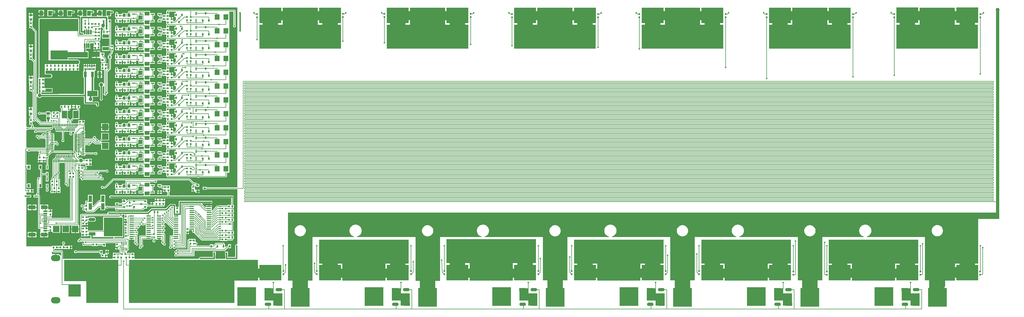
<source format=gtl>
G04*
G04 #@! TF.GenerationSoftware,Altium Limited,Altium Designer,18.1.7 (191)*
G04*
G04 Layer_Physical_Order=1*
G04 Layer_Color=255*
%FSLAX44Y44*%
%MOMM*%
G71*
G01*
G75*
%ADD11C,0.2000*%
%ADD13C,0.1500*%
%ADD22R,1.6000X1.8000*%
%ADD23R,0.6000X0.6000*%
%ADD24R,2.0000X2.0000*%
%ADD25R,6.0000X6.0000*%
G04:AMPARAMS|DCode=26|XSize=2mm|YSize=1mm|CornerRadius=0mm|HoleSize=0mm|Usage=FLASHONLY|Rotation=180.000|XOffset=0mm|YOffset=0mm|HoleType=Round|Shape=Octagon|*
%AMOCTAGOND26*
4,1,8,-1.0000,0.2500,-1.0000,-0.2500,-0.7500,-0.5000,0.7500,-0.5000,1.0000,-0.2500,1.0000,0.2500,0.7500,0.5000,-0.7500,0.5000,-1.0000,0.2500,0.0*
%
%ADD26OCTAGOND26*%

%ADD27R,2.0000X1.0000*%
%ADD28R,0.6000X0.6000*%
%ADD29R,7.0000X5.0000*%
%ADD30R,0.4500X1.0000*%
%ADD31R,0.2000X0.6000*%
%ADD32R,1.2000X1.5000*%
%ADD33R,2.0000X1.1000*%
%ADD34R,0.5500X0.8000*%
%ADD35R,0.8000X0.5500*%
%ADD36R,5.4000X2.9000*%
%ADD37R,1.5000X1.2000*%
%ADD38R,3.2000X1.7000*%
%ADD39R,0.9000X1.7000*%
%ADD40R,0.3500X1.0000*%
%ADD41R,0.3500X1.0000*%
G04:AMPARAMS|DCode=42|XSize=1.47mm|YSize=0.48mm|CornerRadius=0.06mm|HoleSize=0mm|Usage=FLASHONLY|Rotation=90.000|XOffset=0mm|YOffset=0mm|HoleType=Round|Shape=RoundedRectangle|*
%AMROUNDEDRECTD42*
21,1,1.4700,0.3600,0,0,90.0*
21,1,1.3500,0.4800,0,0,90.0*
1,1,0.1200,0.1800,0.6750*
1,1,0.1200,0.1800,-0.6750*
1,1,0.1200,-0.1800,-0.6750*
1,1,0.1200,-0.1800,0.6750*
%
%ADD42ROUNDEDRECTD42*%
%ADD43R,2.2000X1.8000*%
%ADD44R,1.4500X0.3000*%
%ADD45R,0.9300X0.9800*%
%ADD46R,1.0000X0.4500*%
G04:AMPARAMS|DCode=47|XSize=0.3mm|YSize=0.8mm|CornerRadius=0.075mm|HoleSize=0mm|Usage=FLASHONLY|Rotation=0.000|XOffset=0mm|YOffset=0mm|HoleType=Round|Shape=RoundedRectangle|*
%AMROUNDEDRECTD47*
21,1,0.3000,0.6500,0,0,0.0*
21,1,0.1500,0.8000,0,0,0.0*
1,1,0.1500,0.0750,-0.3250*
1,1,0.1500,-0.0750,-0.3250*
1,1,0.1500,-0.0750,0.3250*
1,1,0.1500,0.0750,0.3250*
%
%ADD47ROUNDEDRECTD47*%
G04:AMPARAMS|DCode=48|XSize=0.3mm|YSize=0.8mm|CornerRadius=0.075mm|HoleSize=0mm|Usage=FLASHONLY|Rotation=90.000|XOffset=0mm|YOffset=0mm|HoleType=Round|Shape=RoundedRectangle|*
%AMROUNDEDRECTD48*
21,1,0.3000,0.6500,0,0,90.0*
21,1,0.1500,0.8000,0,0,90.0*
1,1,0.1500,0.3250,0.0750*
1,1,0.1500,0.3250,-0.0750*
1,1,0.1500,-0.3250,-0.0750*
1,1,0.1500,-0.3250,0.0750*
%
%ADD48ROUNDEDRECTD48*%
%ADD49R,0.8000X0.8000*%
%ADD50R,0.7000X1.1000*%
%ADD51R,0.9800X0.9300*%
%ADD52R,1.1500X0.6000*%
%ADD53R,1.1500X0.3000*%
%ADD54R,1.8000X3.4000*%
%ADD55R,1.1000X2.0000*%
%ADD56R,1.7000X2.4000*%
%ADD96C,0.4000*%
%ADD97C,0.3000*%
%ADD98C,0.5000*%
%ADD99C,1.0000*%
%ADD100R,7.9000X14.0002*%
%ADD101R,5.0000X5.2000*%
%ADD102R,14.0000X5.2000*%
%ADD103R,8.6000X3.5000*%
%ADD104R,6.6000X5.8000*%
%ADD105R,17.0000X8.6000*%
%ADD106R,5.0000X5.0000*%
%ADD107R,25.9810X7.7000*%
%ADD108R,11.2190X5.8000*%
%ADD109R,26.0000X7.7000*%
%ADD110R,28.5000X7.7000*%
%ADD111R,13.7000X5.8000*%
%ADD112R,6.4000X4.7000*%
%ADD113R,24.0000X3.0000*%
%ADD114R,26.5000X3.0000*%
%ADD115R,13.6000X3.0000*%
%ADD116R,7.9000X14.1002*%
%ADD117R,7.9000X14.1002*%
%ADD118R,7.9000X14.0002*%
%ADD119R,7.9000X14.0002*%
%ADD120R,226.1000X2.1000*%
%ADD121R,7.3000X6.7000*%
%ADD122R,11.0000X1.2000*%
%ADD123R,5.0000X2.6000*%
%ADD124R,3.4000X1.0000*%
%ADD125R,1.8000X5.5000*%
%ADD126R,0.4000X0.6000*%
%ADD127R,6.0000X3.9000*%
%ADD128R,10.2000X0.6000*%
%ADD129R,1.0000X4.4000*%
%ADD130R,14.7000X6.8000*%
%ADD131R,5.0000X3.0000*%
%ADD132R,13.6000X3.0000*%
%ADD133R,33.5000X11.7000*%
%ADD134R,9.3000X4.0000*%
%ADD135R,11.8000X1.8000*%
%ADD136R,3.0000X13.2000*%
%ADD137R,12.4000X4.0000*%
%ADD138R,3.0000X4.0000*%
%ADD139R,10.2000X13.8000*%
%ADD140R,39.9000X6.6000*%
%ADD141R,4.0000X4.0000*%
%ADD142O,3.0000X2.0000*%
%ADD143R,2.0000X1.2000*%
%ADD144R,2.3000X1.2000*%
%ADD145C,1.2000*%
%ADD146C,0.5080*%
%ADD147C,0.4800*%
%ADD148C,1.2700*%
G36*
X950000Y608059D02*
X852500D01*
Y609750D01*
X840500D01*
Y600250D01*
X852500D01*
Y601941D01*
X950000D01*
X950000Y428128D01*
X948000Y426486D01*
X946283Y426145D01*
X944828Y425172D01*
X943855Y423717D01*
X943514Y422000D01*
X943855Y420283D01*
X943922Y420184D01*
Y386078D01*
X920078D01*
Y391500D01*
X920750D01*
Y403500D01*
X911250D01*
Y391500D01*
X911922D01*
Y382000D01*
X910303Y380000D01*
X882697D01*
X881078Y382000D01*
Y391500D01*
X881750D01*
Y403500D01*
X872250D01*
Y391500D01*
X872922D01*
Y386078D01*
X834816D01*
X834717Y386145D01*
X833000Y386486D01*
X831283Y386145D01*
X829828Y385172D01*
X828855Y383717D01*
X828514Y382000D01*
X826872Y380000D01*
X623540Y380000D01*
Y383650D01*
X618000D01*
Y386190D01*
X623540D01*
Y390460D01*
X623000D01*
Y400080D01*
X613000D01*
Y399059D01*
X607000D01*
X607000Y399059D01*
X607000Y399059D01*
X599080D01*
Y401000D01*
X598962D01*
X598772Y401511D01*
X600167Y403500D01*
X600250D01*
Y407441D01*
X603000D01*
X604170Y407674D01*
X605163Y408337D01*
X605826Y409329D01*
X606059Y410500D01*
Y441260D01*
X612730D01*
Y445300D01*
X615270D01*
Y441260D01*
X622941D01*
Y435416D01*
X622727Y435273D01*
X621723Y433771D01*
X621371Y432000D01*
X621723Y430229D01*
X622727Y428727D01*
X624229Y427723D01*
X624466Y427676D01*
X626097Y427097D01*
X626676Y425466D01*
X626723Y425229D01*
X627727Y423727D01*
X629229Y422723D01*
X631000Y422371D01*
X632771Y422723D01*
X634273Y423727D01*
X635277Y425229D01*
X635629Y427000D01*
X635277Y428771D01*
X634273Y430273D01*
X634059Y430416D01*
Y458000D01*
X633826Y459170D01*
X633163Y460163D01*
X634273Y461727D01*
X635277Y463229D01*
X635629Y465000D01*
X635277Y466771D01*
X634273Y468273D01*
X632771Y469277D01*
X631000Y469629D01*
X630549Y471438D01*
X630931Y473074D01*
X632002Y473570D01*
X632771Y473723D01*
X634273Y474727D01*
X635277Y476229D01*
X635515Y477428D01*
X636000Y479371D01*
X637771Y479723D01*
X639273Y480727D01*
X640277Y482229D01*
X640629Y484000D01*
X640545Y484422D01*
X640931Y486074D01*
X642002Y486570D01*
X642771Y486723D01*
X644273Y487727D01*
X644297Y487763D01*
X646703D01*
X646727Y487727D01*
X648229Y486723D01*
X650000Y486371D01*
X651771Y486723D01*
X653273Y487727D01*
X653416Y487941D01*
X659250D01*
Y480750D01*
Y474250D01*
Y467750D01*
Y455059D01*
X642000D01*
X640829Y454826D01*
X639837Y454163D01*
X639174Y453171D01*
X638941Y452000D01*
Y420416D01*
X638727Y420273D01*
X637723Y418771D01*
X637371Y417000D01*
X637723Y415229D01*
X638727Y413727D01*
X640229Y412723D01*
X642000Y412371D01*
X643771Y412723D01*
X645273Y413727D01*
X646277Y415229D01*
X646324Y415466D01*
X647000Y417371D01*
X648771Y417723D01*
X650273Y418727D01*
X651277Y420229D01*
X651629Y422000D01*
X651277Y423771D01*
X650273Y425273D01*
X650059Y425416D01*
Y441941D01*
X659250D01*
Y441750D01*
X677750D01*
Y453220D01*
X678000Y453334D01*
X680000Y452080D01*
Y443920D01*
X681941D01*
Y440416D01*
X681727Y440273D01*
X680723Y438771D01*
X680371Y437000D01*
X680723Y435229D01*
X681727Y433727D01*
X683229Y432723D01*
X685000Y432371D01*
X686771Y432723D01*
X688273Y433727D01*
X689277Y435229D01*
X689629Y437000D01*
X689277Y438771D01*
X688273Y440273D01*
X688059Y440416D01*
Y442506D01*
X688392Y442839D01*
X690974Y442714D01*
X691210Y442421D01*
Y441260D01*
X699730D01*
Y445300D01*
X702270D01*
Y441260D01*
X709941D01*
Y435416D01*
X709727Y435273D01*
X708723Y433771D01*
X708371Y432000D01*
X708723Y430229D01*
X709727Y428727D01*
X711229Y427723D01*
X711466Y427676D01*
X713097Y427097D01*
X713676Y425466D01*
X713723Y425229D01*
X714727Y423727D01*
X716229Y422723D01*
X718000Y422371D01*
X719771Y422723D01*
X721273Y423727D01*
X722277Y425229D01*
X722629Y427000D01*
X722277Y428771D01*
X721273Y430273D01*
X721059Y430416D01*
Y458300D01*
X720826Y459470D01*
X720163Y460463D01*
X719171Y461126D01*
X718382Y461283D01*
X717549Y462523D01*
X717307Y463149D01*
X717302Y463359D01*
X717629Y465000D01*
X717343Y466439D01*
X718771Y466723D01*
X720273Y467727D01*
X721277Y469229D01*
X721629Y471000D01*
X721277Y472771D01*
X720273Y474273D01*
X718771Y475277D01*
X717277Y476229D01*
X717629Y478000D01*
X717343Y479439D01*
X718771Y479723D01*
X720273Y480727D01*
X721277Y482229D01*
X721629Y484000D01*
X721277Y485771D01*
X720273Y487273D01*
X718771Y488277D01*
X717277Y489229D01*
X717629Y491000D01*
X717343Y492439D01*
X718771Y492723D01*
X720273Y493727D01*
X721012Y494833D01*
X722630Y495300D01*
X723337Y495337D01*
X742837Y475837D01*
X743829Y475174D01*
X745000Y474941D01*
X746250D01*
Y467750D01*
Y461250D01*
Y454809D01*
X738000D01*
X736830Y454576D01*
X735837Y453913D01*
X735174Y452921D01*
X734941Y451750D01*
Y420416D01*
X734727Y420273D01*
X733723Y418771D01*
X733371Y417000D01*
X733723Y415229D01*
X734727Y413727D01*
X736229Y412723D01*
X738000Y412371D01*
X739771Y412723D01*
X741273Y413727D01*
X742277Y415229D01*
X742324Y415466D01*
X743000Y417371D01*
X743422Y417455D01*
X745074Y417069D01*
X745570Y415998D01*
X745723Y415229D01*
X746727Y413727D01*
X748229Y412723D01*
X750000Y412371D01*
X751771Y412723D01*
X753273Y413727D01*
X753416Y413941D01*
X785000D01*
X786171Y414174D01*
X787163Y414837D01*
X787826Y415830D01*
X788059Y417000D01*
Y459380D01*
X789730D01*
Y464920D01*
X791000D01*
Y466190D01*
X796540D01*
Y469993D01*
X796540Y470460D01*
X797955Y471873D01*
X805722D01*
X806792Y469873D01*
X806723Y469771D01*
X806371Y468000D01*
X806723Y466229D01*
X807727Y464727D01*
X809229Y463723D01*
X811000Y463371D01*
X811941Y463558D01*
X813231Y463198D01*
X814099Y462205D01*
X814174Y461829D01*
X814837Y460837D01*
X835837Y439837D01*
X835837Y439837D01*
X836830Y439174D01*
X838000Y438941D01*
X838000Y438941D01*
X893155D01*
X893283Y438855D01*
X895000Y438514D01*
X895920Y438697D01*
X897920Y437437D01*
Y437000D01*
X907920D01*
Y437000D01*
X908080D01*
Y437000D01*
X918080D01*
Y439021D01*
X934080D01*
X935250Y439254D01*
X936243Y439917D01*
X936906Y440910D01*
X937139Y442080D01*
Y444000D01*
X939080D01*
Y454000D01*
X937139D01*
Y458000D01*
X939080D01*
Y468000D01*
X937059D01*
Y484000D01*
Y491000D01*
X937059Y491000D01*
X937059Y491000D01*
Y498190D01*
X937518Y500000D01*
X939080D01*
Y510000D01*
X937139D01*
Y514190D01*
X939080D01*
Y524190D01*
X937139D01*
X937059Y524592D01*
Y528000D01*
X939080D01*
Y538000D01*
X937059D01*
Y542000D01*
X939080D01*
Y552000D01*
X937059D01*
Y575378D01*
X937768Y576439D01*
X938078Y578000D01*
X937768Y579561D01*
X936884Y580884D01*
X935561Y581768D01*
X934000Y582078D01*
X734059D01*
Y593920D01*
X736000D01*
Y602080D01*
X736000Y603920D01*
X736000Y605920D01*
Y614080D01*
X726000D01*
Y614080D01*
X725000D01*
Y614080D01*
X715000D01*
Y614080D01*
X713000Y613430D01*
X712000Y613629D01*
X712000D01*
X710000Y615270D01*
Y618250D01*
X696000D01*
Y609750D01*
X700021D01*
Y609080D01*
X700254Y607910D01*
X700917Y606917D01*
X701909Y606254D01*
X703080Y606021D01*
X708530D01*
X708727Y605727D01*
X710229Y604723D01*
X712000Y604371D01*
X712461Y604463D01*
X714460Y602961D01*
Y600190D01*
X720000D01*
Y598920D01*
X721270D01*
Y593380D01*
X725540D01*
X725941Y593502D01*
X727941Y592042D01*
Y582078D01*
X672500D01*
Y587543D01*
X674000Y588750D01*
X688000D01*
Y597250D01*
X684059D01*
Y609750D01*
X688000D01*
Y618250D01*
X674000D01*
X672500Y619457D01*
Y623941D01*
X686584D01*
X686727Y623727D01*
X688229Y622723D01*
X690000Y622371D01*
X691771Y622723D01*
X693273Y623727D01*
X694277Y625229D01*
X694629Y627000D01*
X694442Y627941D01*
X695717Y629941D01*
X796733D01*
X807941Y618733D01*
Y615080D01*
X805000D01*
Y605460D01*
X804460D01*
Y601190D01*
X810000D01*
Y599920D01*
X811270D01*
Y594380D01*
X814960D01*
X815540Y594380D01*
X816960Y592980D01*
Y590210D01*
X822230D01*
Y595500D01*
Y600790D01*
X817540D01*
X816960Y600790D01*
X815540Y602190D01*
Y605460D01*
X815000D01*
Y615080D01*
X815000D01*
X815153Y615928D01*
X815500Y616006D01*
X817500Y614406D01*
Y609750D01*
X829500D01*
Y619250D01*
X823076D01*
X820163Y622163D01*
X819171Y622826D01*
X818000Y623059D01*
X818000Y623059D01*
X812267D01*
X800163Y635163D01*
X799171Y635826D01*
X798000Y636059D01*
X798000Y636059D01*
X555000Y636059D01*
X553829Y635826D01*
X552837Y635163D01*
X528733Y611059D01*
X524416D01*
X524273Y611273D01*
X522771Y612277D01*
X521000Y612629D01*
X519229Y612277D01*
X517727Y611273D01*
X516723Y609771D01*
X516371Y608000D01*
X516723Y606229D01*
X517727Y604727D01*
X519229Y603723D01*
X521000Y603371D01*
X522771Y603723D01*
X524273Y604727D01*
X524416Y604941D01*
X530000D01*
X530000Y604941D01*
X531171Y605174D01*
X532163Y605837D01*
X556267Y629941D01*
X593952D01*
X595004Y628417D01*
X595129Y627941D01*
X594941Y627000D01*
Y618900D01*
X583650D01*
Y616038D01*
X582080Y615000D01*
X572693D01*
X572165Y615437D01*
X571524Y616251D01*
X571287Y617000D01*
X571486Y618000D01*
X571145Y619717D01*
X570172Y621172D01*
X568717Y622145D01*
X567000Y622486D01*
X565283Y622145D01*
X563828Y621172D01*
X562855Y619717D01*
X562514Y618000D01*
X562713Y617000D01*
X561920Y615000D01*
X561920D01*
Y605000D01*
X562911D01*
X564027Y603274D01*
X564060Y603000D01*
X563861Y602000D01*
Y598000D01*
X561920D01*
Y588000D01*
X571540D01*
Y587460D01*
X575810D01*
Y593000D01*
X577080D01*
Y594270D01*
X582620D01*
Y598540D01*
X584454Y598941D01*
X585546D01*
X587380Y598540D01*
Y594270D01*
X592920D01*
Y593000D01*
X594190D01*
Y587460D01*
X598460D01*
Y588000D01*
X608080D01*
Y598000D01*
X609690Y598941D01*
X611937D01*
X613460Y597790D01*
X613460Y596941D01*
Y594270D01*
X621000D01*
X628540D01*
Y596941D01*
X628540Y597790D01*
X630063Y598941D01*
X632000D01*
X633171Y599174D01*
X634163Y599837D01*
X634826Y600830D01*
X635059Y602000D01*
Y609140D01*
X636000Y610750D01*
X647941D01*
Y597250D01*
X636000D01*
Y588750D01*
X650000D01*
Y588961D01*
X651939Y589717D01*
X653500Y588619D01*
Y582078D01*
X550068D01*
X549771Y582277D01*
X548000Y582629D01*
X546229Y582277D01*
X544727Y581273D01*
X543723Y579771D01*
X543371Y578000D01*
X543723Y576229D01*
X544727Y574727D01*
X546229Y573723D01*
X548000Y573371D01*
X549771Y573723D01*
X550068Y573922D01*
X930941D01*
Y552335D01*
X929080Y552000D01*
X928920D01*
Y552000D01*
X918920D01*
Y550249D01*
X898057D01*
X896717Y551145D01*
X895000Y551486D01*
X893283Y551145D01*
X891828Y550172D01*
X891752Y550059D01*
X886000D01*
X885833Y550025D01*
X885662Y550040D01*
X885252Y549910D01*
X884829Y549826D01*
X884687Y549731D01*
X884525Y549679D01*
X884195Y549402D01*
X883837Y549163D01*
X883742Y549021D01*
X883612Y548911D01*
X871137Y533318D01*
X869250Y533980D01*
Y542783D01*
X869790D01*
Y545553D01*
X860000D01*
X849266D01*
X848210Y545116D01*
X838252Y555074D01*
X839017Y556922D01*
X865184D01*
X865283Y556855D01*
X867000Y556514D01*
X868717Y556855D01*
X870172Y557828D01*
X871145Y559283D01*
X871486Y561000D01*
X871145Y562717D01*
X870172Y564172D01*
X868717Y565145D01*
X867000Y565486D01*
X865283Y565145D01*
X865184Y565078D01*
X820000D01*
X820000Y565078D01*
X820000Y565078D01*
X768000D01*
X766439Y564768D01*
X765116Y563884D01*
X764232Y562561D01*
X763922Y561000D01*
Y546620D01*
X760270D01*
Y541080D01*
X757730D01*
Y546620D01*
X754078D01*
Y551000D01*
X753768Y552561D01*
X752884Y553884D01*
X751561Y554768D01*
X750000Y555078D01*
X738000D01*
X738000Y555078D01*
X736439Y554768D01*
X735116Y553884D01*
X722311Y541078D01*
X678000D01*
X676439Y540768D01*
X675116Y539884D01*
X675116Y539884D01*
X665311Y530078D01*
X544068D01*
X543771Y530277D01*
X542000Y530629D01*
X540229Y530277D01*
X538727Y529273D01*
X537723Y527771D01*
X537371Y526000D01*
X537558Y525059D01*
X536283Y523059D01*
X454000D01*
X452830Y522826D01*
X451837Y522163D01*
X451174Y521171D01*
X450941Y520000D01*
Y513000D01*
X450980Y512807D01*
X450901Y503024D01*
X450904Y503012D01*
X450901Y503000D01*
X450941Y502799D01*
Y477000D01*
Y467000D01*
X451174Y465830D01*
X451837Y464837D01*
X452830Y464174D01*
X453280Y464084D01*
X454380Y462540D01*
Y458270D01*
X459920D01*
Y457000D01*
X461190D01*
Y451460D01*
X465460D01*
Y452000D01*
X475080D01*
Y452807D01*
X477000Y453000D01*
Y453000D01*
X483922D01*
Y448000D01*
X482269Y446059D01*
X455416D01*
X455273Y446273D01*
X453772Y447277D01*
X452000Y447629D01*
X450229Y447277D01*
X448727Y446273D01*
X447723Y444771D01*
X447371Y443000D01*
X447000Y442629D01*
X445229Y442277D01*
X443727Y441273D01*
X442723Y439771D01*
X442371Y438000D01*
X442723Y436229D01*
X443727Y434727D01*
X445229Y433723D01*
X447000Y433371D01*
X448771Y433723D01*
X450273Y434727D01*
X450416Y434941D01*
X461718D01*
X463371Y433000D01*
X463496Y432370D01*
X462007Y430637D01*
X461960Y430621D01*
X460229Y430277D01*
X458727Y429273D01*
X457723Y427771D01*
X457371Y426000D01*
X457723Y424229D01*
X458727Y422727D01*
X460229Y421723D01*
X462000Y421371D01*
X463771Y421723D01*
X465273Y422727D01*
X465416Y422941D01*
X486920D01*
Y421000D01*
X496920D01*
Y421000D01*
X497080D01*
Y421000D01*
X507080D01*
Y422941D01*
X522250D01*
Y419500D01*
X531750D01*
Y429941D01*
X563000D01*
Y421460D01*
X562460D01*
Y417190D01*
X568000D01*
Y415920D01*
X569270D01*
Y410380D01*
X573540D01*
X574941Y408960D01*
Y398979D01*
X565000D01*
Y400080D01*
X555000D01*
Y390460D01*
X554460D01*
Y386190D01*
X560000D01*
Y383650D01*
X554460D01*
Y380000D01*
X396059D01*
Y404000D01*
X395826Y405171D01*
X395163Y406163D01*
X394170Y406826D01*
X393000Y407059D01*
X368979D01*
Y410586D01*
X370393Y412000D01*
X372920Y412000D01*
X381080D01*
Y412000D01*
X382920D01*
Y412000D01*
X391080D01*
X392920Y412000D01*
X394920Y412000D01*
X403080D01*
Y412000D01*
X404920D01*
Y412000D01*
X414540D01*
Y411460D01*
X418810D01*
Y417000D01*
Y422540D01*
X414540D01*
Y422000D01*
X404920D01*
Y422000D01*
X403139D01*
X401139Y422142D01*
Y427637D01*
X401273Y427727D01*
X402277Y429229D01*
X402629Y431000D01*
X402277Y432771D01*
X401273Y434273D01*
X399771Y435277D01*
X398000Y435629D01*
X396229Y435277D01*
X394727Y434273D01*
X393723Y432771D01*
X393371Y431000D01*
X393723Y429229D01*
X394727Y427727D01*
X395021Y427530D01*
Y423414D01*
X393607Y422000D01*
X391080Y422000D01*
X382920D01*
Y422000D01*
X381080D01*
Y422000D01*
X372920D01*
X371080Y422000D01*
X369080Y422000D01*
X360920D01*
Y420000D01*
X280000D01*
Y574164D01*
X281000Y575750D01*
X295000D01*
Y584250D01*
X281000D01*
X280000Y585836D01*
Y591807D01*
X281920Y592000D01*
Y592000D01*
X291540D01*
Y591460D01*
X295810D01*
Y597000D01*
Y602540D01*
X291540D01*
Y602000D01*
X281920D01*
X281920Y602000D01*
X280014Y602226D01*
X280000Y602296D01*
Y610441D01*
X282000D01*
Y606000D01*
X293000D01*
Y621000D01*
X282000D01*
Y616559D01*
X280000D01*
Y669941D01*
X282000D01*
Y665000D01*
X293000D01*
Y680000D01*
X282000D01*
Y680000D01*
X280059Y680142D01*
Y725630D01*
X280442Y725771D01*
X282677Y724463D01*
X282723Y724229D01*
X283727Y722727D01*
X285229Y721723D01*
X287000Y721371D01*
X288771Y721723D01*
X290273Y722727D01*
X290583Y723191D01*
X317782D01*
X319409Y721191D01*
X319371Y721000D01*
X319723Y719229D01*
X319974Y718853D01*
X319837Y718163D01*
X319174Y717170D01*
X318941Y716000D01*
Y708080D01*
X317000D01*
Y698460D01*
X316460D01*
Y694190D01*
X322000D01*
Y692920D01*
X323270D01*
Y687380D01*
X327540D01*
Y687380D01*
X329460D01*
Y687380D01*
X333730D01*
Y692920D01*
X335000D01*
Y694190D01*
X340540D01*
Y696410D01*
X342540Y697430D01*
X342941Y697139D01*
Y679000D01*
X341750D01*
Y665000D01*
X350250D01*
Y679000D01*
X349059D01*
Y698584D01*
X349273Y698727D01*
X350277Y700229D01*
X350629Y702000D01*
X350277Y703771D01*
X349273Y705273D01*
X349059Y705416D01*
Y707696D01*
X349750D01*
X350823Y707910D01*
X351733Y708517D01*
X351772Y708576D01*
X352163Y708837D01*
X352509Y709356D01*
X352730Y709551D01*
X359127Y717946D01*
X365500D01*
X366573Y718160D01*
X366995Y718441D01*
X417249D01*
X417727Y717727D01*
X419229Y716723D01*
X421000Y716371D01*
X422771Y716723D01*
X424273Y717727D01*
X425277Y719229D01*
X425480Y720253D01*
X427520D01*
X427723Y719229D01*
X428727Y717727D01*
X430229Y716723D01*
X432000Y716371D01*
X432253Y716421D01*
X433600Y715075D01*
X432615Y713231D01*
X432250Y713304D01*
X430750D01*
X429677Y713090D01*
X429486Y712963D01*
X428534Y713599D01*
X427770Y713751D01*
Y707250D01*
X425230D01*
Y713751D01*
X424466Y713599D01*
X423514Y712963D01*
X423323Y713090D01*
X422250Y713304D01*
X420750D01*
X419677Y713090D01*
X419000Y712638D01*
X418323Y713090D01*
X417250Y713304D01*
X415750D01*
X414677Y713090D01*
X414000Y712638D01*
X413323Y713090D01*
X412250Y713304D01*
X410750D01*
X409677Y713090D01*
X409000Y712638D01*
X408323Y713090D01*
X407250Y713304D01*
X405750D01*
X404677Y713090D01*
X404000Y712638D01*
X403323Y713090D01*
X402250Y713304D01*
X400750D01*
X399677Y713090D01*
X399000Y712638D01*
X398323Y713090D01*
X397250Y713304D01*
X395750D01*
X394677Y713090D01*
X394000Y712638D01*
X393323Y713090D01*
X392250Y713304D01*
X390750D01*
X389677Y713090D01*
X389000Y712638D01*
X388323Y713090D01*
X387250Y713304D01*
X385750D01*
X384677Y713090D01*
X384000Y712638D01*
X383323Y713090D01*
X382250Y713304D01*
X380750D01*
X379677Y713090D01*
X379000Y712638D01*
X378323Y713090D01*
X377250Y713304D01*
X375750D01*
X374677Y713090D01*
X373767Y712483D01*
X373160Y711573D01*
X372946Y710500D01*
Y704834D01*
X364500Y697655D01*
X364177Y697590D01*
X363267Y696983D01*
X362660Y696073D01*
X362446Y695000D01*
Y688500D01*
X362660Y687427D01*
X362941Y687005D01*
Y643416D01*
X362727Y643273D01*
X361723Y641771D01*
X361371Y640000D01*
X361421Y639747D01*
X359837Y638163D01*
X359174Y637170D01*
X358941Y636000D01*
X358941Y636000D01*
Y632080D01*
X357000D01*
Y623920D01*
X357000Y622080D01*
X357000D01*
Y621920D01*
X357000D01*
Y611920D01*
X357941D01*
Y598085D01*
X356727Y597273D01*
X355723Y595771D01*
X355371Y594000D01*
X355723Y592229D01*
X356727Y590727D01*
X358229Y589723D01*
X360000Y589371D01*
X361771Y589723D01*
X362014Y589886D01*
X364000Y589920D01*
X364000Y589920D01*
X364000Y589920D01*
X374000D01*
Y591861D01*
X378000D01*
Y589920D01*
X388000D01*
Y599920D01*
X388000D01*
Y600080D01*
X388000D01*
Y610080D01*
X386059D01*
Y634000D01*
X386059Y634000D01*
X385826Y635171D01*
X385163Y636163D01*
X385163Y636163D01*
X384059Y637267D01*
Y651584D01*
X384273Y651727D01*
X385277Y653229D01*
X385629Y655000D01*
X385277Y656771D01*
X384273Y658273D01*
X384059Y658417D01*
Y683894D01*
X385250Y685696D01*
X386750D01*
X387823Y685910D01*
X388500Y686362D01*
X389177Y685910D01*
X390250Y685696D01*
X391750D01*
X392823Y685910D01*
X393500Y686362D01*
X394177Y685910D01*
X395250Y685696D01*
X396750D01*
X397823Y685910D01*
X398500Y686362D01*
X399177Y685910D01*
X400250Y685696D01*
X401750D01*
X402941Y683894D01*
Y623416D01*
X402727Y623273D01*
X401723Y621771D01*
X401371Y620000D01*
X401723Y618229D01*
X402727Y616727D01*
X404229Y615723D01*
X404466Y615676D01*
X406371Y615000D01*
X406723Y613229D01*
X407727Y611727D01*
X409229Y610723D01*
X411000Y610371D01*
X412771Y610723D01*
X414273Y611727D01*
X415277Y613229D01*
X415629Y615000D01*
X415277Y616771D01*
X414273Y618273D01*
X414059Y618416D01*
Y636920D01*
X418754D01*
X418941Y636733D01*
Y511059D01*
X360382D01*
X360015Y511359D01*
X358971Y513059D01*
X359059Y513500D01*
X359059Y513500D01*
Y516920D01*
X361000D01*
Y526540D01*
X361540D01*
Y530810D01*
X356000D01*
Y532080D01*
X354730D01*
Y537620D01*
X350460D01*
X348900Y538683D01*
Y542930D01*
X336360D01*
Y544200D01*
X335090D01*
Y552740D01*
X323820D01*
X323059Y554425D01*
Y580000D01*
X322826Y581171D01*
X322163Y582163D01*
X321171Y582826D01*
X321088Y582842D01*
X320122Y584913D01*
X320128Y585006D01*
X320277Y585229D01*
X320629Y587000D01*
X320277Y588771D01*
X320059Y589097D01*
Y606000D01*
X330000D01*
Y615704D01*
X330059Y616000D01*
X330059Y616000D01*
Y646941D01*
X341750D01*
Y643000D01*
X342941D01*
Y641000D01*
X341750D01*
Y627000D01*
X350250D01*
Y641000D01*
X349059D01*
Y643000D01*
X350250D01*
Y657000D01*
X341750D01*
Y653059D01*
X330059D01*
Y667000D01*
X330059Y667000D01*
X330000Y667296D01*
Y680000D01*
X319000D01*
Y665000D01*
X323941D01*
Y650000D01*
Y640377D01*
X323175Y639870D01*
X321941Y639495D01*
X320771Y640277D01*
X319000Y640629D01*
X317229Y640277D01*
X315727Y639273D01*
X314723Y637771D01*
X314371Y636000D01*
X314453Y635588D01*
X314174Y635171D01*
X313941Y634000D01*
X313941Y634000D01*
Y591085D01*
X312727Y590273D01*
X311723Y588771D01*
X311371Y587000D01*
X311520Y586250D01*
X310155Y584250D01*
X303000D01*
Y575750D01*
X316941D01*
Y523000D01*
Y479000D01*
X317174Y477830D01*
X317837Y476837D01*
X318829Y476174D01*
X320000Y475941D01*
X323810D01*
X324841Y473941D01*
X324245Y473049D01*
X323838Y471000D01*
X324245Y468952D01*
X324720Y468240D01*
X323820Y466240D01*
X323820D01*
Y458970D01*
X348900D01*
Y465317D01*
X350415Y466349D01*
X350842Y466380D01*
X354730D01*
Y471920D01*
X357270D01*
Y466380D01*
X361540D01*
X363000Y465076D01*
Y463000D01*
X387000D01*
Y485941D01*
X393000D01*
Y463000D01*
X417000D01*
Y485941D01*
X422460D01*
Y476270D01*
X447540D01*
Y487540D01*
X446808D01*
X445059Y489000D01*
Y659000D01*
X445059Y659000D01*
X444826Y660171D01*
X444163Y661163D01*
X442326Y663000D01*
X443154Y665000D01*
X448711D01*
X449234Y664112D01*
X449544Y663000D01*
X448723Y661771D01*
X448371Y660000D01*
X448723Y658229D01*
X449727Y656727D01*
X450648Y656111D01*
X450724Y655871D01*
X450724Y654130D01*
X450648Y653889D01*
X449727Y653273D01*
X448723Y651771D01*
X448371Y650000D01*
X448723Y648229D01*
X449727Y646727D01*
X450648Y646111D01*
X450724Y645871D01*
Y644129D01*
X450648Y643889D01*
X449727Y643273D01*
X448723Y641771D01*
X448371Y640000D01*
X448723Y638229D01*
X449727Y636727D01*
X451229Y635723D01*
X451466Y635676D01*
X453097Y635097D01*
X453676Y633466D01*
X453723Y633229D01*
X454727Y631727D01*
X456229Y630723D01*
X458000Y630371D01*
X459771Y630723D01*
X461273Y631727D01*
X461416Y631941D01*
X517584D01*
X517727Y631727D01*
X519229Y630723D01*
X521000Y630371D01*
X522771Y630723D01*
X524273Y631727D01*
X525277Y633229D01*
X525629Y635000D01*
X525277Y636771D01*
X524273Y638273D01*
X522771Y639277D01*
X521000Y639629D01*
X519229Y639277D01*
X517482Y640447D01*
X517659Y640701D01*
X517771Y640723D01*
X519273Y641727D01*
X520277Y643229D01*
X520629Y645000D01*
X520277Y646771D01*
X519273Y648273D01*
X517771Y649277D01*
X516000Y649629D01*
X514229Y649277D01*
X512727Y648273D01*
X512584Y648059D01*
X508997D01*
X507395Y650059D01*
X507482Y650447D01*
X507659Y650701D01*
X507771Y650723D01*
X509273Y651727D01*
X510277Y653229D01*
X510629Y655000D01*
X512282Y656941D01*
X532584D01*
X532727Y656727D01*
X534229Y655723D01*
X536000Y655371D01*
X537771Y655723D01*
X539273Y656727D01*
X540277Y658229D01*
X540629Y660000D01*
X540277Y661771D01*
X539273Y663273D01*
X537771Y664277D01*
X536000Y664629D01*
X534229Y664277D01*
X532727Y663273D01*
X532584Y663059D01*
X462361D01*
X462085Y665002D01*
X462085Y665033D01*
X462363Y666941D01*
X464584D01*
X464727Y666727D01*
X466229Y665723D01*
X468000Y665371D01*
X469771Y665723D01*
X471273Y666727D01*
X472277Y668229D01*
X472629Y670000D01*
X472277Y671771D01*
X471273Y673273D01*
X469771Y674277D01*
X468000Y674629D01*
X466229Y674277D01*
X464727Y673273D01*
X464584Y673059D01*
X462080D01*
Y675000D01*
X452861Y675000D01*
X452411Y675349D01*
X451563Y676456D01*
X451430Y677000D01*
X451629Y678000D01*
X453282Y679941D01*
X466920D01*
Y677000D01*
X476540D01*
Y676460D01*
X480810D01*
Y682000D01*
X482080D01*
Y683270D01*
X487620D01*
Y687540D01*
X487620D01*
Y688460D01*
X487620D01*
Y692730D01*
X482080D01*
Y694000D01*
X480810D01*
Y699540D01*
X476540D01*
Y699000D01*
X466920D01*
Y697059D01*
X460392D01*
X459988Y698035D01*
X458706Y699706D01*
X457034Y700988D01*
X455088Y701794D01*
X453000Y702069D01*
X450912Y701794D01*
X449229Y701097D01*
X444082Y706244D01*
X444140Y706702D01*
X446000Y708371D01*
X447771Y708723D01*
X449273Y709727D01*
X450277Y711229D01*
X450383Y711765D01*
X452506Y712186D01*
X454167Y709695D01*
X454940Y708920D01*
X455020Y708887D01*
X455267Y708517D01*
X456177Y707910D01*
X457250Y707696D01*
X463750D01*
X464823Y707910D01*
X465733Y708517D01*
X466340Y709427D01*
X466554Y710500D01*
Y710941D01*
X468164Y712941D01*
X497584Y712941D01*
X497727Y712727D01*
X499229Y711723D01*
X501000Y711371D01*
X502771Y711723D01*
X504273Y712727D01*
X505277Y714229D01*
X505629Y716000D01*
X505277Y717771D01*
X504273Y719273D01*
X502771Y720277D01*
X501000Y720629D01*
X499229Y720277D01*
X497727Y719273D01*
X497584Y719059D01*
X468306Y719059D01*
X466554Y720500D01*
Y722000D01*
X466340Y723073D01*
X465888Y723750D01*
X466340Y724427D01*
X466554Y725500D01*
Y727000D01*
X466340Y728073D01*
X465888Y728750D01*
X466340Y729427D01*
X466554Y730500D01*
Y732000D01*
X466340Y733073D01*
X465888Y733750D01*
X466340Y734427D01*
X466554Y735500D01*
Y737000D01*
X466340Y738073D01*
X465888Y738750D01*
X466340Y739427D01*
X466554Y740500D01*
Y741109D01*
X467859Y742776D01*
X468377Y743084D01*
X475553Y742988D01*
X475727Y742727D01*
X477229Y741723D01*
X479000Y741371D01*
X480771Y741723D01*
X482273Y742727D01*
X483277Y744229D01*
X483629Y746000D01*
X484000Y746371D01*
X485771Y746723D01*
X487273Y747727D01*
X488277Y749229D01*
X488629Y751000D01*
X488591Y751191D01*
X488642Y751307D01*
X490418Y752256D01*
X496837Y745837D01*
X496837Y745837D01*
X497829Y745174D01*
X499000Y744941D01*
X518000D01*
Y728000D01*
X542000D01*
Y752000D01*
X518154D01*
X516849Y753523D01*
X521326Y758000D01*
X542000D01*
Y782000D01*
X518000D01*
Y763326D01*
X511540Y756865D01*
X511276Y756884D01*
X509499Y757653D01*
X509277Y758771D01*
X508273Y760273D01*
X506771Y761277D01*
X505870Y761456D01*
X500579Y766747D01*
X500629Y767000D01*
X500277Y768771D01*
X499273Y770273D01*
X497771Y771277D01*
X496000Y771629D01*
X494229Y771277D01*
X492727Y770273D01*
X491723Y768771D01*
X491371Y767000D01*
X491508Y766309D01*
X490116Y764309D01*
X468082D01*
X467531Y764980D01*
X460500D01*
Y767520D01*
X467001D01*
X466849Y768284D01*
X466213Y769236D01*
X466340Y769427D01*
X466554Y770500D01*
Y772000D01*
X466340Y773073D01*
X465888Y773750D01*
X466340Y774427D01*
X466554Y775500D01*
Y777000D01*
X466340Y778073D01*
X466213Y778264D01*
X466849Y779216D01*
X467001Y779980D01*
X460500D01*
Y782520D01*
X467001D01*
X466849Y783284D01*
X466213Y784236D01*
X466340Y784427D01*
X466554Y785500D01*
Y787000D01*
X466340Y788073D01*
X465733Y788983D01*
X464823Y789590D01*
X464059Y789742D01*
Y793584D01*
X464273Y793727D01*
X465277Y795229D01*
X465629Y797000D01*
X465277Y798771D01*
X464273Y800273D01*
X464059Y800416D01*
Y807000D01*
X463826Y808170D01*
X463163Y809163D01*
X462718Y809460D01*
X463325Y811460D01*
X465540D01*
Y815730D01*
X460000D01*
Y817000D01*
X458730D01*
Y822540D01*
X454460D01*
Y822000D01*
X444840D01*
Y813068D01*
X442840Y811999D01*
X442823Y812010D01*
X441750Y812224D01*
X440250D01*
X439177Y812010D01*
X438500Y811558D01*
X437823Y812010D01*
X436750Y812224D01*
X435250D01*
X434177Y812010D01*
X433500Y811558D01*
X432823Y812010D01*
X431750Y812224D01*
X430250D01*
X429177Y812010D01*
X428500Y811558D01*
X427823Y812010D01*
X426750Y812224D01*
X425250D01*
X424059Y814026D01*
Y818733D01*
X431449Y826123D01*
X448000D01*
Y854123D01*
X447059D01*
Y860000D01*
X451080D01*
Y870000D01*
X441460D01*
Y870540D01*
X437190D01*
Y865000D01*
Y859460D01*
X440941D01*
Y854123D01*
X427000D01*
Y830326D01*
X420275Y823601D01*
X418163Y823163D01*
X417700Y823626D01*
X411000Y830326D01*
Y851322D01*
X413000Y852570D01*
X414000Y852371D01*
X415771Y852723D01*
X417273Y853727D01*
X418277Y855229D01*
X418629Y857000D01*
X418537Y857461D01*
X420039Y859460D01*
X422810D01*
Y865000D01*
Y870540D01*
X418540D01*
Y870000D01*
X408920D01*
X408920Y870000D01*
X407620Y870540D01*
X407620Y870540D01*
X407123Y870540D01*
X403350D01*
Y865000D01*
X400810D01*
Y870540D01*
X396540D01*
Y870000D01*
X386920D01*
Y860000D01*
X389941D01*
Y850000D01*
X390000Y849705D01*
Y848013D01*
X388804Y847460D01*
X388000Y847272D01*
X387170Y847826D01*
X386000Y848059D01*
X385701Y847999D01*
X385000Y848139D01*
X383000D01*
Y850080D01*
X374316D01*
X372540Y850620D01*
Y850620D01*
X372540Y850620D01*
X368270D01*
Y845080D01*
X365730D01*
Y850620D01*
X361460D01*
Y847370D01*
X361148Y846997D01*
X359460Y845967D01*
X359000Y846059D01*
X355900D01*
Y850350D01*
X342100D01*
Y847059D01*
X324416D01*
X324273Y847273D01*
X322771Y848277D01*
X321000Y848629D01*
X319229Y848277D01*
X317727Y847273D01*
X316723Y845771D01*
X316371Y844000D01*
X316723Y842229D01*
X317727Y840727D01*
X319229Y839723D01*
X321000Y839371D01*
X322771Y839723D01*
X324273Y840727D01*
X324416Y840941D01*
X342100D01*
Y837050D01*
X351453D01*
X352000Y836941D01*
X352547Y837050D01*
X353457D01*
X354006Y836000D01*
X353457Y834950D01*
X342100D01*
Y821650D01*
X344412D01*
Y819205D01*
X344371Y819000D01*
X342718Y817059D01*
X328267D01*
X313059Y832267D01*
Y896455D01*
X314860Y896926D01*
X315059Y896905D01*
X316294Y895294D01*
X317966Y894012D01*
X319912Y893206D01*
X322000Y892931D01*
X324088Y893206D01*
X326035Y894012D01*
X327706Y895294D01*
X328954Y896922D01*
X462922D01*
Y877000D01*
X463232Y875439D01*
X464116Y874116D01*
X465439Y873232D01*
X467000Y872922D01*
X496932D01*
X497229Y872723D01*
X499000Y872371D01*
X499922Y872554D01*
X500109Y872509D01*
X501509Y871109D01*
X501554Y870922D01*
X501371Y870000D01*
X501723Y868229D01*
X502727Y866727D01*
X504229Y865723D01*
X506000Y865371D01*
X507771Y865723D01*
X509273Y866727D01*
X510277Y868229D01*
X510629Y870000D01*
X510277Y871771D01*
X510078Y872068D01*
Y874932D01*
X510277Y875229D01*
X510629Y877000D01*
X510277Y878771D01*
X509273Y880273D01*
X507771Y881277D01*
X506000Y881629D01*
X504229Y881277D01*
X503932Y881078D01*
X501068D01*
X500771Y881277D01*
X499000Y881629D01*
X497229Y881277D01*
X496932Y881078D01*
X490103D01*
X489424Y883078D01*
X489706Y883294D01*
X490988Y884966D01*
X491794Y886912D01*
X492069Y889000D01*
X491794Y891088D01*
X490988Y893035D01*
X489863Y894501D01*
X489887Y894836D01*
X490134Y895747D01*
X490210Y895932D01*
X490653Y896500D01*
X508000D01*
Y917500D01*
X494588D01*
Y957500D01*
X496500D01*
Y978500D01*
X497900Y979920D01*
X500000D01*
Y989540D01*
X500540D01*
Y993810D01*
X489460D01*
Y990061D01*
X488000Y989213D01*
X486540Y990061D01*
Y993810D01*
X475460D01*
Y990061D01*
X474000Y989213D01*
X472540Y990061D01*
Y993810D01*
X461460D01*
Y989540D01*
X462000D01*
Y979920D01*
X460600Y978500D01*
X460500D01*
Y957500D01*
X462922D01*
Y905078D01*
X450968D01*
X449540Y906460D01*
X449540Y907078D01*
Y937730D01*
X417000D01*
X384460D01*
Y907078D01*
X384460Y906460D01*
X383032Y905078D01*
X328954D01*
X327706Y906706D01*
X326607Y907549D01*
X326708Y909527D01*
X326830Y909805D01*
X327080Y910000D01*
X328920Y910000D01*
X337080D01*
Y910000D01*
X338500Y910000D01*
Y910000D01*
X362500D01*
Y924000D01*
X339620D01*
X338500Y924000D01*
X337620Y925636D01*
Y925730D01*
X332080D01*
Y928270D01*
X337620D01*
Y932540D01*
X337620D01*
X337620Y933460D01*
X337620D01*
Y937730D01*
X332080D01*
Y940270D01*
X337620D01*
Y944540D01*
X337620D01*
Y945460D01*
X337620D01*
Y949730D01*
X332080D01*
Y952270D01*
X337620D01*
Y955961D01*
X355000D01*
X355197Y956000D01*
X358000D01*
X361500Y959500D01*
Y966500D01*
X358000Y970000D01*
X355197D01*
X355000Y970039D01*
X341039D01*
Y979380D01*
X344730D01*
Y984920D01*
X347270D01*
Y979380D01*
X351540D01*
Y979380D01*
X352460D01*
Y979380D01*
X356730D01*
Y984920D01*
X359270D01*
Y979380D01*
X363540D01*
Y979380D01*
X364460D01*
Y979380D01*
X368730D01*
Y984920D01*
X371270D01*
Y979380D01*
X375540D01*
Y979380D01*
X376460D01*
Y979380D01*
X380730D01*
Y984920D01*
X383270D01*
Y979380D01*
X387540D01*
Y979380D01*
X388460Y979380D01*
Y979380D01*
X392730D01*
Y984920D01*
X395270D01*
Y979380D01*
X399540D01*
Y979380D01*
X400460D01*
Y979380D01*
X404730D01*
Y984920D01*
X407270D01*
Y979380D01*
X410493D01*
X411540Y979380D01*
Y979380D01*
X412460Y979460D01*
Y979460D01*
X416730D01*
Y985000D01*
X419270D01*
Y979460D01*
X423540D01*
Y979460D01*
X424460Y979380D01*
Y979380D01*
X425507Y979380D01*
X428730D01*
Y984920D01*
X431270D01*
Y979380D01*
X435540D01*
Y979380D01*
X436460D01*
Y979380D01*
X440730D01*
Y984920D01*
X442000D01*
Y986190D01*
X447540D01*
Y990460D01*
X447000D01*
Y1000080D01*
X447993Y1001669D01*
X448988Y1002965D01*
X449794Y1004912D01*
X450069Y1007000D01*
X449794Y1009088D01*
X448988Y1011034D01*
X447706Y1012706D01*
X446035Y1013988D01*
X444088Y1014794D01*
X443872Y1014822D01*
X443780Y1014884D01*
X443000Y1015039D01*
X442227D01*
X442000Y1015069D01*
X441773Y1015039D01*
X413000D01*
Y1019961D01*
X475000D01*
X475197Y1020000D01*
X477000D01*
Y1021803D01*
X477039Y1022000D01*
Y1040000D01*
X477000Y1040197D01*
Y1042000D01*
X475197D01*
X475000Y1042039D01*
X469078D01*
Y1049384D01*
X469950Y1050099D01*
X473550D01*
X474565Y1050301D01*
X475000Y1050592D01*
X475435Y1050301D01*
X476450Y1050099D01*
X480050D01*
X480987Y1050285D01*
X481725Y1049792D01*
X482950Y1049548D01*
X483480D01*
Y1059500D01*
X484750D01*
Y1060770D01*
X489752D01*
Y1066250D01*
X491419Y1067941D01*
X493920D01*
X493920Y1060316D01*
X493380Y1058540D01*
X493380Y1058224D01*
Y1054270D01*
X498920D01*
Y1053000D01*
X500190D01*
Y1047460D01*
X504460D01*
Y1048000D01*
X507677D01*
X507863Y1047949D01*
X507972Y1047963D01*
X508080Y1047941D01*
X509000D01*
X509296Y1048000D01*
X514080D01*
Y1058000D01*
X512139D01*
Y1060000D01*
X514080D01*
Y1070000D01*
X510492D01*
X510295Y1072000D01*
X511171Y1072174D01*
X512163Y1072837D01*
X512826Y1073829D01*
X513059Y1075000D01*
Y1076000D01*
X515080D01*
Y1086000D01*
X516000Y1086920D01*
X516000D01*
Y1096920D01*
X516000D01*
Y1097080D01*
X516000D01*
Y1105717D01*
X516620Y1107460D01*
X516620Y1107460D01*
X516620Y1107460D01*
Y1111730D01*
X511080D01*
Y1114270D01*
X516620D01*
Y1117191D01*
X517417Y1117716D01*
X518620Y1118044D01*
X519966Y1117012D01*
X521912Y1116206D01*
X522941Y1116070D01*
Y1108000D01*
X520920D01*
Y1098000D01*
X520000Y1097500D01*
Y1082500D01*
X542941D01*
Y1059047D01*
X541829Y1058826D01*
X540837Y1058163D01*
X540837Y1058163D01*
X540174Y1057500D01*
X520000D01*
Y1042500D01*
X544000D01*
Y1051750D01*
X545119Y1052207D01*
X547000Y1050957D01*
Y1041920D01*
X547941D01*
Y1038267D01*
X542837Y1033163D01*
X542174Y1032170D01*
X541941Y1031000D01*
X541941Y1031000D01*
Y1027750D01*
X539000D01*
Y1018250D01*
X541941D01*
Y988267D01*
X538928Y985254D01*
X537080Y986019D01*
Y990684D01*
X537620Y992460D01*
X537620Y993776D01*
Y996730D01*
X532080D01*
Y999270D01*
X537620D01*
Y1003540D01*
X534370D01*
X533997Y1003852D01*
X532967Y1005540D01*
X533059Y1006000D01*
Y1018000D01*
X532826Y1019171D01*
X532163Y1020163D01*
X526576Y1025750D01*
X527404Y1027750D01*
X528000D01*
Y1037250D01*
X516000Y1037250D01*
X515540Y1039060D01*
Y1043540D01*
X503270D01*
Y1032000D01*
Y1020460D01*
X514663D01*
X515460Y1018790D01*
X515460Y1018460D01*
Y1014770D01*
X522000D01*
Y1012230D01*
X515460D01*
Y1008210D01*
X517497D01*
X517752Y1008052D01*
X518983Y1006210D01*
X518941Y1006000D01*
Y1003000D01*
X516920D01*
Y993000D01*
X516920D01*
Y992000D01*
X516920D01*
Y982000D01*
X526920Y982000D01*
X526941Y980009D01*
Y939545D01*
X525140Y939074D01*
X524941Y939095D01*
X523706Y940706D01*
X522034Y941988D01*
X520088Y942794D01*
X518000Y943069D01*
X515912Y942794D01*
X513965Y941988D01*
X512294Y940706D01*
X511012Y939035D01*
X510206Y937088D01*
X509931Y935000D01*
X510206Y932912D01*
X511012Y930965D01*
X512294Y929294D01*
X513922Y928046D01*
Y891068D01*
X513723Y890771D01*
X513371Y889000D01*
X513723Y887229D01*
X514727Y885727D01*
X516229Y884723D01*
X518000Y884371D01*
X519771Y884723D01*
X521273Y885727D01*
X522277Y887229D01*
X522629Y889000D01*
X522277Y890771D01*
X522078Y891068D01*
Y928046D01*
X523706Y929294D01*
X524941Y930905D01*
X525140Y930926D01*
X526941Y930455D01*
Y908416D01*
X526727Y908273D01*
X525723Y906771D01*
X525371Y905000D01*
X525723Y903229D01*
X526727Y901727D01*
X528229Y900723D01*
X530000Y900371D01*
X531771Y900723D01*
X533273Y901727D01*
X534277Y903229D01*
X534324Y903466D01*
X534903Y905097D01*
X536534Y905676D01*
X536771Y905723D01*
X538273Y906727D01*
X539277Y908229D01*
X539629Y910000D01*
X539277Y911771D01*
X538273Y913273D01*
X538059Y913416D01*
Y975733D01*
X547163Y984837D01*
X547163Y984837D01*
X547826Y985829D01*
X548059Y987000D01*
Y1018250D01*
X551000D01*
Y1027750D01*
X548100D01*
X548076Y1029750D01*
X553163Y1034837D01*
X553163Y1034837D01*
X553826Y1035829D01*
X554059Y1037000D01*
X554059Y1037000D01*
Y1041920D01*
X557000D01*
Y1050080D01*
X557000Y1051920D01*
X557000Y1053920D01*
Y1062080D01*
X549059D01*
Y1105000D01*
Y1131500D01*
X549250D01*
Y1143500D01*
X539750D01*
X539588Y1145433D01*
Y1149000D01*
X539239Y1150756D01*
X538742Y1151500D01*
X539691Y1153500D01*
X548954D01*
Y1162922D01*
X551184D01*
X551283Y1162855D01*
X553000Y1162514D01*
X554717Y1162855D01*
X556172Y1163828D01*
X557145Y1165283D01*
X557486Y1167000D01*
X557145Y1168717D01*
X556172Y1170172D01*
X554717Y1171145D01*
X553000Y1171486D01*
X551283Y1171145D01*
X551184Y1171078D01*
X548954D01*
Y1172500D01*
X532954D01*
Y1167394D01*
X532876Y1167000D01*
X532954Y1166606D01*
Y1153588D01*
X521586D01*
Y1161730D01*
X513046D01*
X504506D01*
Y1153588D01*
X486954D01*
Y1162922D01*
X489184D01*
X489283Y1162855D01*
X491000Y1162514D01*
X492717Y1162855D01*
X494172Y1163828D01*
X495145Y1165283D01*
X495486Y1167000D01*
X495145Y1168717D01*
X494172Y1170172D01*
X492717Y1171145D01*
X491000Y1171486D01*
X489283Y1171145D01*
X489184Y1171078D01*
X486954D01*
Y1172500D01*
X470954D01*
Y1167394D01*
X470876Y1167000D01*
X470954Y1166606D01*
Y1153588D01*
X459586D01*
Y1161730D01*
X451046D01*
X442506D01*
Y1152960D01*
X449828D01*
X450897Y1150960D01*
X450761Y1150756D01*
X450412Y1149000D01*
Y1103000D01*
X450761Y1101244D01*
X451756Y1099756D01*
X453244Y1098761D01*
X455000Y1098412D01*
X460799D01*
Y1095750D01*
X459231Y1094059D01*
X447059D01*
Y1107000D01*
X447039Y1107098D01*
Y1145000D01*
X446884Y1145780D01*
X446442Y1146442D01*
X445780Y1146884D01*
X445000Y1147039D01*
X414000D01*
X414000Y1147039D01*
X321000D01*
X320220Y1146884D01*
X319558Y1146442D01*
X319116Y1145780D01*
X318961Y1145000D01*
Y1105000D01*
X318961Y1105000D01*
Y1020000D01*
X318961Y1020000D01*
Y968000D01*
Y958000D01*
X317878Y956270D01*
X317526Y956000D01*
X316920D01*
Y946000D01*
X318431D01*
Y944000D01*
X316920D01*
Y934000D01*
X318431D01*
Y932000D01*
X316920D01*
Y922000D01*
X318431D01*
Y920000D01*
X316920D01*
Y910000D01*
X317597D01*
X317994Y908000D01*
X317966Y907988D01*
X316294Y906706D01*
X315059Y905095D01*
X314860Y905074D01*
X313059Y905545D01*
Y1104000D01*
X312826Y1105171D01*
X312163Y1106163D01*
X312163Y1106163D01*
X299000Y1119326D01*
X299000Y1124920D01*
X299000Y1126920D01*
Y1135080D01*
X299000D01*
X299193Y1137000D01*
X300000D01*
X300000Y1148684D01*
X300540Y1150460D01*
X300540Y1150776D01*
Y1155730D01*
X287460D01*
Y1150776D01*
X287460Y1150460D01*
X288000Y1148684D01*
X288000Y1148460D01*
Y1137000D01*
X288807D01*
X289000Y1135080D01*
X289000D01*
Y1126920D01*
X289000Y1125080D01*
X289000Y1123080D01*
Y1114920D01*
X294754D01*
X306941Y1102733D01*
Y1013998D01*
X305093Y1013232D01*
X299000Y1019326D01*
X299000Y1024920D01*
X299000Y1026920D01*
Y1035080D01*
X299000D01*
X299193Y1037000D01*
X300000D01*
X300000Y1048684D01*
X300540Y1050460D01*
X300540Y1050776D01*
Y1055730D01*
X287460D01*
Y1050776D01*
X287460Y1050460D01*
X288000Y1048684D01*
X288000Y1048460D01*
Y1037000D01*
X288807D01*
X289000Y1035080D01*
X289000D01*
Y1026920D01*
X289000Y1025080D01*
X289000Y1023080D01*
Y1014920D01*
X294754D01*
X302941Y1006733D01*
Y917998D01*
X301094Y917232D01*
X299000Y919326D01*
X299000Y924920D01*
X299000Y926920D01*
Y935080D01*
X299000D01*
X299193Y937000D01*
X300000D01*
X300000Y948684D01*
X300540Y950460D01*
X300540Y950776D01*
Y955730D01*
X287460D01*
Y950776D01*
X287460Y950460D01*
X288000Y948684D01*
X288000Y948460D01*
Y937000D01*
X288807D01*
X289000Y935080D01*
X289000D01*
Y926920D01*
X289000Y925080D01*
X289000Y923080D01*
Y914920D01*
X294754D01*
X298941Y910733D01*
Y863540D01*
X295270D01*
Y857000D01*
X294000D01*
Y855730D01*
X287460D01*
Y850776D01*
X287460Y850460D01*
X287460D01*
X288000Y849000D01*
X288000Y849000D01*
Y837000D01*
X290941D01*
Y827080D01*
X289000D01*
Y818920D01*
X289000Y817080D01*
X289000Y815080D01*
Y806920D01*
X294754D01*
X295468Y806206D01*
X295727Y804273D01*
X294723Y802771D01*
X294371Y801000D01*
X292718Y799059D01*
X285416D01*
X285273Y799273D01*
X283771Y800277D01*
X282000Y800629D01*
X280000Y802270D01*
Y1181000D01*
X950000D01*
X950000Y608059D01*
D02*
G37*
G36*
X322837Y806837D02*
X322837Y806837D01*
X323829Y806174D01*
X325000Y805941D01*
X325000Y805941D01*
X362446D01*
Y802920D01*
X362660Y801847D01*
X363267Y800937D01*
X362063Y799413D01*
X360771Y800277D01*
X359000Y800629D01*
X357229Y800277D01*
X355727Y799273D01*
X355584Y799059D01*
X305282D01*
X303629Y801000D01*
X303277Y802771D01*
X302273Y804273D01*
X302059Y804416D01*
Y807000D01*
X302059Y807000D01*
X301826Y808170D01*
X301163Y809163D01*
X301163Y809163D01*
X299000Y811326D01*
Y811704D01*
X299059Y812000D01*
X299000Y812296D01*
X299000Y817711D01*
X299888Y818233D01*
X301000Y818544D01*
X302229Y817723D01*
X304000Y817371D01*
X305771Y817723D01*
X307273Y818727D01*
X307612Y819234D01*
X310042Y819632D01*
X322837Y806837D01*
D02*
G37*
G36*
X372946Y793814D02*
Y787500D01*
X373160Y786427D01*
X373767Y785517D01*
X374677Y784910D01*
X375750Y784696D01*
X377250D01*
X378323Y784910D01*
X379000Y785362D01*
X379677Y784910D01*
X380750Y784696D01*
X382250D01*
X383323Y784910D01*
X384000Y785362D01*
X384677Y784910D01*
X385750Y784696D01*
X387250D01*
X388323Y784910D01*
X389000Y785362D01*
X389677Y784910D01*
X390750Y784696D01*
X392250D01*
X393441Y782894D01*
Y760751D01*
X392727Y760273D01*
X391723Y758771D01*
X391371Y757000D01*
X391723Y755229D01*
X392727Y753727D01*
X394229Y752723D01*
X396000Y752371D01*
X397771Y752723D01*
X399273Y753727D01*
X400277Y755229D01*
X400629Y757000D01*
X400277Y758771D01*
X399559Y759846D01*
Y782894D01*
X400750Y784696D01*
X402250D01*
X403323Y784910D01*
X404000Y785362D01*
X404677Y784910D01*
X405750Y784696D01*
X407250D01*
X408323Y784910D01*
X409000Y785362D01*
X409677Y784910D01*
X410750Y784696D01*
X412250D01*
X413323Y784910D01*
X414000Y785362D01*
X414677Y784910D01*
X415750Y784696D01*
X417250D01*
X418441Y782894D01*
Y781751D01*
X417727Y781273D01*
X416723Y779771D01*
X416371Y778000D01*
X416723Y776229D01*
X417727Y774727D01*
X419229Y773723D01*
X421000Y773371D01*
X422771Y773723D01*
X424273Y774727D01*
X425277Y776229D01*
X425629Y778000D01*
X425277Y779771D01*
X424559Y780846D01*
Y782894D01*
X425750Y784696D01*
X427250D01*
X428323Y784910D01*
X429000Y785362D01*
X429677Y784910D01*
X430750Y784696D01*
X431792D01*
X432483Y783595D01*
X432663Y782739D01*
X430591Y780666D01*
X429837Y780163D01*
X429174Y779171D01*
X428941Y778000D01*
Y777750D01*
X428941Y777750D01*
X428941Y777750D01*
Y777250D01*
X428941Y777250D01*
X428941Y777250D01*
Y724417D01*
X428727Y724273D01*
X427723Y722772D01*
X427520Y721747D01*
X425480D01*
X425277Y722772D01*
X424273Y724273D01*
X422771Y725277D01*
X421000Y725629D01*
X419229Y725277D01*
X418154Y724559D01*
X369832D01*
X369281Y725230D01*
X362250D01*
Y727770D01*
X368751D01*
X368599Y728534D01*
X367963Y729486D01*
X368091Y729677D01*
X368304Y730750D01*
Y732250D01*
X368091Y733323D01*
X367638Y734000D01*
X368091Y734677D01*
X368304Y735750D01*
Y737250D01*
X368091Y738323D01*
X367638Y739000D01*
X368091Y739677D01*
X368304Y740750D01*
Y742250D01*
X370106Y743441D01*
X374249D01*
X374727Y742727D01*
X376229Y741723D01*
X378000Y741371D01*
X379771Y741723D01*
X381273Y742727D01*
X382277Y744229D01*
X382629Y746000D01*
X382277Y747771D01*
X381273Y749273D01*
X379771Y750277D01*
X378343Y750561D01*
X378629Y752000D01*
X378277Y753771D01*
X377273Y755273D01*
X375771Y756277D01*
X374000Y756629D01*
X372229Y756277D01*
X370727Y755273D01*
X370249Y754559D01*
X370106D01*
X368304Y755750D01*
Y757250D01*
X368091Y758323D01*
X367638Y759000D01*
X368091Y759677D01*
X368304Y760750D01*
Y762250D01*
X368091Y763323D01*
X367638Y764000D01*
X368091Y764677D01*
X368304Y765750D01*
Y767250D01*
X368091Y768323D01*
X367638Y769000D01*
X368091Y769677D01*
X368304Y770750D01*
Y772250D01*
X368091Y773323D01*
X367638Y774000D01*
X368091Y774677D01*
X368304Y775750D01*
Y777250D01*
X368091Y778323D01*
X367483Y779233D01*
X366573Y779840D01*
X365500Y780054D01*
X359000D01*
X358059Y781906D01*
Y786250D01*
X357826Y787421D01*
X357163Y788413D01*
X356171Y789076D01*
X355000Y789309D01*
X351245D01*
X350823Y789590D01*
X349750Y789804D01*
X343250D01*
X342177Y789590D01*
X341755Y789309D01*
X312220D01*
X310771Y790277D01*
X309000Y790629D01*
X307229Y790277D01*
X305727Y789273D01*
X304723Y787771D01*
X304371Y786000D01*
X304723Y784229D01*
X305727Y782727D01*
X307229Y781723D01*
X309000Y781371D01*
X310771Y781723D01*
X312273Y782727D01*
X312583Y783191D01*
X338918D01*
X339469Y782520D01*
X346500D01*
Y779980D01*
X339469D01*
X338918Y779309D01*
X336220D01*
X334771Y780277D01*
X333000Y780629D01*
X331229Y780277D01*
X329727Y779273D01*
X328723Y777771D01*
X328371Y776000D01*
X326698Y774156D01*
X317399Y774085D01*
X317273Y774273D01*
X315771Y775277D01*
X314000Y775629D01*
X312229Y775277D01*
X310727Y774273D01*
X309723Y772771D01*
X309371Y771000D01*
X309723Y769229D01*
X310727Y767727D01*
X312229Y766723D01*
X312466Y766676D01*
X314371Y766000D01*
X314723Y764229D01*
X315727Y762727D01*
X317229Y761723D01*
X319000Y761371D01*
X320771Y761723D01*
X322273Y762727D01*
X322437Y762972D01*
X338630Y763120D01*
X339171Y762786D01*
X340446Y761136D01*
Y760500D01*
X340660Y759427D01*
X341112Y758750D01*
X340660Y758073D01*
X340446Y757000D01*
Y755500D01*
X340660Y754427D01*
X341112Y753750D01*
X340660Y753073D01*
X340446Y752000D01*
Y750500D01*
X340660Y749427D01*
X341112Y748750D01*
X340660Y748073D01*
X340446Y747000D01*
Y745500D01*
X340660Y744427D01*
X341112Y743750D01*
X340660Y743073D01*
X340446Y742000D01*
Y740500D01*
X340660Y739427D01*
X341112Y738750D01*
X340660Y738073D01*
X340446Y737000D01*
Y735500D01*
X338694Y734059D01*
X280000D01*
Y789730D01*
X282000Y791371D01*
X283771Y791723D01*
X285273Y792727D01*
X285416Y792941D01*
X355584D01*
X355727Y792727D01*
X357229Y791723D01*
X359000Y791371D01*
X360771Y791723D01*
X362273Y792727D01*
X363277Y794229D01*
X363629Y796000D01*
X363277Y797771D01*
X363178Y797919D01*
X364203Y799984D01*
X364801Y800020D01*
X372946Y793814D01*
D02*
G37*
G36*
X440277Y778873D02*
X439910Y778323D01*
X439696Y777250D01*
Y775750D01*
X439910Y774677D01*
X440037Y774486D01*
X439401Y773534D01*
X439249Y772770D01*
X445750D01*
Y770230D01*
X439249D01*
X439401Y769466D01*
X440037Y768514D01*
X439910Y768323D01*
X439696Y767250D01*
Y765750D01*
X439910Y764677D01*
X440362Y764000D01*
X439910Y763323D01*
X439696Y762250D01*
Y760750D01*
X439910Y759677D01*
X440037Y759486D01*
X439401Y758534D01*
X439249Y757770D01*
X445750D01*
Y755230D01*
X439249D01*
X439401Y754466D01*
X440037Y753514D01*
X439910Y753323D01*
X439696Y752250D01*
Y750750D01*
X439910Y749677D01*
X440362Y749000D01*
X439910Y748323D01*
X439696Y747250D01*
Y745750D01*
X439910Y744677D01*
X440362Y744000D01*
X439910Y743323D01*
X439696Y742250D01*
Y740750D01*
X439910Y739677D01*
X440362Y739000D01*
X439910Y738323D01*
X439696Y737250D01*
Y735750D01*
X439910Y734677D01*
X440362Y734000D01*
X439910Y733323D01*
X439696Y732250D01*
Y730750D01*
X439910Y729677D01*
X440362Y729000D01*
X439910Y728323D01*
X439696Y727250D01*
Y725750D01*
X439910Y724677D01*
X440362Y724000D01*
X439910Y723323D01*
X439696Y722250D01*
Y720750D01*
X439769Y720386D01*
X437925Y719400D01*
X436579Y720747D01*
X436629Y721000D01*
X436277Y722772D01*
X435273Y724273D01*
X435059Y724417D01*
Y776483D01*
X438723Y780147D01*
X440277Y778873D01*
D02*
G37*
G36*
X577124Y516000D02*
X576295Y514000D01*
X523500D01*
Y471059D01*
X477454D01*
X475620Y471460D01*
Y475730D01*
X470080D01*
Y477000D01*
X468810D01*
Y482540D01*
X464540D01*
Y482000D01*
X457059D01*
Y488000D01*
X464540D01*
Y487460D01*
X468810D01*
Y493000D01*
X470080D01*
Y494270D01*
X475620D01*
Y498540D01*
X475080D01*
Y500683D01*
X477080Y501420D01*
X479500Y499000D01*
X496500D01*
X500000Y502500D01*
Y509500D01*
X496500Y513000D01*
X479500D01*
X477620Y511120D01*
X476147Y511730D01*
X470080D01*
Y514270D01*
X475620D01*
Y516941D01*
X576222D01*
X577124Y516000D01*
D02*
G37*
G36*
X591000Y520080D02*
X591000D01*
Y510460D01*
X590460D01*
Y506190D01*
X596000D01*
Y504920D01*
X597270D01*
Y499380D01*
X599941D01*
Y494620D01*
X597270D01*
Y489080D01*
X596000D01*
Y487810D01*
X590460D01*
Y483540D01*
X591000D01*
Y473920D01*
X591000D01*
X591554Y471920D01*
X591371Y471000D01*
X591554Y470080D01*
X591000Y468080D01*
X591000D01*
Y458080D01*
X591000D01*
Y457920D01*
X591000D01*
Y447920D01*
X591000D01*
X590665Y446059D01*
X560282D01*
X558629Y448000D01*
X560270Y450000D01*
X587500D01*
Y514000D01*
X582579D01*
X582185Y516000D01*
X583273Y516727D01*
X584277Y518229D01*
X584629Y520000D01*
X586286Y521922D01*
X590618D01*
X591000Y520080D01*
D02*
G37*
G36*
X3305000Y510000D02*
Y450000D01*
X2950834D01*
X2950645Y451270D01*
X2953411Y452109D01*
X2956759Y453898D01*
X2959694Y456307D01*
X2962102Y459241D01*
X2963891Y462589D01*
X2964993Y466222D01*
X2965365Y470000D01*
X2964993Y473778D01*
X2963891Y477411D01*
X2962102Y480759D01*
X2959694Y483693D01*
X2956759Y486102D01*
X2953411Y487891D01*
X2949778Y488993D01*
X2946000Y489365D01*
X2942222Y488993D01*
X2938589Y487891D01*
X2935241Y486102D01*
X2932307Y483693D01*
X2929899Y480759D01*
X2928109Y477411D01*
X2927007Y473778D01*
X2926635Y470000D01*
X2927007Y466222D01*
X2928109Y462589D01*
X2929899Y459241D01*
X2932307Y456307D01*
X2935241Y453898D01*
X2938589Y452109D01*
X2941355Y451270D01*
X2941167Y450000D01*
X2545834D01*
X2545645Y451270D01*
X2548411Y452109D01*
X2551759Y453898D01*
X2554693Y456307D01*
X2557102Y459241D01*
X2558891Y462589D01*
X2559993Y466222D01*
X2560365Y470000D01*
X2559993Y473778D01*
X2558891Y477411D01*
X2557102Y480759D01*
X2554693Y483693D01*
X2551759Y486102D01*
X2548411Y487891D01*
X2544778Y488993D01*
X2541000Y489365D01*
X2537222Y488993D01*
X2533589Y487891D01*
X2530241Y486102D01*
X2527307Y483693D01*
X2524899Y480759D01*
X2523109Y477411D01*
X2522007Y473778D01*
X2521635Y470000D01*
X2522007Y466222D01*
X2523109Y462589D01*
X2524899Y459241D01*
X2527307Y456307D01*
X2530241Y453898D01*
X2533589Y452109D01*
X2536355Y451270D01*
X2536167Y450000D01*
X2140834Y450000D01*
X2140645Y451270D01*
X2143411Y452109D01*
X2146759Y453898D01*
X2149693Y456307D01*
X2152102Y459241D01*
X2153891Y462589D01*
X2154993Y466222D01*
X2155365Y470000D01*
X2154993Y473778D01*
X2153891Y477411D01*
X2152102Y480759D01*
X2149693Y483693D01*
X2146759Y486102D01*
X2143411Y487891D01*
X2139778Y488993D01*
X2136000Y489365D01*
X2132222Y488993D01*
X2128589Y487891D01*
X2125241Y486102D01*
X2122307Y483693D01*
X2119898Y480759D01*
X2118109Y477411D01*
X2117007Y473778D01*
X2116635Y470000D01*
X2117007Y466222D01*
X2118109Y462589D01*
X2119898Y459241D01*
X2122307Y456307D01*
X2125241Y453898D01*
X2128589Y452109D01*
X2131355Y451270D01*
X2131166Y450000D01*
X1735834D01*
X1735645Y451270D01*
X1738411Y452109D01*
X1741759Y453898D01*
X1744693Y456307D01*
X1747102Y459241D01*
X1748891Y462589D01*
X1749993Y466222D01*
X1750365Y470000D01*
X1749993Y473778D01*
X1748891Y477411D01*
X1747102Y480759D01*
X1744693Y483693D01*
X1741759Y486102D01*
X1738411Y487891D01*
X1734778Y488993D01*
X1731000Y489365D01*
X1727222Y488993D01*
X1723589Y487891D01*
X1720241Y486102D01*
X1717307Y483693D01*
X1714898Y480759D01*
X1713109Y477411D01*
X1712007Y473778D01*
X1711635Y470000D01*
X1712007Y466222D01*
X1713109Y462589D01*
X1714898Y459241D01*
X1717307Y456307D01*
X1720241Y453898D01*
X1723589Y452109D01*
X1726355Y451270D01*
X1726166Y450000D01*
X1330834D01*
X1330645Y451270D01*
X1333411Y452109D01*
X1336759Y453898D01*
X1339693Y456307D01*
X1342102Y459241D01*
X1343891Y462589D01*
X1344993Y466222D01*
X1345365Y470000D01*
X1344993Y473778D01*
X1343891Y477411D01*
X1342102Y480759D01*
X1339693Y483693D01*
X1336759Y486102D01*
X1333411Y487891D01*
X1329778Y488993D01*
X1326000Y489365D01*
X1322222Y488993D01*
X1318589Y487891D01*
X1315241Y486102D01*
X1312307Y483693D01*
X1309898Y480759D01*
X1308109Y477411D01*
X1307007Y473778D01*
X1306635Y470000D01*
X1307007Y466222D01*
X1308109Y462589D01*
X1309898Y459241D01*
X1312307Y456307D01*
X1315241Y453898D01*
X1318589Y452109D01*
X1321355Y451270D01*
X1321166Y450000D01*
X1111000D01*
Y510000D01*
X3305000Y510000D01*
D02*
G37*
G36*
X363094Y402830D02*
X363757Y401837D01*
X364749Y401174D01*
X365920Y400941D01*
X389941D01*
Y391323D01*
X387941Y390644D01*
X386944Y391944D01*
X384324Y393954D01*
X381274Y395217D01*
X378000Y395648D01*
X374270D01*
Y383000D01*
X371730D01*
Y395648D01*
X368000D01*
X364726Y395217D01*
X363000Y394502D01*
X361000Y395839D01*
X361000Y403106D01*
X363000Y403303D01*
X363094Y402830D01*
D02*
G37*
%LPC*%
G36*
X521586Y1173040D02*
X514316D01*
Y1164270D01*
X521586D01*
Y1173040D01*
D02*
G37*
G36*
X459586D02*
X452316D01*
Y1164270D01*
X459586D01*
Y1173040D01*
D02*
G37*
G36*
X397586D02*
X390316D01*
Y1164270D01*
X397586D01*
Y1173040D01*
D02*
G37*
G36*
X449776D02*
X442506D01*
Y1164270D01*
X449776D01*
Y1173040D01*
D02*
G37*
G36*
X387776D02*
X380506D01*
Y1164270D01*
X387776D01*
Y1173040D01*
D02*
G37*
G36*
X511776D02*
X504506D01*
Y1164270D01*
X511776D01*
Y1173040D01*
D02*
G37*
G36*
X335632Y1173040D02*
X328362D01*
Y1164270D01*
X335632D01*
Y1173040D01*
D02*
G37*
G36*
X325822D02*
X318552D01*
Y1164270D01*
X325822D01*
Y1173040D01*
D02*
G37*
G36*
X424954Y1172500D02*
X408954D01*
Y1167394D01*
X408876Y1167000D01*
X408954Y1166606D01*
Y1153500D01*
X424954D01*
Y1162922D01*
X427184D01*
X427283Y1162855D01*
X429000Y1162514D01*
X430717Y1162855D01*
X432172Y1163828D01*
X433145Y1165283D01*
X433486Y1167000D01*
X433145Y1168717D01*
X432172Y1170172D01*
X430717Y1171145D01*
X429000Y1171486D01*
X427283Y1171145D01*
X427184Y1171078D01*
X424954D01*
Y1172500D01*
D02*
G37*
G36*
X363000Y1172500D02*
X347000D01*
Y1167625D01*
X346876Y1167000D01*
X347000Y1166375D01*
Y1153500D01*
X363000D01*
Y1162922D01*
X365184D01*
X365283Y1162855D01*
X367000Y1162514D01*
X368717Y1162855D01*
X370172Y1163828D01*
X371145Y1165283D01*
X371486Y1167000D01*
X371145Y1168717D01*
X370172Y1170172D01*
X368717Y1171145D01*
X367000Y1171486D01*
X365283Y1171145D01*
X365184Y1171078D01*
X363000D01*
Y1172500D01*
D02*
G37*
G36*
X300540Y1163540D02*
X295270D01*
Y1158270D01*
X300540D01*
Y1163540D01*
D02*
G37*
G36*
X292730D02*
X287460D01*
Y1158270D01*
X292730D01*
Y1163540D01*
D02*
G37*
G36*
X335632Y1161730D02*
X328362D01*
Y1152960D01*
X335632D01*
Y1161730D01*
D02*
G37*
G36*
X325822D02*
X318552D01*
Y1152960D01*
X325822D01*
Y1161730D01*
D02*
G37*
G36*
X397586Y1161730D02*
X390316D01*
Y1152960D01*
X397586D01*
Y1161730D01*
D02*
G37*
G36*
X387776D02*
X380506D01*
Y1152960D01*
X387776D01*
Y1161730D01*
D02*
G37*
G36*
X657000Y1170059D02*
X657000Y1170059D01*
X606000D01*
X604829Y1169826D01*
X603837Y1169163D01*
X603174Y1168171D01*
X602941Y1167000D01*
Y1163900D01*
X599050D01*
Y1152543D01*
X598000Y1151994D01*
X596950Y1152543D01*
Y1163900D01*
X583650D01*
Y1161038D01*
X582080Y1160000D01*
X572693D01*
X572165Y1160437D01*
X571524Y1161251D01*
X571287Y1162000D01*
X571486Y1163000D01*
X571145Y1164717D01*
X570172Y1166172D01*
X568717Y1167145D01*
X567000Y1167486D01*
X565283Y1167145D01*
X563828Y1166172D01*
X562855Y1164717D01*
X562514Y1163000D01*
X562713Y1162000D01*
X561920Y1160000D01*
X561920D01*
Y1150000D01*
X562911D01*
X564027Y1148274D01*
X564060Y1148000D01*
X563861Y1147000D01*
Y1143000D01*
X561920D01*
Y1133000D01*
X571540D01*
Y1132460D01*
X575810D01*
Y1138000D01*
X577080D01*
Y1139270D01*
X582620D01*
Y1143540D01*
X584454Y1143941D01*
X585546D01*
X587380Y1143540D01*
Y1139270D01*
X592920D01*
Y1138000D01*
X594190D01*
Y1132460D01*
X598460D01*
Y1133000D01*
X608080D01*
Y1143000D01*
X609690Y1143941D01*
X611937D01*
X613460Y1142790D01*
Y1139270D01*
X621000D01*
X628540D01*
Y1142790D01*
X630063Y1143941D01*
X632000D01*
X633171Y1144174D01*
X634163Y1144837D01*
X634826Y1145829D01*
X635059Y1147000D01*
Y1154140D01*
X636000Y1155750D01*
X647941D01*
Y1142250D01*
X636000D01*
Y1133750D01*
X650000D01*
Y1133961D01*
X651939Y1134717D01*
X653500Y1133619D01*
Y1126059D01*
X621000D01*
X621000Y1126059D01*
X621000Y1126059D01*
X606000D01*
X604829Y1125826D01*
X603837Y1125163D01*
X603174Y1124171D01*
X602941Y1123000D01*
Y1119900D01*
X599050D01*
Y1108543D01*
X598000Y1107995D01*
X596950Y1108543D01*
Y1119900D01*
X583650D01*
Y1117038D01*
X582080Y1116000D01*
X572693D01*
X572165Y1116437D01*
X571524Y1117251D01*
X571287Y1118000D01*
X571486Y1119000D01*
X571145Y1120717D01*
X570172Y1122172D01*
X568717Y1123145D01*
X567000Y1123486D01*
X565283Y1123145D01*
X563828Y1122172D01*
X562855Y1120717D01*
X562514Y1119000D01*
X562713Y1118000D01*
X561920Y1116000D01*
X561920D01*
Y1106000D01*
X562911D01*
X564027Y1104274D01*
X564060Y1104000D01*
X563861Y1103000D01*
Y1099000D01*
X561920D01*
Y1089000D01*
X571540D01*
Y1088460D01*
X575810D01*
Y1094000D01*
X577080D01*
Y1095270D01*
X582620D01*
Y1099540D01*
X584454Y1099941D01*
X585546D01*
X587380Y1099540D01*
Y1095270D01*
X592920D01*
Y1094000D01*
X594190D01*
Y1088460D01*
X598460D01*
Y1089000D01*
X608080D01*
Y1099000D01*
X609690Y1099941D01*
X611937D01*
X613460Y1098790D01*
Y1095270D01*
X621000D01*
X628540D01*
Y1098790D01*
X630063Y1099941D01*
X632000D01*
X633171Y1100174D01*
X634163Y1100837D01*
X634826Y1101830D01*
X635059Y1103000D01*
Y1110140D01*
X636000Y1111750D01*
X647941D01*
Y1098250D01*
X636000D01*
Y1089750D01*
X650000D01*
Y1089961D01*
X651939Y1090717D01*
X653500Y1089619D01*
Y1082059D01*
X621000D01*
X621000Y1082059D01*
X621000Y1082059D01*
X606000D01*
X604829Y1081826D01*
X603837Y1081163D01*
X603174Y1080171D01*
X602941Y1079000D01*
Y1075900D01*
X599050D01*
Y1064543D01*
X598000Y1063995D01*
X596950Y1064543D01*
Y1075900D01*
X583650D01*
Y1073038D01*
X582080Y1072000D01*
X572693D01*
X572165Y1072437D01*
X571524Y1073251D01*
X571287Y1074000D01*
X571486Y1075000D01*
X571145Y1076717D01*
X570172Y1078172D01*
X568717Y1079145D01*
X567000Y1079486D01*
X565283Y1079145D01*
X563828Y1078172D01*
X562855Y1076717D01*
X562514Y1075000D01*
X562713Y1074000D01*
X561920Y1072000D01*
X561920D01*
Y1062000D01*
X562911D01*
X564027Y1060274D01*
X564060Y1060000D01*
X563861Y1059000D01*
Y1055000D01*
X561920D01*
Y1045000D01*
X571540D01*
Y1044460D01*
X575810D01*
Y1050000D01*
X577080D01*
Y1051270D01*
X582620D01*
Y1055540D01*
X584454Y1055941D01*
X585546D01*
X587380Y1055540D01*
Y1051270D01*
X592920D01*
Y1050000D01*
X594190D01*
Y1044460D01*
X598460D01*
Y1045000D01*
X608080D01*
Y1055000D01*
X609690Y1055941D01*
X611937D01*
X613460Y1054790D01*
X613460Y1053941D01*
Y1051270D01*
X621000D01*
X628540D01*
Y1052961D01*
X630540Y1054463D01*
X631000Y1054371D01*
X632771Y1054723D01*
X634273Y1055727D01*
X635277Y1057229D01*
X635629Y1059000D01*
X635277Y1060771D01*
X635059Y1061097D01*
Y1066140D01*
X636000Y1067750D01*
X647941D01*
Y1054250D01*
X636000D01*
Y1045750D01*
X650000D01*
Y1045962D01*
X651939Y1046717D01*
X653500Y1045619D01*
Y1038059D01*
X621000D01*
X621000Y1038059D01*
X621000Y1038059D01*
X606000D01*
X604829Y1037826D01*
X603837Y1037163D01*
X603174Y1036171D01*
X602941Y1035000D01*
Y1031900D01*
X599050D01*
Y1020543D01*
X598000Y1019995D01*
X596950Y1020543D01*
Y1031900D01*
X583650D01*
Y1029038D01*
X582080Y1028000D01*
X572693D01*
X572165Y1028437D01*
X571524Y1029251D01*
X571287Y1030000D01*
X571486Y1031000D01*
X571145Y1032717D01*
X570172Y1034172D01*
X568717Y1035145D01*
X567000Y1035486D01*
X565283Y1035145D01*
X563828Y1034172D01*
X562855Y1032717D01*
X562514Y1031000D01*
X562713Y1030000D01*
X561920Y1028000D01*
X561920D01*
Y1018000D01*
X562911D01*
X564027Y1016274D01*
X564060Y1016000D01*
X563861Y1015000D01*
Y1011000D01*
X561920D01*
Y1001000D01*
X571540D01*
Y1000460D01*
X575810D01*
Y1006000D01*
X577080D01*
Y1007270D01*
X582620D01*
Y1011540D01*
X584454Y1011941D01*
X585546D01*
X587380Y1011540D01*
Y1007270D01*
X592920D01*
Y1006000D01*
X594190D01*
Y1000460D01*
X598460D01*
Y1001000D01*
X608080D01*
Y1011000D01*
X609690Y1011941D01*
X611937D01*
X613460Y1010790D01*
X613460Y1009941D01*
Y1007270D01*
X621000D01*
X628540D01*
Y1009941D01*
X628540Y1010790D01*
X630063Y1011941D01*
X632584D01*
X632727Y1011727D01*
X634203Y1010740D01*
X634229Y1010723D01*
X634238Y1010721D01*
X636000Y1010250D01*
X636000Y1008487D01*
Y1001750D01*
X650000D01*
Y1001962D01*
X651939Y1002717D01*
X653500Y1001619D01*
Y994059D01*
X621000D01*
X621000Y994059D01*
X621000Y994059D01*
X606000D01*
X604829Y993826D01*
X603837Y993163D01*
X603174Y992171D01*
X602941Y991000D01*
Y987900D01*
X599050D01*
Y976543D01*
X598000Y975994D01*
X596950Y976543D01*
Y987900D01*
X583650D01*
Y985038D01*
X582080Y984000D01*
X572693D01*
X572165Y984437D01*
X571524Y985251D01*
X571287Y986000D01*
X571486Y987000D01*
X571145Y988717D01*
X570172Y990172D01*
X568717Y991145D01*
X567000Y991486D01*
X565283Y991145D01*
X563828Y990172D01*
X562855Y988717D01*
X562514Y987000D01*
X562713Y986000D01*
X561920Y984000D01*
X561920D01*
Y974000D01*
X562911D01*
X564027Y972274D01*
X564060Y972000D01*
X563861Y971000D01*
Y967000D01*
X561920D01*
Y957000D01*
X571540D01*
Y956460D01*
X575810D01*
Y962000D01*
X577080D01*
Y963270D01*
X582620D01*
Y967540D01*
X584454Y967941D01*
X585546D01*
X587380Y967540D01*
Y963270D01*
X592920D01*
Y962000D01*
X594190D01*
Y956460D01*
X598460D01*
Y957000D01*
X608080D01*
Y967000D01*
X609690Y967941D01*
X611937D01*
X613460Y966790D01*
Y963270D01*
X621000D01*
X628540D01*
Y966790D01*
X630063Y967941D01*
X632000D01*
X633171Y968174D01*
X634163Y968837D01*
X634826Y969829D01*
X635059Y971000D01*
Y978140D01*
X636000Y979750D01*
X647941D01*
Y966250D01*
X636000D01*
Y957750D01*
X650000D01*
Y957962D01*
X651939Y958717D01*
X653500Y957619D01*
Y950059D01*
X621000D01*
X621000Y950059D01*
X621000Y950059D01*
X606000D01*
X604829Y949826D01*
X603837Y949163D01*
X603174Y948171D01*
X602941Y947000D01*
Y943900D01*
X599050D01*
Y932543D01*
X598000Y931995D01*
X596950Y932543D01*
Y943900D01*
X583650D01*
Y941038D01*
X582080Y940000D01*
X572693D01*
X572165Y940437D01*
X571524Y941251D01*
X571287Y942000D01*
X571486Y943000D01*
X571145Y944717D01*
X570172Y946172D01*
X568717Y947145D01*
X567000Y947486D01*
X565283Y947145D01*
X563828Y946172D01*
X562855Y944717D01*
X562514Y943000D01*
X562713Y942000D01*
X561920Y940000D01*
X561920D01*
Y930000D01*
X562911D01*
X564027Y928274D01*
X564060Y928000D01*
X563861Y927000D01*
Y923000D01*
X561920D01*
Y913000D01*
X571540D01*
Y912460D01*
X575810D01*
Y918000D01*
X577080D01*
Y919270D01*
X582620D01*
Y923540D01*
X584454Y923941D01*
X585546D01*
X587380Y923540D01*
Y919270D01*
X592920D01*
Y918000D01*
X594190D01*
Y912460D01*
X598460D01*
Y913000D01*
X608080D01*
Y921086D01*
X608314Y921419D01*
X610080Y922554D01*
X611000Y922371D01*
X611460Y922462D01*
X613460Y920961D01*
Y919270D01*
X621000D01*
X628540D01*
Y921941D01*
X628540Y922790D01*
X630063Y923941D01*
X632000D01*
X633171Y924174D01*
X634163Y924837D01*
X634826Y925829D01*
X635059Y927000D01*
Y934140D01*
X636000Y935750D01*
X647941D01*
Y922250D01*
X636000D01*
Y913750D01*
X650000D01*
Y913961D01*
X651939Y914717D01*
X653500Y913619D01*
Y906059D01*
X622000D01*
X622000Y906059D01*
X622000Y906059D01*
X607000D01*
X605830Y905826D01*
X604837Y905163D01*
X604174Y904171D01*
X603941Y903000D01*
Y899900D01*
X599050D01*
Y888543D01*
X598000Y887995D01*
X596950Y888543D01*
Y899900D01*
X583650D01*
Y897038D01*
X582080Y896000D01*
X572693D01*
X572165Y896437D01*
X571524Y897251D01*
X571287Y898000D01*
X571486Y899000D01*
X571145Y900717D01*
X570172Y902172D01*
X568717Y903145D01*
X567000Y903486D01*
X565283Y903145D01*
X563828Y902172D01*
X562855Y900717D01*
X562514Y899000D01*
X562713Y898000D01*
X561920Y896000D01*
X561920D01*
Y886000D01*
X563911D01*
X565027Y884274D01*
X565060Y884000D01*
X564861Y883000D01*
Y879000D01*
X561920D01*
Y869000D01*
X571540D01*
Y868460D01*
X575810D01*
Y874000D01*
X577080D01*
Y875270D01*
X582620D01*
Y879540D01*
X584454Y879941D01*
X585546D01*
X587380Y879540D01*
Y875270D01*
X592920D01*
Y874000D01*
X594190D01*
Y868460D01*
X598460D01*
Y869000D01*
X608080D01*
Y878930D01*
X609273Y879727D01*
X609416Y879941D01*
X611937D01*
X613460Y878790D01*
X613460Y877941D01*
Y875270D01*
X621000D01*
X628540D01*
Y877941D01*
X628540Y878790D01*
X630063Y879941D01*
X632000D01*
X633171Y880174D01*
X634163Y880837D01*
X634826Y881830D01*
X635059Y883000D01*
Y890140D01*
X636000Y891750D01*
X647941D01*
Y878250D01*
X636000D01*
Y869750D01*
X650000D01*
Y869961D01*
X651939Y870717D01*
X653500Y869619D01*
Y862059D01*
X622000D01*
X622000Y862059D01*
X622000Y862059D01*
X607000D01*
X605830Y861826D01*
X604837Y861163D01*
X604174Y860171D01*
X603941Y859000D01*
Y856900D01*
X599050D01*
Y845301D01*
X598950Y845241D01*
X596950Y846376D01*
Y856900D01*
X583650D01*
Y854038D01*
X582080Y853000D01*
X572693Y853000D01*
X572165Y853437D01*
X571524Y854251D01*
X571287Y855000D01*
X571486Y856000D01*
X571145Y857717D01*
X570172Y859172D01*
X568717Y860145D01*
X567000Y860486D01*
X565283Y860145D01*
X563828Y859172D01*
X562855Y857717D01*
X562514Y856000D01*
X562713Y855000D01*
X561920Y853000D01*
X561920D01*
Y843000D01*
X564907D01*
X565460Y841804D01*
X565648Y841000D01*
X565094Y840171D01*
X564861Y839000D01*
Y835000D01*
X561920D01*
Y825000D01*
X571540D01*
Y824460D01*
X575810D01*
Y830000D01*
X577080D01*
Y831270D01*
X582620D01*
Y835540D01*
X584454Y835941D01*
X585546D01*
X587380Y835540D01*
Y831270D01*
X592920D01*
Y830000D01*
X594190D01*
Y824460D01*
X598460D01*
Y825000D01*
X608080D01*
Y835000D01*
X609690Y835941D01*
X611937D01*
X613460Y834790D01*
X613460Y833941D01*
Y831270D01*
X621000D01*
X628540D01*
Y833941D01*
X628540Y834790D01*
X630063Y835941D01*
X632000D01*
X633171Y836174D01*
X634163Y836837D01*
X634826Y837830D01*
X635059Y839000D01*
Y846140D01*
X636000Y847750D01*
X647941D01*
Y834250D01*
X636000D01*
Y825750D01*
X650000D01*
Y825962D01*
X651939Y826717D01*
X653500Y825619D01*
Y818059D01*
X621000D01*
X621000Y818059D01*
X621000Y818059D01*
X606000D01*
X604829Y817826D01*
X603837Y817163D01*
X603174Y816171D01*
X602941Y815000D01*
Y812900D01*
X599050D01*
Y802706D01*
X599038Y802674D01*
X597050Y801635D01*
X596950Y801704D01*
Y812900D01*
X583650D01*
Y810038D01*
X582080Y809000D01*
X572693Y809000D01*
X572165Y809437D01*
X571524Y810251D01*
X571287Y811000D01*
X571486Y812000D01*
X571145Y813717D01*
X570172Y815172D01*
X568717Y816145D01*
X567000Y816486D01*
X565283Y816145D01*
X563828Y815172D01*
X562855Y813717D01*
X562514Y812000D01*
X562713Y811000D01*
X561920Y809000D01*
X561920D01*
Y799000D01*
X563907D01*
X564460Y797804D01*
X564648Y797000D01*
X564094Y796171D01*
X563861Y795000D01*
Y791000D01*
X561920D01*
Y781000D01*
X571540D01*
Y780460D01*
X575810D01*
Y786000D01*
X577080D01*
Y787270D01*
X582620D01*
Y791540D01*
X584454Y791941D01*
X585546D01*
X587380Y791540D01*
Y787270D01*
X592920D01*
Y786000D01*
X594190D01*
Y780460D01*
X598460D01*
Y781000D01*
X608080D01*
Y791000D01*
X609690Y791941D01*
X611937D01*
X613460Y790790D01*
X613460Y789941D01*
Y787270D01*
X621000D01*
X628540D01*
Y789941D01*
X628540Y790790D01*
X630063Y791941D01*
X632000D01*
X633171Y792174D01*
X634163Y792837D01*
X634826Y793829D01*
X635059Y795000D01*
Y802140D01*
X636000Y803750D01*
X647941D01*
Y790250D01*
X636000D01*
Y781750D01*
X650000D01*
Y781962D01*
X651939Y782717D01*
X653500Y781619D01*
Y774059D01*
X621000D01*
X621000Y774059D01*
X621000Y774059D01*
X606000D01*
X604829Y773826D01*
X603837Y773163D01*
X603174Y772171D01*
X602941Y771000D01*
Y768900D01*
X599050D01*
Y757171D01*
X598000Y756565D01*
X596950Y757171D01*
Y768900D01*
X583650D01*
Y766038D01*
X582080Y765000D01*
X572693Y765000D01*
X572165Y765437D01*
X571524Y766251D01*
X571287Y767000D01*
X571486Y768000D01*
X571145Y769717D01*
X570172Y771172D01*
X568717Y772145D01*
X567000Y772486D01*
X565283Y772145D01*
X563828Y771172D01*
X562855Y769717D01*
X562514Y768000D01*
X562713Y767000D01*
X561920Y765000D01*
X561920D01*
Y755000D01*
X563907D01*
X564460Y753804D01*
X564648Y753000D01*
X564094Y752171D01*
X563861Y751000D01*
Y747000D01*
X561920D01*
Y737000D01*
X571540D01*
Y736460D01*
X575810D01*
Y742000D01*
X577080D01*
Y743270D01*
X582620D01*
Y747540D01*
X584454Y747941D01*
X585546D01*
X587380Y747540D01*
Y743270D01*
X592920D01*
Y742000D01*
X594190D01*
Y736460D01*
X598460D01*
Y737000D01*
X608080D01*
Y747000D01*
X609690Y747941D01*
X611937D01*
X613460Y746790D01*
X613460Y745941D01*
Y743270D01*
X621000D01*
X628540D01*
Y745941D01*
X628540Y746790D01*
X630063Y747941D01*
X632000D01*
X633171Y748174D01*
X634163Y748837D01*
X634826Y749829D01*
X635059Y751000D01*
Y758140D01*
X636000Y759750D01*
X647941D01*
Y746250D01*
X636000D01*
Y737750D01*
X650000D01*
Y737962D01*
X651939Y738717D01*
X653500Y737619D01*
Y730059D01*
X621000D01*
X621000Y730059D01*
X621000Y730059D01*
X606000D01*
X604829Y729826D01*
X603837Y729163D01*
X603174Y728171D01*
X602941Y727000D01*
Y724900D01*
X599050D01*
Y713171D01*
X598000Y712565D01*
X596950Y713171D01*
Y724900D01*
X583650D01*
Y722038D01*
X582080Y721000D01*
X572693Y721000D01*
X572165Y721437D01*
X571524Y722251D01*
X571287Y723000D01*
X571486Y724000D01*
X571145Y725717D01*
X570172Y727172D01*
X568717Y728145D01*
X567000Y728486D01*
X565283Y728145D01*
X563828Y727172D01*
X562855Y725717D01*
X562514Y724000D01*
X562713Y723000D01*
X561920Y721000D01*
X561920D01*
Y711000D01*
X563907D01*
X564460Y709804D01*
X564648Y709000D01*
X564094Y708170D01*
X563861Y707000D01*
Y703000D01*
X561920D01*
Y693000D01*
X571540D01*
Y692460D01*
X575810D01*
Y698000D01*
X577080D01*
Y699270D01*
X582620D01*
Y701393D01*
X583246Y701911D01*
X584620Y702646D01*
X586000Y702371D01*
X587380Y701238D01*
Y699270D01*
X592920D01*
Y698000D01*
X594190D01*
Y692460D01*
X598460D01*
Y693000D01*
X608080D01*
Y703000D01*
X609690Y703941D01*
X611937D01*
X613460Y702790D01*
X613460Y701941D01*
Y699270D01*
X621000D01*
X628540D01*
Y701941D01*
X628540Y702790D01*
X630063Y703941D01*
X632000D01*
X633171Y704174D01*
X634163Y704837D01*
X634826Y705829D01*
X635059Y707000D01*
Y714140D01*
X636000Y715750D01*
X647941D01*
Y702250D01*
X636000D01*
Y693750D01*
X650000D01*
Y693961D01*
X651939Y694717D01*
X653500Y693619D01*
Y686059D01*
X621000D01*
X621000Y686059D01*
X621000Y686059D01*
X606000D01*
X604829Y685826D01*
X603837Y685163D01*
X603174Y684171D01*
X602941Y683000D01*
Y680900D01*
X599050D01*
Y669171D01*
X598000Y668565D01*
X596950Y669171D01*
Y680900D01*
X583650D01*
Y678038D01*
X582080Y677000D01*
X572693Y677000D01*
X572165Y677437D01*
X571524Y678251D01*
X571287Y679000D01*
X571486Y680000D01*
X571145Y681717D01*
X570172Y683172D01*
X568717Y684145D01*
X567000Y684486D01*
X565283Y684145D01*
X563828Y683172D01*
X562855Y681717D01*
X562514Y680000D01*
X562713Y679000D01*
X561920Y677000D01*
X561920D01*
Y667000D01*
X563907D01*
X564460Y665804D01*
X564648Y665000D01*
X564094Y664171D01*
X563861Y663000D01*
Y659000D01*
X561920D01*
Y649000D01*
X571540D01*
Y648460D01*
X575810D01*
Y654000D01*
X577080D01*
Y655270D01*
X582620D01*
Y658693D01*
X582771Y658723D01*
X584273Y659727D01*
X584417Y659941D01*
X585546D01*
X587380Y659540D01*
Y655270D01*
X592920D01*
Y654000D01*
X594190D01*
Y648460D01*
X598460D01*
Y649000D01*
X608080D01*
Y659000D01*
X609690Y659941D01*
X611937D01*
X613460Y658790D01*
X613460Y657941D01*
Y655270D01*
X621000D01*
X628540D01*
Y657941D01*
X628540Y658790D01*
X630063Y659941D01*
X632000D01*
X633171Y660174D01*
X634163Y660837D01*
X634826Y661830D01*
X635059Y663000D01*
Y670140D01*
X636000Y671750D01*
X647941D01*
Y658250D01*
X636000D01*
Y649750D01*
X650000D01*
Y649961D01*
X651939Y650717D01*
X653500Y649619D01*
Y642046D01*
X672500D01*
Y648543D01*
X674000Y649750D01*
X688000D01*
Y658250D01*
X684059D01*
Y670750D01*
X688000D01*
Y679250D01*
X674000D01*
X672500Y680457D01*
Y684046D01*
X672500Y685954D01*
X672500D01*
Y686046D01*
X672500D01*
Y692543D01*
X674000Y693750D01*
X688000D01*
Y702250D01*
X684059D01*
Y714750D01*
X688000D01*
Y723250D01*
X674000D01*
X672500Y724457D01*
Y728046D01*
X672500Y729954D01*
X672500D01*
Y730046D01*
X672500D01*
Y736543D01*
X674000Y737750D01*
X688000D01*
Y746250D01*
X684059D01*
Y758750D01*
X688000D01*
Y767250D01*
X674000D01*
X672500Y768457D01*
Y772046D01*
X672500Y773954D01*
X672500D01*
Y774046D01*
X672500D01*
Y780543D01*
X674000Y781750D01*
X688000D01*
Y790250D01*
X684059D01*
Y802750D01*
X688000D01*
Y811250D01*
X674000D01*
X672500Y812457D01*
Y816046D01*
X672500Y817954D01*
X672500D01*
Y818046D01*
X672500D01*
Y824543D01*
X674000Y825750D01*
X688000D01*
Y834250D01*
X684059D01*
Y846750D01*
X688000D01*
Y855250D01*
X674000D01*
X672500Y856457D01*
Y860046D01*
X672500Y861954D01*
X672500D01*
Y862046D01*
X672500D01*
Y868543D01*
X674000Y869750D01*
X688000D01*
Y878250D01*
X684059D01*
Y890750D01*
X688000D01*
Y899250D01*
X674000D01*
X672500Y900457D01*
Y904046D01*
X672500Y905954D01*
X672500D01*
Y906046D01*
X672500D01*
Y912543D01*
X674000Y913750D01*
X688000D01*
Y922250D01*
X684059D01*
Y934750D01*
X688000D01*
Y943250D01*
X674000D01*
X672500Y944457D01*
Y948046D01*
X672500Y949954D01*
X672500D01*
Y950046D01*
X672500D01*
Y956543D01*
X674000Y957750D01*
X688000D01*
Y966250D01*
X684059D01*
Y978750D01*
X688000D01*
Y987250D01*
X674000D01*
X672500Y988457D01*
Y992046D01*
X672500Y993954D01*
X672500D01*
Y994046D01*
X672500D01*
Y1000543D01*
X674000Y1001750D01*
X688000D01*
Y1010250D01*
X684059D01*
Y1022750D01*
X688000D01*
Y1031250D01*
X674000D01*
X672500Y1032457D01*
Y1036046D01*
X672500Y1037954D01*
X672500D01*
Y1038046D01*
X672500D01*
Y1044543D01*
X674000Y1045750D01*
X688000D01*
Y1054250D01*
X684059D01*
Y1066750D01*
X688000D01*
Y1075250D01*
X674000D01*
X672500Y1076457D01*
Y1080046D01*
X672500Y1081954D01*
X672500D01*
Y1082046D01*
X672500D01*
Y1088543D01*
X674000Y1089750D01*
X688000D01*
Y1098250D01*
X684059D01*
Y1110750D01*
X688000D01*
Y1119250D01*
X674000D01*
X672500Y1120457D01*
Y1124046D01*
X672500Y1125954D01*
X672500D01*
Y1126046D01*
X672500D01*
Y1132543D01*
X674000Y1133750D01*
X688000D01*
Y1142250D01*
X684059D01*
Y1154750D01*
X688000D01*
Y1163250D01*
X674000D01*
X672500Y1164457D01*
Y1169954D01*
X664527D01*
X664000Y1170059D01*
X657000D01*
X657000Y1170059D01*
D02*
G37*
G36*
X628540Y1136730D02*
X622270D01*
Y1133210D01*
X628540D01*
Y1136730D01*
D02*
G37*
G36*
X619730D02*
X613460D01*
Y1133210D01*
X619730D01*
Y1136730D01*
D02*
G37*
G36*
X591650D02*
X587380D01*
Y1132460D01*
X591650D01*
Y1136730D01*
D02*
G37*
G36*
X582620Y1136730D02*
X578350D01*
Y1132460D01*
X582620D01*
Y1136730D01*
D02*
G37*
G36*
X729000Y1174059D02*
X727830Y1173826D01*
X726837Y1173163D01*
X726174Y1172171D01*
X725941Y1171000D01*
X725941Y1171000D01*
Y1169080D01*
X724000D01*
Y1160920D01*
X724000Y1159080D01*
X722000D01*
Y1159080D01*
X712000D01*
Y1157139D01*
X710000D01*
Y1163250D01*
X696000D01*
Y1154750D01*
X700021D01*
Y1154080D01*
X700254Y1152909D01*
X700917Y1151917D01*
X701909Y1151254D01*
X703080Y1151021D01*
X711858D01*
X712000Y1149080D01*
Y1148979D01*
X711858Y1146979D01*
X703080D01*
X701909Y1146746D01*
X700917Y1146083D01*
X700917Y1146083D01*
X700837Y1146003D01*
X700174Y1145011D01*
X699941Y1143840D01*
X698781Y1142250D01*
X696000D01*
Y1133750D01*
X710000D01*
Y1140861D01*
X712000D01*
Y1138920D01*
X722000D01*
Y1138920D01*
X723614D01*
X724000Y1136920D01*
Y1128920D01*
X725941D01*
Y1127000D01*
X725941Y1127000D01*
X725941Y1127000D01*
Y1125080D01*
X724000D01*
X724000Y1114393D01*
X722000Y1115080D01*
Y1115080D01*
X712000D01*
Y1113139D01*
X710000D01*
Y1119250D01*
X696000D01*
Y1110750D01*
X700021D01*
Y1110080D01*
X700254Y1108910D01*
X700917Y1107917D01*
X701909Y1107254D01*
X703080Y1107021D01*
X711858D01*
X712000Y1105080D01*
Y1104978D01*
X711858Y1102979D01*
X703080D01*
X701909Y1102746D01*
X700917Y1102083D01*
X700917Y1102083D01*
X700837Y1102003D01*
X700174Y1101011D01*
X699941Y1099840D01*
X698781Y1098250D01*
X696000D01*
Y1089750D01*
X710000D01*
Y1096861D01*
X712000D01*
Y1094920D01*
X722000D01*
Y1094920D01*
X724000D01*
X724000Y1093080D01*
Y1084920D01*
X725941D01*
Y1083000D01*
X725941Y1083000D01*
X725941Y1083000D01*
Y1081080D01*
X724000D01*
Y1072920D01*
X724000Y1071080D01*
X722000Y1071080D01*
Y1071080D01*
X712000D01*
Y1069139D01*
X710000D01*
Y1075250D01*
X696000D01*
Y1066750D01*
X700021D01*
Y1066080D01*
X700254Y1064910D01*
X700917Y1063917D01*
X701909Y1063254D01*
X703080Y1063021D01*
X711858D01*
X712000Y1061080D01*
Y1060978D01*
X711858Y1058979D01*
X703080D01*
X701909Y1058746D01*
X700917Y1058083D01*
X700917Y1058083D01*
X700837Y1058003D01*
X700174Y1057011D01*
X699941Y1055840D01*
X698781Y1054250D01*
X696000D01*
Y1045750D01*
X710000D01*
Y1052861D01*
X712000D01*
Y1050920D01*
X722000D01*
Y1050920D01*
X724000Y1051607D01*
X724000Y1049080D01*
Y1040920D01*
X725941D01*
Y1039000D01*
X725941Y1039000D01*
X725941Y1039000D01*
Y1037080D01*
X724000D01*
Y1028920D01*
X724000Y1027080D01*
X722000D01*
Y1027080D01*
X712000D01*
Y1025139D01*
X710000D01*
Y1031250D01*
X696000D01*
Y1022750D01*
X700021D01*
Y1022080D01*
X700254Y1020910D01*
X700917Y1019917D01*
X701909Y1019254D01*
X703080Y1019021D01*
X711858D01*
X712000Y1017080D01*
Y1016979D01*
X711858Y1014979D01*
X703080D01*
X701909Y1014746D01*
X700917Y1014083D01*
X700917Y1014083D01*
X700837Y1014003D01*
X700174Y1013011D01*
X699941Y1011840D01*
X698781Y1010250D01*
X696000D01*
Y1001750D01*
X710000D01*
Y1008861D01*
X712000D01*
Y1006920D01*
X722000D01*
Y1006920D01*
X724000Y1007607D01*
X724000Y1005080D01*
Y996920D01*
X725941D01*
Y995000D01*
X725941Y995000D01*
X725941Y995000D01*
Y993080D01*
X724000D01*
X724000Y982393D01*
X722000Y983080D01*
Y983080D01*
X712000D01*
Y981139D01*
X710000D01*
Y987250D01*
X696000D01*
Y978750D01*
X700021D01*
Y978080D01*
X700254Y976909D01*
X700917Y975917D01*
X701909Y975254D01*
X703080Y975021D01*
X711858D01*
X712000Y973080D01*
Y972979D01*
X711858Y970979D01*
X703080D01*
X701909Y970746D01*
X700917Y970083D01*
X700917Y970083D01*
X700837Y970003D01*
X700174Y969011D01*
X699941Y967840D01*
X698781Y966250D01*
X696000D01*
Y957750D01*
X710000D01*
Y964861D01*
X712000D01*
Y962920D01*
X722000D01*
Y962920D01*
X723614D01*
X724000Y960920D01*
Y952920D01*
X724000D01*
X724824Y951261D01*
X724941Y951000D01*
X724000Y949080D01*
X724000D01*
X724000Y938393D01*
X722000Y939080D01*
Y939080D01*
X712000D01*
Y937139D01*
X710000D01*
Y943250D01*
X696000D01*
Y934750D01*
X700021D01*
Y934080D01*
X700254Y932909D01*
X700917Y931917D01*
X701909Y931254D01*
X703080Y931021D01*
X711858D01*
X712000Y929080D01*
Y928979D01*
X711858Y926979D01*
X703080D01*
X701909Y926746D01*
X700917Y926083D01*
X700917Y926083D01*
X700837Y926003D01*
X700174Y925011D01*
X699941Y923840D01*
X698781Y922250D01*
X696000D01*
Y913750D01*
X710000D01*
Y920861D01*
X712000D01*
Y918920D01*
X722000D01*
Y918920D01*
X724000D01*
X724000Y917080D01*
Y908920D01*
X725941D01*
Y907000D01*
X725941Y907000D01*
X725941Y907000D01*
Y905080D01*
X724000D01*
X724000Y894393D01*
X722000Y895080D01*
Y895080D01*
X712000D01*
Y893139D01*
X710000D01*
Y899250D01*
X696000D01*
Y890750D01*
X700021D01*
Y890080D01*
X700254Y888910D01*
X700917Y887917D01*
X701909Y887254D01*
X703080Y887021D01*
X711858D01*
X712000Y885080D01*
Y884978D01*
X711858Y882979D01*
X703080D01*
X701909Y882746D01*
X700917Y882083D01*
X700917Y882083D01*
X700837Y882003D01*
X700174Y881011D01*
X699941Y879840D01*
X698781Y878250D01*
X696000D01*
Y869750D01*
X710000D01*
Y876861D01*
X712000D01*
Y874920D01*
X722000D01*
Y874920D01*
X724000Y875607D01*
X724000Y873080D01*
Y864920D01*
X725941D01*
Y863000D01*
X725941Y863000D01*
X725941Y863000D01*
Y861080D01*
X724000D01*
Y852920D01*
X724000Y851080D01*
X722000D01*
Y851080D01*
X712000D01*
Y849139D01*
X710000D01*
Y855250D01*
X696000D01*
Y846750D01*
X700021D01*
Y846080D01*
X700254Y844910D01*
X700917Y843917D01*
X701909Y843254D01*
X703080Y843021D01*
X711858D01*
X712000Y841080D01*
Y840978D01*
X711858Y838979D01*
X703080D01*
X701909Y838746D01*
X700917Y838083D01*
X700917Y838083D01*
X700837Y838003D01*
X700174Y837011D01*
X699941Y835840D01*
X698781Y834250D01*
X696000D01*
Y825750D01*
X710000D01*
Y832861D01*
X712000D01*
Y830920D01*
X722000D01*
Y830920D01*
X724000Y831607D01*
X724000Y829080D01*
Y820920D01*
X725941D01*
Y819000D01*
X725941Y819000D01*
X725941Y819000D01*
Y817080D01*
X724000D01*
Y808920D01*
X724000Y807080D01*
X722000D01*
Y807080D01*
X712000D01*
Y805139D01*
X710000D01*
Y811250D01*
X696000D01*
Y802750D01*
X700021D01*
Y802080D01*
X700254Y800910D01*
X700917Y799917D01*
X701909Y799254D01*
X703080Y799021D01*
X711858D01*
X712000Y797080D01*
Y796979D01*
X711858Y794979D01*
X703080D01*
X701909Y794746D01*
X700917Y794083D01*
X700917Y794083D01*
X700837Y794003D01*
X700174Y793011D01*
X699941Y791840D01*
X698781Y790250D01*
X696000D01*
Y781750D01*
X710000D01*
Y788861D01*
X712000D01*
Y786920D01*
X722000D01*
Y786920D01*
X724000Y787607D01*
X724000Y785080D01*
Y776920D01*
X725941D01*
Y775000D01*
X725941Y775000D01*
X725941Y775000D01*
Y773080D01*
X724000D01*
X724000Y762393D01*
X722000Y763080D01*
Y763080D01*
X712000D01*
Y761139D01*
X710000D01*
Y767250D01*
X696000D01*
Y758750D01*
X700021D01*
Y758080D01*
X700254Y756909D01*
X700917Y755917D01*
X701909Y755254D01*
X703080Y755021D01*
X711858D01*
X712000Y753080D01*
Y752979D01*
X711858Y750979D01*
X703080D01*
X701909Y750746D01*
X700917Y750083D01*
X700917Y750083D01*
X700837Y750003D01*
X700174Y749011D01*
X699941Y747840D01*
X698781Y746250D01*
X696000D01*
Y737750D01*
X710000D01*
Y744861D01*
X712000D01*
Y742920D01*
X722000D01*
Y742920D01*
X724000D01*
X724000Y741080D01*
Y732920D01*
X725941D01*
Y731000D01*
X725941Y731000D01*
X725941Y731000D01*
Y729080D01*
X724000D01*
Y720920D01*
X724000Y719080D01*
X722000D01*
Y719080D01*
X712000D01*
Y717139D01*
X710000D01*
Y723250D01*
X696000D01*
Y714750D01*
X700021D01*
Y714080D01*
X700254Y712909D01*
X700917Y711917D01*
X701909Y711254D01*
X703080Y711021D01*
X711858D01*
X712000Y709080D01*
Y708979D01*
X711858Y706979D01*
X703080D01*
X701909Y706746D01*
X700917Y706083D01*
X700917Y706083D01*
X700837Y706003D01*
X700174Y705011D01*
X699941Y703840D01*
X698781Y702250D01*
X696000D01*
Y693750D01*
X710000D01*
Y700861D01*
X712000D01*
Y698920D01*
X722000D01*
Y698920D01*
X724000Y699607D01*
X724000Y697080D01*
Y688920D01*
X725941D01*
Y687000D01*
X725941Y687000D01*
X725941Y687000D01*
Y685080D01*
X724000D01*
X724000Y674393D01*
X724000D01*
X722000Y675080D01*
Y675080D01*
X712000D01*
Y673139D01*
X710000D01*
Y679250D01*
X696000D01*
Y670750D01*
X700021D01*
Y670080D01*
X700254Y668910D01*
X700917Y667917D01*
X701909Y667254D01*
X703080Y667021D01*
X711858D01*
X712000Y665080D01*
Y664978D01*
X711858Y662979D01*
X703080D01*
X701909Y662746D01*
X700917Y662083D01*
X700917Y662083D01*
X700837Y662003D01*
X700174Y661011D01*
X699941Y659840D01*
X698781Y658250D01*
X696000D01*
Y649750D01*
X710000D01*
Y656861D01*
X712000D01*
Y654920D01*
X722000D01*
Y654920D01*
X722000D01*
X723963Y653114D01*
X724000Y652920D01*
Y644920D01*
X725941D01*
Y643000D01*
X725941Y643000D01*
X726174Y641830D01*
X726837Y640837D01*
X727830Y640174D01*
X729000Y639941D01*
X745000D01*
X745000Y639941D01*
X822752Y639941D01*
X822828Y639828D01*
X824283Y638855D01*
X826000Y638514D01*
X827717Y638855D01*
X829172Y639828D01*
X829248Y639941D01*
X914000D01*
X915171Y640174D01*
X916163Y640837D01*
X916826Y641830D01*
X917059Y643000D01*
Y655000D01*
X925000D01*
Y1167941D01*
X937941D01*
Y1125248D01*
X937828Y1125172D01*
X936855Y1123717D01*
X936514Y1122000D01*
X936855Y1120283D01*
X937828Y1118828D01*
X939283Y1117855D01*
X941000Y1117514D01*
X942717Y1117855D01*
X944172Y1118828D01*
X945145Y1120283D01*
X945486Y1122000D01*
X945145Y1123717D01*
X944172Y1125172D01*
X944059Y1125248D01*
Y1171000D01*
X943826Y1172171D01*
X943163Y1173163D01*
X942170Y1173826D01*
X941000Y1174059D01*
X729000D01*
X729000Y1174059D01*
D02*
G37*
G36*
X628540Y1092730D02*
X622270D01*
Y1089210D01*
X628540D01*
Y1092730D01*
D02*
G37*
G36*
X619730D02*
X613460D01*
Y1089210D01*
X619730D01*
Y1092730D01*
D02*
G37*
G36*
X591650D02*
X587380D01*
Y1088460D01*
X591650D01*
Y1092730D01*
D02*
G37*
G36*
X582620Y1092730D02*
X578350D01*
Y1088460D01*
X582620D01*
Y1092730D01*
D02*
G37*
G36*
X300540Y1063540D02*
X295270D01*
Y1058270D01*
X300540D01*
Y1063540D01*
D02*
G37*
G36*
X292730D02*
X287460D01*
Y1058270D01*
X292730D01*
Y1063540D01*
D02*
G37*
G36*
X489752Y1058230D02*
X486020D01*
Y1049548D01*
X486550D01*
X487775Y1049792D01*
X488814Y1050486D01*
X489508Y1051525D01*
X489752Y1052750D01*
Y1058230D01*
D02*
G37*
G36*
X497650Y1051730D02*
X493380D01*
Y1047460D01*
X497650D01*
Y1051730D01*
D02*
G37*
G36*
X628540Y1048730D02*
X622270D01*
Y1045210D01*
X628540D01*
Y1048730D01*
D02*
G37*
G36*
X619730D02*
X613460D01*
Y1045210D01*
X619730D01*
Y1048730D01*
D02*
G37*
G36*
X591650D02*
X587380D01*
Y1044460D01*
X591650D01*
Y1048730D01*
D02*
G37*
G36*
X582620Y1048730D02*
X578350D01*
Y1044460D01*
X582620D01*
Y1048730D01*
D02*
G37*
G36*
X500730Y1043540D02*
X488460D01*
Y1033270D01*
X500730D01*
Y1043540D01*
D02*
G37*
G36*
Y1030730D02*
X488460D01*
Y1020460D01*
X500730D01*
Y1030730D01*
D02*
G37*
G36*
X628540Y1004730D02*
X622270D01*
Y1001210D01*
X628540D01*
Y1004730D01*
D02*
G37*
G36*
X619730D02*
X613460D01*
Y1001210D01*
X619730D01*
Y1004730D01*
D02*
G37*
G36*
X591650D02*
X587380D01*
Y1000460D01*
X591650D01*
Y1004730D01*
D02*
G37*
G36*
X582620Y1004730D02*
X578350D01*
Y1000460D01*
X582620D01*
Y1004730D01*
D02*
G37*
G36*
X500540Y1000620D02*
X496270D01*
Y996350D01*
X500540D01*
Y1000620D01*
D02*
G37*
G36*
X493730D02*
X489460D01*
Y996350D01*
X493730D01*
Y1000620D01*
D02*
G37*
G36*
X486540D02*
X482270D01*
Y996350D01*
X486540D01*
Y1000620D01*
D02*
G37*
G36*
X479730D02*
X475460D01*
Y996350D01*
X479730D01*
Y1000620D01*
D02*
G37*
G36*
X472540D02*
X468270D01*
Y996350D01*
X472540D01*
Y1000620D01*
D02*
G37*
G36*
X465730D02*
X461460D01*
Y996350D01*
X465730D01*
Y1000620D01*
D02*
G37*
G36*
X447540Y983650D02*
X443270D01*
Y979380D01*
X447540D01*
Y983650D01*
D02*
G37*
G36*
X520040Y979040D02*
X514270D01*
Y969270D01*
X520040D01*
Y979040D01*
D02*
G37*
G36*
X511730D02*
X505960D01*
Y969270D01*
X511730D01*
Y979040D01*
D02*
G37*
G36*
X300540Y963540D02*
X295270D01*
Y958270D01*
X300540D01*
Y963540D01*
D02*
G37*
G36*
X292730D02*
X287460D01*
Y958270D01*
X292730D01*
Y963540D01*
D02*
G37*
G36*
X628540Y960730D02*
X622270D01*
Y957210D01*
X628540D01*
Y960730D01*
D02*
G37*
G36*
X619730D02*
X613460D01*
Y957210D01*
X619730D01*
Y960730D01*
D02*
G37*
G36*
X520040Y966730D02*
X514270D01*
Y956960D01*
X520040D01*
Y966730D01*
D02*
G37*
G36*
X511730D02*
X505960D01*
Y956960D01*
X511730D01*
Y966730D01*
D02*
G37*
G36*
X591650Y960730D02*
X587380D01*
Y956460D01*
X591650D01*
Y960730D01*
D02*
G37*
G36*
X582620Y960730D02*
X578350D01*
Y956460D01*
X582620D01*
Y960730D01*
D02*
G37*
G36*
X449540Y971540D02*
X418270D01*
Y940270D01*
X449540D01*
Y971540D01*
D02*
G37*
G36*
X415730D02*
X384460D01*
Y940270D01*
X415730D01*
Y971540D01*
D02*
G37*
G36*
X628540Y916730D02*
X622270D01*
Y913210D01*
X628540D01*
Y916730D01*
D02*
G37*
G36*
X619730D02*
X613460D01*
Y913210D01*
X619730D01*
Y916730D01*
D02*
G37*
G36*
X591650Y916730D02*
X587380D01*
Y912460D01*
X591650D01*
Y916730D01*
D02*
G37*
G36*
X582620Y916730D02*
X578350D01*
Y912460D01*
X582620D01*
Y916730D01*
D02*
G37*
G36*
X628540Y872730D02*
X622270D01*
Y869210D01*
X628540D01*
Y872730D01*
D02*
G37*
G36*
X619730D02*
X613460D01*
Y869210D01*
X619730D01*
Y872730D01*
D02*
G37*
G36*
X591650Y872730D02*
X587380D01*
Y868460D01*
X591650D01*
Y872730D01*
D02*
G37*
G36*
X582620Y872730D02*
X578350D01*
Y868460D01*
X582620D01*
Y872730D01*
D02*
G37*
G36*
X429620Y870540D02*
Y870540D01*
X425350D01*
Y865000D01*
Y859460D01*
X429620D01*
Y859460D01*
X430380D01*
Y859460D01*
X434650D01*
Y865000D01*
Y870540D01*
X430380D01*
Y870540D01*
X429620D01*
D02*
G37*
G36*
X292730Y863540D02*
X287460D01*
Y858270D01*
X292730D01*
Y863540D01*
D02*
G37*
G36*
X628540Y828730D02*
X622270D01*
Y825210D01*
X628540D01*
Y828730D01*
D02*
G37*
G36*
X619730D02*
X613460D01*
Y825210D01*
X619730D01*
Y828730D01*
D02*
G37*
G36*
X591650Y828730D02*
X587380D01*
Y824460D01*
X591650D01*
Y828730D01*
D02*
G37*
G36*
X582620Y828730D02*
X578350D01*
Y824460D01*
X582620D01*
Y828730D01*
D02*
G37*
G36*
X465540Y822540D02*
X461270D01*
Y818270D01*
X465540D01*
Y822540D01*
D02*
G37*
G36*
X542540Y812540D02*
X531270D01*
Y801270D01*
X542540D01*
Y812540D01*
D02*
G37*
G36*
X528730D02*
X517460D01*
Y801270D01*
X528730D01*
Y812540D01*
D02*
G37*
G36*
X542540Y798730D02*
X531270D01*
Y787460D01*
X542540D01*
Y798730D01*
D02*
G37*
G36*
X528730D02*
X517460D01*
Y787460D01*
X528730D01*
Y798730D01*
D02*
G37*
G36*
X628540Y784730D02*
X622270D01*
Y781210D01*
X628540D01*
Y784730D01*
D02*
G37*
G36*
X619730D02*
X613460D01*
Y781210D01*
X619730D01*
Y784730D01*
D02*
G37*
G36*
X591650D02*
X587380D01*
Y780460D01*
X591650D01*
Y784730D01*
D02*
G37*
G36*
X582620Y784730D02*
X578350D01*
Y780460D01*
X582620D01*
Y784730D01*
D02*
G37*
G36*
X628540Y740730D02*
X622270D01*
Y737210D01*
X628540D01*
Y740730D01*
D02*
G37*
G36*
X619730D02*
X613460D01*
Y737210D01*
X619730D01*
Y740730D01*
D02*
G37*
G36*
X591650D02*
X587380D01*
Y736460D01*
X591650D01*
Y740730D01*
D02*
G37*
G36*
X582620Y740730D02*
X578350D01*
Y736460D01*
X582620D01*
Y740730D01*
D02*
G37*
G36*
X487620Y699540D02*
X483350D01*
Y695270D01*
X487620D01*
Y699540D01*
D02*
G37*
G36*
X628540Y696730D02*
X622270D01*
Y693210D01*
X628540D01*
Y696730D01*
D02*
G37*
G36*
X619730D02*
X613460D01*
Y693210D01*
X619730D01*
Y696730D01*
D02*
G37*
G36*
X591650Y696730D02*
X587380D01*
Y692460D01*
X591650D01*
Y696730D01*
D02*
G37*
G36*
X582620Y696730D02*
X578350D01*
Y692460D01*
X582620D01*
Y696730D01*
D02*
G37*
G36*
X340540Y691650D02*
X336270D01*
Y687380D01*
X340540D01*
Y691650D01*
D02*
G37*
G36*
X320730D02*
X316460D01*
Y687380D01*
X320730D01*
Y691650D01*
D02*
G37*
G36*
X487620Y680730D02*
X483350D01*
Y676460D01*
X487620D01*
Y680730D01*
D02*
G37*
G36*
X628540Y652730D02*
X622270D01*
Y649210D01*
X628540D01*
Y652730D01*
D02*
G37*
G36*
X619730D02*
X613460D01*
Y649210D01*
X619730D01*
Y652730D01*
D02*
G37*
G36*
X591650D02*
X587380D01*
Y648460D01*
X591650D01*
Y652730D01*
D02*
G37*
G36*
X582620Y652730D02*
X578350D01*
Y648460D01*
X582620D01*
Y652730D01*
D02*
G37*
G36*
X302620Y602540D02*
X298350D01*
Y598270D01*
X302620D01*
Y602540D01*
D02*
G37*
G36*
X824770Y600790D02*
Y596770D01*
X830040D01*
Y600790D01*
X824770D01*
D02*
G37*
G36*
X808730Y598650D02*
X804460D01*
Y594380D01*
X808730D01*
Y598650D01*
D02*
G37*
G36*
X350250Y619000D02*
X341750D01*
Y605000D01*
X342941D01*
Y602416D01*
X342727Y602273D01*
X341723Y600771D01*
X341371Y599000D01*
X341723Y597229D01*
X342727Y595727D01*
X344229Y594723D01*
X346000Y594371D01*
X347771Y594723D01*
X349273Y595727D01*
X350277Y597229D01*
X350629Y599000D01*
X350277Y600771D01*
X349273Y602273D01*
X349059Y602416D01*
Y605000D01*
X350250D01*
Y619000D01*
D02*
G37*
G36*
X710540Y597790D02*
X704270D01*
Y594270D01*
X710540D01*
Y597790D01*
D02*
G37*
G36*
X701730D02*
X695460D01*
Y594270D01*
X701730D01*
Y597790D01*
D02*
G37*
G36*
X718730Y597650D02*
X714460D01*
Y593380D01*
X718730D01*
Y597650D01*
D02*
G37*
G36*
X302620Y595730D02*
X298350D01*
Y591460D01*
X302620D01*
Y595730D01*
D02*
G37*
G36*
X830040Y594230D02*
X824770D01*
Y590210D01*
X830040D01*
Y594230D01*
D02*
G37*
G36*
X628540Y591730D02*
X622270D01*
Y588210D01*
X628540D01*
Y591730D01*
D02*
G37*
G36*
X619730D02*
X613460D01*
Y588210D01*
X619730D01*
Y591730D01*
D02*
G37*
G36*
X710540Y591730D02*
X704270D01*
Y588210D01*
X710540D01*
Y591730D01*
D02*
G37*
G36*
X701730D02*
X695460D01*
Y588210D01*
X701730D01*
Y591730D01*
D02*
G37*
G36*
X591650Y591730D02*
X587380D01*
Y587460D01*
X591650D01*
Y591730D01*
D02*
G37*
G36*
X582620D02*
X578350D01*
Y587460D01*
X582620D01*
Y591730D01*
D02*
G37*
G36*
X720540Y571620D02*
X716270D01*
Y567350D01*
X720540D01*
Y571620D01*
D02*
G37*
G36*
X691730D02*
X687460D01*
Y567350D01*
X691730D01*
Y571620D01*
D02*
G37*
G36*
X589230Y569790D02*
X583960D01*
Y565770D01*
X589230D01*
Y569790D01*
D02*
G37*
G36*
X679230Y560290D02*
X673960D01*
Y556270D01*
X679230D01*
Y560290D01*
D02*
G37*
G36*
X530500Y584000D02*
X515500D01*
Y567059D01*
X511000D01*
X509829Y566826D01*
X508837Y566163D01*
X508837Y566163D01*
X492500Y549826D01*
X490500Y550654D01*
X490500Y559500D01*
X490500Y561000D01*
Y584000D01*
X475500D01*
Y566059D01*
X470000D01*
X468829Y565826D01*
X467837Y565163D01*
X467174Y564171D01*
X466941Y563000D01*
Y554080D01*
X465000D01*
Y552139D01*
X460363D01*
X460273Y552273D01*
X458771Y553277D01*
X457000Y553629D01*
X455229Y553277D01*
X453727Y552273D01*
X452723Y550771D01*
X452371Y549000D01*
X452723Y547229D01*
X453727Y545727D01*
X455229Y544723D01*
X457000Y544371D01*
X458771Y544723D01*
X460273Y545727D01*
X460470Y546021D01*
X463369D01*
X463562Y545779D01*
X463668Y545288D01*
X463507Y544841D01*
X462181Y543593D01*
X462000Y543629D01*
X460229Y543277D01*
X458727Y542273D01*
X457723Y540771D01*
X457371Y539000D01*
X457723Y537229D01*
X458727Y535727D01*
X460229Y534723D01*
X462000Y534371D01*
X463000Y534570D01*
X465000Y533920D01*
Y533920D01*
X466941Y533778D01*
Y532000D01*
X467174Y530830D01*
X467837Y529837D01*
X468829Y529174D01*
X470000Y528941D01*
X494000D01*
X494000Y528941D01*
X495171Y529174D01*
X496163Y529837D01*
X509267Y542941D01*
X515500D01*
Y535000D01*
X530500D01*
Y541460D01*
X532500Y542066D01*
X532727Y541727D01*
X534229Y540723D01*
X536000Y540371D01*
X537771Y540723D01*
X539273Y541727D01*
X539416Y541941D01*
X561768D01*
X562837Y539941D01*
X562723Y539771D01*
X562371Y538000D01*
X562723Y536229D01*
X563727Y534727D01*
X565229Y533723D01*
X567000Y533371D01*
X568771Y533723D01*
X570273Y534727D01*
X570416Y534941D01*
X649000D01*
X649000Y534941D01*
X650171Y535174D01*
X651163Y535837D01*
X656076Y540750D01*
X663500D01*
Y546561D01*
X665348Y547327D01*
X665837Y546837D01*
X666830Y546174D01*
X668000Y545941D01*
X668000Y545941D01*
X715000D01*
X716171Y546174D01*
X717163Y546837D01*
X717826Y547830D01*
X718059Y549000D01*
Y550920D01*
X720000D01*
Y560540D01*
X720540D01*
Y564810D01*
X715000D01*
Y566080D01*
X713730D01*
Y571620D01*
X705270D01*
Y566080D01*
X702730D01*
Y571620D01*
X694270D01*
Y566080D01*
X693000D01*
Y564810D01*
X687460D01*
Y562116D01*
X687086Y560491D01*
X685564Y560290D01*
X681770D01*
Y555000D01*
X680500D01*
Y553730D01*
X673960D01*
Y552059D01*
X669267D01*
X664163Y557163D01*
X663284Y557750D01*
X663223Y558134D01*
X663500Y559750D01*
X663500D01*
Y569250D01*
X651500D01*
Y569059D01*
X627500D01*
Y569250D01*
X615500D01*
Y569059D01*
X604000D01*
X604000Y569059D01*
X602830Y568826D01*
X601837Y568163D01*
X598888Y565214D01*
X597040Y565979D01*
Y569790D01*
X591770D01*
Y564500D01*
X590500D01*
Y563230D01*
X583960D01*
Y559210D01*
X582437Y558059D01*
X573500D01*
Y559750D01*
X561500D01*
Y550250D01*
X573500D01*
Y551941D01*
X583755D01*
X584500Y550250D01*
X584500Y550059D01*
X584216Y548059D01*
X539416D01*
X539273Y548273D01*
X537771Y549277D01*
X536000Y549629D01*
X534229Y549277D01*
X532727Y548273D01*
X532500Y547934D01*
X530500Y548540D01*
Y559000D01*
X530500D01*
Y560000D01*
X530500D01*
Y584000D01*
D02*
G37*
G36*
X869790Y550863D02*
X861270D01*
Y548093D01*
X869790D01*
Y550863D01*
D02*
G37*
G36*
X858730D02*
X850210D01*
Y548093D01*
X858730D01*
Y550863D01*
D02*
G37*
G36*
X337630Y552740D02*
Y545470D01*
X348900D01*
Y552740D01*
X337630D01*
D02*
G37*
G36*
X311800D02*
X299030D01*
Y545470D01*
X311800D01*
Y552740D01*
D02*
G37*
G36*
X296490D02*
X283720D01*
Y545470D01*
X296490D01*
Y552740D01*
D02*
G37*
G36*
X311800Y542930D02*
X299030D01*
Y535660D01*
X311800D01*
Y542930D01*
D02*
G37*
G36*
X296490D02*
X283720D01*
Y535660D01*
X296490D01*
Y542930D01*
D02*
G37*
G36*
X357270Y537620D02*
Y533350D01*
X361540D01*
Y537620D01*
X357270D01*
D02*
G37*
G36*
X447540Y473730D02*
X436270D01*
Y462460D01*
X447540D01*
Y473730D01*
D02*
G37*
G36*
X433730D02*
X422460D01*
Y462460D01*
X433730D01*
Y473730D01*
D02*
G37*
G36*
X796540Y463650D02*
X792270D01*
Y459380D01*
X796540D01*
Y463650D01*
D02*
G37*
G36*
X311800Y466240D02*
X299030D01*
Y458970D01*
X311800D01*
Y466240D01*
D02*
G37*
G36*
X296490D02*
X283720D01*
Y458970D01*
X296490D01*
Y466240D01*
D02*
G37*
G36*
X458650Y455730D02*
X454380D01*
Y451460D01*
X458650D01*
Y455730D01*
D02*
G37*
G36*
X348900Y456430D02*
X337630D01*
Y449160D01*
X348900D01*
Y456430D01*
D02*
G37*
G36*
X335090D02*
X323820D01*
Y449160D01*
X335090D01*
Y456430D01*
D02*
G37*
G36*
X311800D02*
X299030D01*
Y449160D01*
X311800D01*
Y456430D01*
D02*
G37*
G36*
X296490D02*
X283720D01*
Y449160D01*
X296490D01*
Y456430D01*
D02*
G37*
G36*
X425620Y422540D02*
X421350D01*
Y418270D01*
X425620D01*
Y422540D01*
D02*
G37*
G36*
Y415730D02*
X421350D01*
Y411460D01*
X425620D01*
Y415730D01*
D02*
G37*
G36*
X566730Y414650D02*
X562460D01*
Y410380D01*
X566730D01*
Y414650D01*
D02*
G37*
G36*
X806000Y444080D02*
Y444080D01*
X805058Y444080D01*
X796000D01*
Y442059D01*
X795000D01*
X793829Y441826D01*
X792837Y441163D01*
X792174Y440171D01*
X791941Y439000D01*
Y410059D01*
X764416D01*
X764273Y410273D01*
X762771Y411277D01*
X761000Y411629D01*
X759229Y411277D01*
X757727Y410273D01*
X756723Y408771D01*
X756371Y407000D01*
X754428Y406515D01*
X753229Y406277D01*
X751727Y405273D01*
X750723Y403771D01*
X750371Y402000D01*
X750723Y400229D01*
X751727Y398727D01*
X752648Y398111D01*
X752724Y397870D01*
Y396129D01*
X752648Y395889D01*
X751727Y395273D01*
X750723Y393771D01*
X750371Y392000D01*
X750723Y390229D01*
X751727Y388727D01*
X753229Y387723D01*
X755000Y387371D01*
X756771Y387723D01*
X758273Y388727D01*
X758416Y388941D01*
X811000D01*
X812170Y389174D01*
X813163Y389837D01*
X813826Y390830D01*
X814059Y392000D01*
Y405941D01*
X909000D01*
X909000Y405941D01*
X910171Y406174D01*
X911163Y406837D01*
X918772Y414446D01*
X920750Y414500D01*
Y414500D01*
X930250D01*
Y426500D01*
X920750D01*
Y421059D01*
X918000D01*
X916830Y420826D01*
X915837Y420163D01*
X915837Y420163D01*
X913098Y417424D01*
X911250Y418189D01*
Y426500D01*
X909559D01*
Y428000D01*
X909326Y429170D01*
X908663Y430163D01*
X907671Y430826D01*
X906500Y431059D01*
X882000D01*
X880829Y430826D01*
X879837Y430163D01*
X874250Y424576D01*
X872250Y425404D01*
Y426500D01*
X862750D01*
Y423059D01*
X821354D01*
X821110Y423747D01*
X821021Y425059D01*
X822172Y425828D01*
X823145Y427283D01*
X823486Y429000D01*
X823145Y430717D01*
X822172Y432172D01*
X820717Y433145D01*
X819000Y433486D01*
X818586Y433576D01*
X817000Y435127D01*
X817000Y435920D01*
Y444080D01*
X807942D01*
X807000Y444080D01*
Y444080D01*
X806000D01*
D02*
G37*
G36*
X522250Y408500D02*
X512750D01*
Y406059D01*
X439416D01*
X439273Y406273D01*
X437771Y407277D01*
X436000Y407629D01*
X434229Y407277D01*
X432727Y406273D01*
X431723Y404771D01*
X431371Y403000D01*
X431723Y401229D01*
X432727Y399727D01*
X434229Y398723D01*
X436000Y398371D01*
X437771Y398723D01*
X439273Y399727D01*
X439416Y399941D01*
X512750D01*
Y396500D01*
X513941Y395920D01*
X514174Y394749D01*
X514837Y393757D01*
X516920Y391674D01*
Y386000D01*
X526540D01*
Y385460D01*
X530810D01*
Y391000D01*
X532080D01*
Y392270D01*
X537620D01*
Y395960D01*
X541790D01*
Y401230D01*
X531210D01*
Y396540D01*
X526540D01*
Y396000D01*
X524043D01*
X522250Y396500D01*
Y408500D01*
D02*
G37*
G36*
X541790Y409040D02*
X537770D01*
Y403770D01*
X541790D01*
Y409040D01*
D02*
G37*
G36*
X535230D02*
X531210D01*
Y403770D01*
X535230D01*
Y409040D01*
D02*
G37*
G36*
X537620Y389730D02*
X533350D01*
Y385460D01*
X537620D01*
Y389730D01*
D02*
G37*
%LPD*%
G36*
X755000Y1164040D02*
X750210D01*
Y1150960D01*
X755000D01*
Y1141326D01*
X750653Y1136979D01*
X747599D01*
X746540Y1138540D01*
Y1142810D01*
X741000D01*
Y1144080D01*
X739730D01*
Y1149620D01*
X736000D01*
X735460Y1149620D01*
X734000Y1150924D01*
X734000Y1158920D01*
X734000Y1160920D01*
Y1167941D01*
X755000D01*
Y1164040D01*
D02*
G37*
G36*
Y1120040D02*
X750210D01*
Y1106960D01*
X755000D01*
Y1097326D01*
X750653Y1092979D01*
X747599D01*
X746540Y1094540D01*
Y1098810D01*
X741000D01*
Y1100080D01*
X739730D01*
Y1105620D01*
X736000D01*
X735460Y1105620D01*
X734000Y1106924D01*
X734000Y1114920D01*
X734000Y1116920D01*
Y1123941D01*
X755000D01*
Y1120040D01*
D02*
G37*
G36*
Y1076040D02*
X750210D01*
Y1062960D01*
X755000D01*
Y1053326D01*
X750653Y1048979D01*
X747599D01*
X746540Y1050540D01*
Y1054810D01*
X741000D01*
Y1056080D01*
X739730D01*
Y1061620D01*
X736000D01*
X735460Y1061620D01*
X734000Y1062924D01*
X734000Y1070920D01*
X734000Y1072920D01*
Y1079941D01*
X755000D01*
Y1076040D01*
D02*
G37*
G36*
Y1032040D02*
X750210D01*
Y1018960D01*
X755000D01*
Y1009326D01*
X750653Y1004979D01*
X747599D01*
X746540Y1006540D01*
Y1010810D01*
X741000D01*
Y1012080D01*
X739730D01*
Y1017620D01*
X736000D01*
X735460Y1017620D01*
X734000Y1018924D01*
X734000Y1026920D01*
X734000Y1028920D01*
Y1035941D01*
X755000D01*
Y1032040D01*
D02*
G37*
G36*
Y988040D02*
X750210D01*
Y974960D01*
X755000D01*
Y965326D01*
X750653Y960979D01*
X747599D01*
X746540Y962540D01*
Y966810D01*
X741000D01*
Y968080D01*
X739730D01*
Y973620D01*
X736000D01*
X735460Y973620D01*
X734000Y974924D01*
X734000Y982920D01*
X734000Y984920D01*
Y991941D01*
X755000D01*
Y988040D01*
D02*
G37*
G36*
Y944040D02*
X750210D01*
Y930960D01*
X755000D01*
Y921326D01*
X750653Y916979D01*
X747599D01*
X746540Y918540D01*
Y922810D01*
X741000D01*
Y924080D01*
X739730D01*
Y929620D01*
X736000D01*
X735460Y929620D01*
X734000Y930924D01*
X734000Y938920D01*
X734000Y940920D01*
Y947941D01*
X755000D01*
Y944040D01*
D02*
G37*
G36*
Y900040D02*
X750210D01*
Y886960D01*
X755000D01*
Y877326D01*
X750653Y872979D01*
X747599D01*
X746540Y874540D01*
Y878810D01*
X741000D01*
Y880080D01*
X739730D01*
Y885620D01*
X736000D01*
X735460Y885620D01*
X734000Y886924D01*
X734000Y894920D01*
X734000Y896920D01*
Y903941D01*
X755000D01*
Y900040D01*
D02*
G37*
G36*
Y856040D02*
X750210D01*
Y842960D01*
X755000D01*
Y833326D01*
X750653Y828979D01*
X747599D01*
X746540Y830540D01*
Y834810D01*
X741000D01*
Y836080D01*
X739730D01*
Y841620D01*
X736000D01*
X735460Y841620D01*
X734000Y842924D01*
X734000Y850920D01*
X734000Y852920D01*
Y859941D01*
X755000D01*
Y856040D01*
D02*
G37*
G36*
Y812040D02*
X750210D01*
Y798960D01*
X755000D01*
Y789326D01*
X750653Y784979D01*
X747599D01*
X746540Y786540D01*
Y790810D01*
X741000D01*
Y792080D01*
X739730D01*
Y797620D01*
X736000D01*
X735460Y797620D01*
X734000Y798924D01*
X734000Y806920D01*
X734000Y808920D01*
Y815941D01*
X755000D01*
Y812040D01*
D02*
G37*
G36*
Y768040D02*
X750210D01*
Y754960D01*
X755000D01*
Y745326D01*
X750653Y740979D01*
X747599D01*
X746540Y742540D01*
Y746810D01*
X741000D01*
Y748080D01*
X739730D01*
Y753620D01*
X736000D01*
X735460Y753620D01*
X734000Y754924D01*
X734000Y762920D01*
X734000Y764920D01*
Y771941D01*
X755000D01*
Y768040D01*
D02*
G37*
G36*
Y724040D02*
X750210D01*
Y710960D01*
X755000D01*
Y701326D01*
X750653Y696979D01*
X747599D01*
X746540Y698540D01*
Y702810D01*
X741000D01*
Y704080D01*
X739730D01*
Y709620D01*
X736000D01*
X735460Y709620D01*
X734000Y710924D01*
X734000Y718920D01*
X734000Y720920D01*
Y727941D01*
X755000D01*
Y724040D01*
D02*
G37*
G36*
Y681040D02*
X750210D01*
Y667960D01*
X755000D01*
Y659326D01*
X749490Y653816D01*
X747081Y653900D01*
X746540Y654540D01*
Y658810D01*
X741000D01*
Y660080D01*
X739730D01*
Y665620D01*
X736000D01*
X735460Y665620D01*
X734000Y666924D01*
X734000Y674920D01*
X734000Y676920D01*
Y683941D01*
X755000D01*
Y681040D01*
D02*
G37*
%LPC*%
G36*
X742270Y1149620D02*
Y1145350D01*
X746540D01*
Y1149620D01*
X742270D01*
D02*
G37*
G36*
Y1105620D02*
Y1101350D01*
X746540D01*
Y1105620D01*
X742270D01*
D02*
G37*
G36*
Y1061620D02*
Y1057350D01*
X746540D01*
Y1061620D01*
X742270D01*
D02*
G37*
G36*
Y1017620D02*
Y1013350D01*
X746540D01*
Y1017620D01*
X742270D01*
D02*
G37*
G36*
Y973620D02*
Y969350D01*
X746540D01*
Y973620D01*
X742270D01*
D02*
G37*
G36*
Y929620D02*
Y925350D01*
X746540D01*
Y929620D01*
X742270D01*
D02*
G37*
G36*
Y885620D02*
Y881350D01*
X746540D01*
Y885620D01*
X742270D01*
D02*
G37*
G36*
Y841620D02*
Y837350D01*
X746540D01*
Y841620D01*
X742270D01*
D02*
G37*
G36*
Y797620D02*
Y793350D01*
X746540D01*
Y797620D01*
X742270D01*
D02*
G37*
G36*
Y753620D02*
Y749350D01*
X746540D01*
Y753620D01*
X742270D01*
D02*
G37*
G36*
Y709620D02*
Y705350D01*
X746540D01*
Y709620D01*
X742270D01*
D02*
G37*
G36*
Y665620D02*
Y661350D01*
X746540D01*
Y665620D01*
X742270D01*
D02*
G37*
G36*
X475620Y491730D02*
X471350D01*
Y487460D01*
X475620D01*
Y491730D01*
D02*
G37*
G36*
Y482540D02*
X471350D01*
Y478270D01*
X475620D01*
Y482540D01*
D02*
G37*
G36*
X594730Y503650D02*
X590460D01*
Y499380D01*
X594730D01*
Y503650D01*
D02*
G37*
G36*
X594730Y494620D02*
X590460D01*
Y490350D01*
X594730D01*
Y494620D01*
D02*
G37*
G36*
X3175000Y487962D02*
X3171496Y487616D01*
X3168127Y486594D01*
X3165021Y484934D01*
X3162299Y482701D01*
X3160066Y479979D01*
X3158406Y476874D01*
X3157384Y473504D01*
X3157039Y470000D01*
X3157384Y466496D01*
X3158406Y463126D01*
X3160066Y460021D01*
X3162299Y457299D01*
X3165021Y455066D01*
X3168127Y453406D01*
X3171496Y452384D01*
X3175000Y452038D01*
X3178504Y452384D01*
X3181873Y453406D01*
X3184979Y455066D01*
X3187701Y457299D01*
X3189934Y460021D01*
X3191594Y463126D01*
X3192616Y466496D01*
X3192961Y470000D01*
X3192616Y473504D01*
X3191594Y476874D01*
X3189934Y479979D01*
X3187701Y482701D01*
X3184979Y484934D01*
X3181873Y486594D01*
X3178504Y487616D01*
X3175000Y487962D01*
D02*
G37*
G36*
X2770000Y487609D02*
X2766496Y487264D01*
X2763127Y486242D01*
X2760021Y484582D01*
X2757299Y482349D01*
X2755066Y479627D01*
X2753406Y476522D01*
X2752384Y473152D01*
X2752039Y469648D01*
X2752384Y466144D01*
X2753406Y462775D01*
X2755066Y459669D01*
X2757299Y456947D01*
X2760021Y454714D01*
X2763127Y453054D01*
X2766496Y452032D01*
X2770000Y451687D01*
X2773504Y452032D01*
X2776874Y453054D01*
X2779979Y454714D01*
X2782701Y456947D01*
X2784935Y459669D01*
X2786595Y462775D01*
X2787617Y466144D01*
X2787962Y469648D01*
X2787617Y473152D01*
X2786595Y476522D01*
X2784935Y479627D01*
X2782701Y482349D01*
X2779979Y484582D01*
X2776874Y486242D01*
X2773504Y487264D01*
X2770000Y487609D01*
D02*
G37*
G36*
X2365000D02*
X2361496Y487264D01*
X2358127Y486242D01*
X2355021Y484582D01*
X2352299Y482349D01*
X2350066Y479627D01*
X2348406Y476522D01*
X2347384Y473152D01*
X2347039Y469648D01*
X2347384Y466144D01*
X2348406Y462775D01*
X2350066Y459669D01*
X2352299Y456947D01*
X2355021Y454714D01*
X2358127Y453054D01*
X2361496Y452032D01*
X2365000Y451687D01*
X2368504Y452032D01*
X2371874Y453054D01*
X2374979Y454714D01*
X2377701Y456947D01*
X2379935Y459669D01*
X2381594Y462775D01*
X2382616Y466144D01*
X2382962Y469648D01*
X2382616Y473152D01*
X2381594Y476522D01*
X2379935Y479627D01*
X2377701Y482349D01*
X2374979Y484582D01*
X2371874Y486242D01*
X2368504Y487264D01*
X2365000Y487609D01*
D02*
G37*
G36*
X1555000Y487609D02*
X1551496Y487264D01*
X1548126Y486242D01*
X1545021Y484582D01*
X1542299Y482349D01*
X1540066Y479627D01*
X1538406Y476522D01*
X1537384Y473152D01*
X1537039Y469648D01*
X1537384Y466144D01*
X1538406Y462774D01*
X1540066Y459669D01*
X1542299Y456947D01*
X1545021Y454714D01*
X1548126Y453054D01*
X1551496Y452032D01*
X1555000Y451687D01*
X1558504Y452032D01*
X1561874Y453054D01*
X1564979Y454714D01*
X1567701Y456947D01*
X1569935Y459669D01*
X1571594Y462774D01*
X1572616Y466144D01*
X1572961Y469648D01*
X1572616Y473152D01*
X1571594Y476522D01*
X1569935Y479627D01*
X1567701Y482349D01*
X1564979Y484582D01*
X1561874Y486242D01*
X1558504Y487264D01*
X1555000Y487609D01*
D02*
G37*
G36*
X1960000Y487609D02*
X1956496Y487264D01*
X1953127Y486242D01*
X1950021Y484582D01*
X1947299Y482349D01*
X1945066Y479627D01*
X1943406Y476521D01*
X1942384Y473152D01*
X1942039Y469648D01*
X1942384Y466144D01*
X1943406Y462774D01*
X1945066Y459669D01*
X1947299Y456947D01*
X1950021Y454714D01*
X1953127Y453054D01*
X1956496Y452032D01*
X1960000Y451687D01*
X1963504Y452032D01*
X1966874Y453054D01*
X1969979Y454714D01*
X1972701Y456947D01*
X1974935Y459669D01*
X1976594Y462774D01*
X1977616Y466144D01*
X1977961Y469648D01*
X1977616Y473152D01*
X1976594Y476521D01*
X1974935Y479627D01*
X1972701Y482349D01*
X1969979Y484582D01*
X1966874Y486242D01*
X1963504Y487264D01*
X1960000Y487609D01*
D02*
G37*
G36*
X1150000D02*
X1146496Y487264D01*
X1143127Y486242D01*
X1140021Y484582D01*
X1137299Y482349D01*
X1135066Y479627D01*
X1133406Y476521D01*
X1132384Y473152D01*
X1132039Y469648D01*
X1132384Y466144D01*
X1133406Y462774D01*
X1135066Y459669D01*
X1137299Y456947D01*
X1140021Y454714D01*
X1143127Y453054D01*
X1146496Y452032D01*
X1150000Y451687D01*
X1153504Y452032D01*
X1156874Y453054D01*
X1159979Y454714D01*
X1162701Y456947D01*
X1164934Y459669D01*
X1166594Y462774D01*
X1167616Y466144D01*
X1167962Y469648D01*
X1167616Y473152D01*
X1166594Y476521D01*
X1164934Y479627D01*
X1162701Y482349D01*
X1159979Y484582D01*
X1156874Y486242D01*
X1153504Y487264D01*
X1150000Y487609D01*
D02*
G37*
%LPD*%
D11*
X820000Y679000D02*
X886000D01*
Y669000D02*
X887000D01*
X886000D02*
Y679000D01*
X826000Y643000D02*
X893000D01*
X914000D01*
Y662000D01*
X832000Y687000D02*
X893000D01*
X914000D01*
Y706000D01*
X819000Y766000D02*
X886000D01*
Y761000D02*
Y766000D01*
X820000Y723000D02*
X886000D01*
X885000Y715000D02*
X886000D01*
Y723000D01*
X914000Y755000D02*
Y757000D01*
Y731000D02*
Y755000D01*
X838000Y731000D02*
X914000D01*
X844000Y775000D02*
X914000D01*
Y794000D01*
X820000Y811000D02*
X886000D01*
Y798000D02*
Y811000D01*
Y796000D02*
Y798000D01*
X729000Y819000D02*
X893000D01*
X914000D01*
Y843000D01*
X858500Y830500D02*
Y843000D01*
X914000Y863000D02*
Y884000D01*
X856000Y863000D02*
X914000D01*
X818000Y855000D02*
X886000D01*
Y849000D02*
Y855000D01*
X819000Y899000D02*
X886000D01*
Y892000D02*
X887000D01*
X886000D02*
Y899000D01*
X893000Y907000D02*
X914000D01*
X729000D02*
X893000D01*
X914000D02*
Y930000D01*
X820000Y943000D02*
X886000D01*
Y936000D02*
Y943000D01*
X914000Y975000D02*
Y976000D01*
Y951000D02*
Y975000D01*
X802000Y931000D02*
X859500D01*
X913000Y977000D02*
X914000Y976000D01*
X867000Y951000D02*
X914000D01*
X820000Y987000D02*
X886000D01*
Y977000D02*
Y987000D01*
X914000Y995000D02*
Y1016000D01*
X874000Y995000D02*
X914000D01*
X819000Y1031000D02*
X886000D01*
Y1020000D02*
Y1031000D01*
X914000Y1061000D02*
X915000Y1062000D01*
X882000Y1039000D02*
Y1039000D01*
X729000D02*
X882000D01*
X802000Y1019000D02*
X859500D01*
X914000Y1039000D02*
Y1061000D01*
X882000Y1039000D02*
X914000D01*
X886000Y1064000D02*
X887000Y1063000D01*
Y1062000D02*
Y1063000D01*
X819000Y1075000D02*
X886000D01*
Y1064000D02*
Y1075000D01*
X802000Y1083000D02*
X914000D01*
Y1100000D01*
X885000Y1119000D02*
X886000D01*
X820000D02*
X885000D01*
X886000Y1108000D02*
Y1119000D01*
X893000Y1127000D02*
X914000D01*
Y1149000D01*
X819000Y1163000D02*
X886000D01*
Y1150000D02*
Y1163000D01*
X969000Y946000D02*
X975000D01*
X969000Y944000D02*
Y946000D01*
X973000Y562000D02*
X3364000D01*
X801000Y1151000D02*
X859500D01*
X525000Y1138000D02*
X526000Y1139000D01*
Y1094000D02*
Y1123000D01*
X3364000Y560000D02*
X3366000Y562000D01*
X973000D02*
Y566000D01*
X973000Y854000D02*
Y854000D01*
Y850000D02*
Y854000D01*
Y726000D02*
Y726000D01*
Y722000D02*
Y726000D01*
Y918000D02*
Y918000D01*
Y914000D02*
Y918000D01*
Y886000D02*
Y886000D01*
Y882000D02*
Y886000D01*
Y694000D02*
Y694000D01*
Y690000D02*
Y694000D01*
Y662000D02*
Y662000D01*
Y658000D02*
Y662000D01*
Y822000D02*
Y822000D01*
Y818000D02*
Y822000D01*
Y790000D02*
Y790000D01*
Y786000D02*
Y790000D01*
Y758000D02*
Y758000D01*
Y754000D02*
Y758000D01*
Y630000D02*
Y630000D01*
Y626000D02*
Y630000D01*
Y598000D02*
Y598000D01*
Y594000D02*
Y598000D01*
X973000Y566000D02*
X973000Y566000D01*
X3353000D01*
Y570000D01*
X973000D02*
X3353000D01*
X973000Y642000D02*
Y646000D01*
Y706000D02*
Y710000D01*
Y770000D02*
Y774000D01*
Y834000D02*
Y838000D01*
Y898000D02*
Y902000D01*
Y618000D02*
Y622000D01*
Y682000D02*
Y686000D01*
Y874000D02*
Y878000D01*
Y634000D02*
Y638000D01*
Y622000D02*
Y622000D01*
Y586000D02*
Y590000D01*
Y590000D01*
Y610000D02*
Y614000D01*
Y614000D01*
Y602000D02*
Y606000D01*
Y606000D01*
Y666000D02*
Y670000D01*
Y670000D01*
Y674000D02*
Y678000D01*
Y678000D01*
Y794000D02*
Y798000D01*
Y798000D01*
Y842000D02*
Y846000D01*
Y846000D01*
Y810000D02*
Y814000D01*
Y814000D01*
Y698000D02*
Y702000D01*
Y686000D02*
Y686000D01*
Y746000D02*
Y750000D01*
Y750000D01*
Y714000D02*
Y718000D01*
Y718000D01*
Y738000D02*
Y742000D01*
Y742000D01*
Y890000D02*
Y894000D01*
Y906000D02*
Y910000D01*
Y910000D01*
Y858000D02*
Y862000D01*
Y862000D01*
Y878000D02*
Y878000D01*
Y922000D02*
Y926000D01*
Y926000D01*
Y930000D02*
Y934000D01*
Y934000D01*
Y650000D02*
Y654000D01*
Y654000D01*
Y730000D02*
Y734000D01*
Y734000D01*
Y762000D02*
Y766000D01*
Y802000D02*
Y806000D01*
Y806000D01*
Y778000D02*
Y782000D01*
Y782000D01*
Y826000D02*
Y830000D01*
Y866000D02*
Y870000D01*
Y870000D01*
Y578000D02*
Y582000D01*
Y578000D02*
X973000Y578000D01*
X973000D02*
X973000D01*
Y570000D02*
Y570000D01*
Y574000D01*
X973000Y570000D02*
X973000D01*
X973000Y574000D02*
X973000D01*
X973000Y938000D02*
Y942000D01*
Y946000D02*
X3353000Y946000D01*
Y942000D02*
Y946000D01*
X973000Y942000D02*
X3353000D01*
X969000Y944000D02*
X969000Y605000D01*
X973000Y578000D02*
X3353000D01*
X973000Y574000D02*
X3353000D01*
X973000Y582000D02*
X3353000D01*
X2227000Y1160000D02*
Y1160080D01*
X1822000Y1160000D02*
Y1160080D01*
X2098000Y1160000D02*
Y1160080D01*
X1692000Y1160000D02*
X1693000Y1161000D01*
X1417000D02*
X1418000Y1160000D01*
X1286000D02*
X1287000Y1161000D01*
X1012000Y1160000D02*
Y1160080D01*
X826000Y593000D02*
X909000D01*
X823000Y590000D02*
X826000Y593000D01*
X909000D02*
X909000D01*
X907000Y591000D02*
X909000Y593000D01*
X805500Y534000D02*
X816000D01*
X686000Y528000D02*
X687000Y529000D01*
X805500Y475000D02*
X811000D01*
X790627Y475373D02*
X804500D01*
X686000Y458250D02*
Y528000D01*
X668500Y458250D02*
X686000D01*
X480000Y985000D02*
X493000D01*
X480000Y984920D02*
Y985000D01*
X382920Y594920D02*
X383000Y595000D01*
X361000D02*
Y617000D01*
Y595000D02*
X369000D01*
X361000Y594000D02*
Y595000D01*
X686000Y530920D02*
Y537000D01*
X715000Y554000D02*
X716000Y555000D01*
X600000Y549000D02*
X610000D01*
X715000Y549000D02*
Y554000D01*
X704000Y549000D02*
X715000D01*
X720000Y587000D02*
Y598920D01*
X873000Y571000D02*
X879000Y565000D01*
X726000Y571000D02*
X873000D01*
X668000Y549000D02*
X693000D01*
X662000Y555000D02*
X668000Y549000D01*
X704000D02*
Y555920D01*
X693000Y549000D02*
X704000D01*
X693000D02*
Y555000D01*
X704000Y555920D02*
Y557000D01*
X644500Y555000D02*
X662000D01*
X754000Y1157000D02*
Y1160000D01*
X755000Y1113000D02*
Y1116000D01*
X754000Y1072000D02*
X756000Y1070000D01*
X757000Y1069000D01*
X753000Y1025000D02*
X756000Y1028000D01*
X747000Y1069000D02*
X757000D01*
X755000Y937000D02*
Y940000D01*
X747000Y849000D02*
X757000D01*
X753000Y805000D02*
X755000Y807000D01*
X756000Y806000D01*
X753000Y761000D02*
X755000Y763000D01*
X577000Y1130000D02*
Y1138000D01*
Y1086000D02*
Y1094000D01*
Y1083000D02*
Y1086000D01*
Y998000D02*
Y1007000D01*
X593000Y873080D02*
X593920Y874000D01*
X593000Y829080D02*
X593920Y830000D01*
X577000Y910000D02*
Y918000D01*
Y866000D02*
Y874000D01*
Y822000D02*
Y831000D01*
X811000Y590000D02*
Y600000D01*
X823000Y590000D02*
Y596000D01*
X790000Y456000D02*
X816000D01*
X704000Y411000D02*
Y445300D01*
X620000Y640000D02*
Y654000D01*
X592000Y646000D02*
Y655080D01*
X577000Y690000D02*
Y698000D01*
Y654000D02*
X591000D01*
X577000Y646000D02*
Y654000D01*
X577000Y585000D02*
Y594000D01*
X681000Y555000D02*
Y566000D01*
X520500Y1013000D02*
X522000Y1014500D01*
X502000Y1040000D02*
X518000D01*
X512000Y968000D02*
Y1014000D01*
X484500Y1031500D02*
X484900Y1032700D01*
X484000Y1030000D02*
X484500Y1031500D01*
X533080Y1000000D02*
X534000Y999080D01*
Y998000D02*
Y999080D01*
X512000Y968000D02*
X513000Y967000D01*
X480000Y995000D02*
Y995080D01*
X495000Y995000D02*
X495000D01*
X480000D02*
X495000D01*
X467000D02*
X480000D01*
X430000Y977000D02*
Y985920D01*
X418000Y977000D02*
Y985920D01*
X406000Y977000D02*
Y985920D01*
X394000Y977000D02*
Y985920D01*
X346000Y985000D02*
X346080Y984920D01*
X435000Y865000D02*
X436000Y864000D01*
X332000Y928000D02*
X344000D01*
X337999Y781026D02*
X346500Y781250D01*
X285000Y857000D02*
X295000D01*
X460500Y781000D02*
X469000D01*
X470080Y514000D02*
X521000D01*
X470000Y495000D02*
X470011Y493000D01*
X470000Y493000D02*
Y493000D01*
X553000Y418000D02*
X569000D01*
X470000Y492000D02*
X470080D01*
X438500Y771750D02*
X445750D01*
X438500Y749000D02*
Y756750D01*
X337000Y781000D02*
X337999Y781026D01*
X336000Y691920D02*
X336040Y691960D01*
X335000Y693000D02*
X336040Y691960D01*
X297000Y597000D02*
Y599000D01*
Y541000D02*
Y596000D01*
X340190Y532000D02*
Y532000D01*
X354000Y470000D02*
X356000D01*
X297760Y539000D02*
X298000D01*
X297000D02*
X297760D01*
X297390Y457800D02*
X297760D01*
X681000Y566000D02*
X717000D01*
X536500Y402500D02*
X538000Y401000D01*
X536000Y403000D02*
X536500Y402500D01*
X538000Y391000D02*
Y401000D01*
X532080Y391000D02*
X538000D01*
X477950Y1140002D02*
X478021Y1147120D01*
X477950Y1140002D02*
X478034Y1140000D01*
X846500Y605000D02*
X969000D01*
X811000Y610000D02*
Y620000D01*
X499000Y748000D02*
X522000D01*
X490750Y756250D02*
X499000Y748000D01*
X460500Y756250D02*
X490750D01*
X502000Y752000D02*
X511000D01*
X492750Y761250D02*
X502000Y752000D01*
X460500Y761250D02*
X492750D01*
X375000Y494000D02*
X431000D01*
X341000Y513000D02*
X355500D01*
X356000Y513500D01*
X409000Y489000D02*
X436000D01*
X343000D02*
X409000D01*
X403000Y479000D02*
X404000Y480000D01*
X409000Y475000D02*
Y489000D01*
X454000Y520000D02*
X580000D01*
X454000Y513000D02*
Y520000D01*
Y513000D02*
X459920D01*
X454040Y512999D02*
X459920Y513000D01*
X453960Y503000D02*
X454040Y512999D01*
X453960Y503000D02*
X454000D01*
Y467000D02*
X459920D01*
X454000Y467001D02*
X459920Y467000D01*
X454000Y467001D02*
Y477000D01*
Y467000D02*
Y467001D01*
Y477000D02*
X459000D01*
X454000Y503000D02*
X459920D01*
X454000Y477000D02*
Y503000D01*
X512000Y799000D02*
X527000D01*
X512000Y773000D02*
Y799000D01*
X493000Y773000D02*
X512000D01*
X486250Y766250D02*
X493000Y773000D01*
X460500Y766250D02*
X486250D01*
X505000Y757000D02*
X506000D01*
X511000Y752000D02*
X522000Y763000D01*
X795000Y439000D02*
X810080D01*
X496000Y767000D02*
X506000Y757000D01*
X426000Y727000D02*
Y749000D01*
Y727000D02*
X426500Y726500D01*
X438500Y756750D02*
Y771750D01*
X437000Y749000D02*
X438500D01*
X800000Y428000D02*
Y430000D01*
Y428000D02*
X801000D01*
X800000Y420000D02*
X874000D01*
X377080Y845000D02*
X378000D01*
X396500Y757500D02*
Y790750D01*
X396000Y757000D02*
X396500Y757500D01*
X542000Y646000D02*
Y683000D01*
X483080D02*
X542000D01*
X482080Y682000D02*
X483080Y683000D01*
X717000Y1143920D02*
X727920D01*
X727920Y1154080D02*
X729000Y1153000D01*
X727920Y1143920D02*
X729000Y1145000D01*
X717000Y1154080D02*
X727920D01*
X729000Y1120080D02*
Y1127000D01*
Y1133920D01*
Y1119000D02*
Y1120080D01*
Y1075000D02*
Y1083000D01*
X729000D02*
X729000D01*
Y1089920D02*
Y1091920D01*
Y1083000D02*
Y1089920D01*
X728080Y1099920D02*
X729000Y1099000D01*
X717000Y1099920D02*
X728080D01*
X717000Y1109000D02*
X717920Y1109920D01*
X729000D01*
X729000Y1083000D02*
X729000Y1083000D01*
X729000Y1076080D02*
Y1083000D01*
Y907000D02*
X729000D01*
Y913920D01*
Y900080D02*
Y907000D01*
X729000Y995000D02*
X729000D01*
Y1001000D01*
Y988080D02*
Y995000D01*
X729000Y1039000D02*
X729000D01*
Y957920D02*
Y959920D01*
X728000Y951000D02*
X729000Y957920D01*
Y899000D02*
Y900080D01*
X729920Y923920D02*
X731000Y925000D01*
X717000Y935000D02*
X718080Y933920D01*
X729000D01*
X728000Y951000D02*
X729000Y945000D01*
X726080Y967920D02*
X727000Y967000D01*
X717000Y967920D02*
X726080D01*
X717000Y977000D02*
X717920Y977920D01*
X729000D01*
X727920Y1066080D02*
X729000Y1065000D01*
X717000Y1066080D02*
X727920D01*
X717000Y1055000D02*
X718080Y1056080D01*
X729000D01*
Y1039000D02*
Y1045920D01*
Y1032080D02*
Y1039000D01*
Y1031000D02*
Y1032080D01*
X728080Y1022080D02*
X729000Y1023000D01*
X717000Y1022080D02*
X728080D01*
X716080Y1012080D02*
X729000D01*
Y643000D02*
Y649000D01*
X729000Y643000D02*
X729000D01*
X729000Y687000D02*
X729000D01*
Y731000D02*
Y737000D01*
Y724080D02*
Y731000D01*
X729000D02*
X729000D01*
X729000Y775000D02*
X729000D01*
X729000Y819000D02*
X729000D01*
Y825920D01*
Y812080D02*
Y819000D01*
X729000Y863000D02*
X729000D01*
Y693920D02*
Y695000D01*
Y687000D02*
Y693920D01*
Y825920D02*
Y827000D01*
Y869920D02*
Y871000D01*
Y863000D02*
Y869920D01*
X718080Y889920D02*
X729000D01*
Y856080D02*
Y863000D01*
X727920Y846080D02*
X729000Y845000D01*
X718080Y836080D02*
X729000D01*
X728080Y802080D02*
X729000Y803000D01*
Y775000D02*
Y781000D01*
Y768080D02*
Y775000D01*
X728080Y659920D02*
X729000Y659000D01*
X728080Y714080D02*
X729000Y715000D01*
Y680080D02*
Y687000D01*
X716840Y669920D02*
X729000D01*
X717000Y659920D02*
X728080D01*
X717000Y714080D02*
X728080D01*
X717000Y705000D02*
X717920Y704080D01*
X729000D01*
X717920Y757920D02*
X729000D01*
X717920Y747000D02*
X729000D01*
X716080Y792080D02*
X729000D01*
X715000Y791000D02*
X716080Y792080D01*
X717000Y891000D02*
X718080Y889920D01*
X717000Y846080D02*
X727920D01*
X717000Y835000D02*
X718080Y836080D01*
X717000Y802080D02*
X728080D01*
X715920Y880080D02*
X729000D01*
X715000Y1011000D02*
X716080Y1012080D01*
X729000Y1165000D02*
Y1171000D01*
X703080Y1154080D02*
X716000D01*
X703000Y1160000D02*
X703080Y1159920D01*
Y1154080D02*
Y1159920D01*
X703000Y1143840D02*
X703080Y1143920D01*
X703000Y1139000D02*
Y1143840D01*
X703080Y1143920D02*
X716000D01*
X703080Y1110080D02*
X716000D01*
X703000Y1116000D02*
X703080Y1115920D01*
Y1110080D02*
Y1115920D01*
X703000Y1099840D02*
X703080Y1099920D01*
X703000Y1095000D02*
Y1099840D01*
X703080Y1099920D02*
X716000D01*
X459920Y449000D02*
X474000D01*
X459920D02*
Y457000D01*
X460000D01*
X431000D02*
X459920D01*
X474000Y412000D02*
X501000D01*
X431000D02*
X474000D01*
X470080Y485000D02*
Y492000D01*
Y478000D02*
Y485000D01*
X473000D01*
X569000Y418000D02*
X569000Y418000D01*
X568000Y417000D02*
X569000Y418000D01*
X569000D01*
X521000Y493000D02*
Y514000D01*
X470080Y493000D02*
X521000D01*
X530000Y608000D02*
X555000Y633000D01*
X521000Y608000D02*
X530000D01*
X576000Y532000D02*
X616000D01*
X521000D02*
X576000D01*
Y565000D02*
X589000D01*
X589000Y565000D01*
X527000Y412000D02*
X534500D01*
X536500Y410000D01*
X617000Y396000D02*
X618000D01*
X607000D02*
X617000D01*
X607000Y385000D02*
Y395920D01*
X594000Y397000D02*
Y402000D01*
X583500D02*
X594000D01*
X583500D02*
Y410500D01*
X362250Y746500D02*
X378000D01*
X596000Y490080D02*
Y497000D01*
Y504000D01*
X603000Y453000D02*
Y516800D01*
X598000Y453000D02*
X603000D01*
X596000Y525000D02*
X597000D01*
X596000Y517080D02*
Y525000D01*
Y471000D02*
Y478000D01*
Y464080D02*
Y471000D01*
X603000Y516800D02*
X614000D01*
X470080Y513000D02*
Y514000D01*
X459920Y467000D02*
X460000D01*
X459920Y513000D02*
X460000D01*
X459920Y503000D02*
X460000D01*
X3075000Y220000D02*
Y240000D01*
X1045000Y235998D02*
X1048000D01*
X436000Y403000D02*
X516000D01*
X287000Y726250D02*
X346500D01*
X462000Y426000D02*
X491000D01*
X536500Y402500D02*
Y410000D01*
X517000Y395920D02*
Y402000D01*
Y395920D02*
X521920Y391000D01*
X502080Y426000D02*
X526000D01*
X470000Y563000D02*
X479000D01*
X470000Y549080D02*
Y563000D01*
X457000Y549000D02*
X457080Y549080D01*
X470000D01*
X462000Y539000D02*
X470000Y538920D01*
Y532000D02*
Y538920D01*
Y532000D02*
X494000D01*
X508000Y546000D01*
X523000D01*
X489000Y458000D02*
X490000Y460000D01*
X470080Y458000D02*
X489000D01*
X470080Y468000D02*
X535000D01*
X470080Y505000D02*
X490000D01*
X459920Y493000D02*
X470000Y503000D01*
X482000Y682000D02*
X482080D01*
X620000Y640000D02*
Y640000D01*
X705000Y640000D02*
X705000Y640000D01*
X620000Y640000D02*
X705000D01*
X632000Y1059000D02*
Y1072000D01*
X668500Y504000D02*
X681000D01*
X665500D02*
X668500D01*
X620000Y1071000D02*
Y1072000D01*
X603000Y1050000D02*
Y1059000D01*
X365000Y640000D02*
X366000Y641000D01*
X847877Y534123D02*
X855000D01*
X830000Y552000D02*
X847877Y534123D01*
X777000Y552000D02*
X830000D01*
X848877Y540123D02*
X856000D01*
X833000Y556000D02*
X848877Y540123D01*
X773000Y556000D02*
X833000D01*
X818000Y620000D02*
X823000Y615000D01*
X555000Y633000D02*
X798000Y633000D01*
X382000Y994080D02*
Y1001000D01*
X2724000Y330000D02*
Y437000D01*
Y330000D02*
X2724080Y329920D01*
X595000Y384080D02*
X597000D01*
X802000Y799000D02*
X810000D01*
X802000Y975000D02*
X859500D01*
X802000Y711000D02*
X803000D01*
X802000Y887000D02*
X859500D01*
X802000Y1063000D02*
X859500D01*
X294040Y1119960D02*
X294500Y1119500D01*
X294000Y1120000D02*
X294040Y1119960D01*
X294000Y1119000D02*
X294500Y1119500D01*
X294000Y1118000D02*
X296000D01*
X310000Y831000D02*
Y1104000D01*
X296000Y1118000D02*
X310000Y1104000D01*
X295000Y919920D02*
Y920000D01*
X294000Y919000D02*
X295000D01*
X295000Y918000D02*
X295500Y918500D01*
X302000Y912000D01*
Y824000D02*
Y912000D01*
Y824000D02*
X304000Y822000D01*
X411000Y614000D02*
Y691750D01*
X411000Y614000D02*
X411000D01*
X294000Y810000D02*
X296000Y812000D01*
X294000Y810000D02*
X296000D01*
X299000Y801000D02*
Y807000D01*
X296000Y810000D02*
X299000Y807000D01*
X295000Y919000D02*
X295500Y918500D01*
X295500Y918500D01*
X325000Y809000D02*
X366000D01*
X294000Y1019000D02*
X295000D01*
X306000Y828000D02*
Y1008000D01*
X295000Y1019000D02*
X306000Y1008000D01*
X3312000Y340080D02*
Y422000D01*
X2824000Y340080D02*
Y423000D01*
X2013000Y341080D02*
Y423000D01*
X1104000Y360000D02*
X1105000Y361000D01*
X922920Y547190D02*
X923920Y546190D01*
X922920Y547190D02*
X923920Y546190D01*
X1196000Y337000D02*
X1203000Y330000D01*
X1196000Y365000D02*
X1197000Y366000D01*
X902810Y540000D02*
X903000Y540190D01*
X1418000Y1150000D02*
X1419000D01*
X1502000Y330000D02*
X1509000Y337000D01*
X1823000Y1149000D02*
X1823000D01*
X895000Y519000D02*
X925000D01*
X886000Y519000D02*
X896000D01*
X1692000Y1064000D02*
Y1151000D01*
X2227000Y1149000D02*
X2228000Y1148000D01*
X2312000Y331000D02*
X2312000D01*
X923000Y505000D02*
Y505000D01*
X925000Y418000D02*
Y421000D01*
X918000Y418000D02*
X925000D01*
X909000Y409000D02*
X918000Y418000D01*
X811000Y409000D02*
X909000D01*
X933000Y546190D02*
X934000Y545190D01*
Y545190D02*
Y577000D01*
X933000Y546190D02*
X934000Y545190D01*
Y526190D02*
Y540190D01*
Y519190D02*
Y519190D01*
Y524190D01*
X934000Y464000D02*
X935000Y463000D01*
X934000Y464000D02*
X935000Y463000D01*
X934000Y498190D02*
Y505190D01*
Y456000D02*
Y463000D01*
X914000Y443000D02*
X914920Y442080D01*
X914000Y443000D02*
X914920Y442080D01*
X568000Y433000D02*
X583500D01*
X461000Y795000D02*
Y807000D01*
X450000Y807000D02*
Y817000D01*
X362250Y721500D02*
X421500D01*
X450000Y691000D02*
Y696000D01*
X346000Y711000D02*
X350000D01*
X345920Y702080D02*
X346000D01*
X352000Y843000D02*
Y844000D01*
X347000Y844000D02*
X349000D01*
X3121000Y329000D02*
X3122000Y330000D01*
X2502000Y1147920D02*
X2503000Y1148920D01*
X2502000Y1147920D02*
Y1151000D01*
X902730Y498000D02*
X902920Y498190D01*
X603000Y443000D02*
X603000D01*
X452000D02*
X603000D01*
X516000Y620000D02*
X542000Y646000D01*
X458000Y635000D02*
X521000D01*
X933000Y577000D02*
X934000D01*
X620000Y1115000D02*
Y1116000D01*
X603000Y1094000D02*
Y1103000D01*
X650000Y491000D02*
X668500D01*
X620000Y1159000D02*
Y1160000D01*
X603000Y1138000D02*
Y1147000D01*
X802000Y755000D02*
X844000D01*
X728000Y951000D02*
X867000D01*
X941000Y1122000D02*
Y1171000D01*
X568000Y433000D02*
Y433000D01*
Y426080D02*
Y433000D01*
X885000Y418000D02*
Y421000D01*
X414000Y298000D02*
X433000Y279000D01*
X365920Y404000D02*
X393000D01*
Y298000D02*
Y404000D01*
Y298000D02*
X414000D01*
X398000Y429000D02*
X398080D01*
X317000Y634000D02*
X318000Y635000D01*
X317000Y588000D02*
Y634000D01*
X316000Y587000D02*
X317000Y588000D01*
X546000Y1022000D02*
X547000Y1023000D01*
X346000Y599000D02*
Y612000D01*
X321000Y844000D02*
X347000D01*
X309000Y787000D02*
X309750Y786250D01*
X327000Y665800D02*
Y667000D01*
Y650000D02*
Y665800D01*
X326400Y667600D02*
X327000Y667000D01*
X325000Y669000D02*
X326400Y667600D01*
X324800Y672400D02*
X325000Y673000D01*
X324800Y672400D02*
X326400Y667600D01*
X327000Y665800D01*
Y650000D02*
X346000D01*
X327000Y616000D02*
Y650000D01*
X324500Y613500D02*
X327000Y616000D01*
X324000Y721000D02*
X346250D01*
X346500Y721250D01*
X309750Y786250D02*
X346500D01*
X306000Y828000D02*
X325000Y809000D01*
X327000Y814000D02*
X371000D01*
X310000Y831000D02*
X327000Y814000D01*
X436000Y665000D02*
X442000Y659000D01*
Y489000D02*
Y659000D01*
X436000Y489000D02*
X442000D01*
X431000Y663000D02*
X437000Y657000D01*
Y494000D02*
Y657000D01*
X431000Y494000D02*
X437000D01*
X511000Y564000D02*
X524000D01*
X493000Y546000D02*
X511000Y564000D01*
X483000Y546000D02*
X493000D01*
X551000Y1037000D02*
Y1046000D01*
X545000Y1031000D02*
X551000Y1037000D01*
X543000Y1056000D02*
X551000D01*
X545000Y1023000D02*
Y1031000D01*
X544000Y1139000D02*
X546000Y1137000D01*
X535080Y1105000D02*
X546000D01*
X538000Y1051000D02*
X543000Y1056000D01*
X546000Y1105000D02*
Y1137000D01*
Y1057160D02*
Y1105000D01*
X589000Y220000D02*
X1050000D01*
X589000D02*
Y373000D01*
X812000Y429000D02*
X819000D01*
X833000Y517000D02*
X849000Y501000D01*
X795000Y407000D02*
Y439000D01*
X761000Y407000D02*
X795000D01*
X800000Y420000D02*
Y428000D01*
X882000D02*
X906500D01*
X874000Y420000D02*
X882000Y428000D01*
X906500Y420500D02*
Y428000D01*
X800000Y402000D02*
Y420000D01*
X811000Y392000D02*
Y409000D01*
X880000Y413000D02*
X885000Y418000D01*
X806000Y413000D02*
X880000D01*
X806000Y397000D02*
Y413000D01*
X731000Y579000D02*
Y598920D01*
X703080Y609080D02*
X720000D01*
Y609000D02*
X730000D01*
X703080Y609080D02*
Y614920D01*
X689000Y627000D02*
X690000Y626000D01*
X620000Y614000D02*
Y615000D01*
X603000Y593000D02*
Y602000D01*
X798000Y633000D02*
X811000Y620000D01*
X567000Y538000D02*
X620500D01*
X577000Y646000D02*
X592000D01*
X536000Y545000D02*
X590000D01*
X591000D02*
Y546000D01*
X761000Y397000D02*
X806000D01*
X461750Y751000D02*
X484000D01*
X460500Y746250D02*
X479000Y746000D01*
X461500Y751250D02*
X461750Y751000D01*
X598000Y627000D02*
X689000D01*
X598000Y602000D02*
Y627000D01*
X608000Y566000D02*
X657000D01*
X604000D02*
X608000D01*
X610500Y549000D02*
X613000D01*
X619000Y555000D01*
X643500D01*
X608000Y559080D02*
Y566000D01*
X593000Y555000D02*
X604000Y566000D01*
X608000Y559000D02*
Y559080D01*
X569000Y555000D02*
X593000D01*
X680500Y555000D02*
X681000D01*
X677500D02*
X680500D01*
X620500Y545500D02*
X621000Y545000D01*
X620000Y546000D02*
X620500Y545500D01*
Y545500D01*
X649000Y538000D02*
X654000Y543000D01*
X620500Y538000D02*
X649000D01*
X811000Y620000D02*
Y620000D01*
Y620000D02*
X818000D01*
X811000Y590000D02*
X823000D01*
X3353000Y922000D02*
Y922000D01*
Y918000D02*
Y922000D01*
X3353000D01*
X3351000D02*
X3353000D01*
Y858000D02*
X3353000D01*
X3351000D02*
X3353000D01*
Y858000D01*
Y854000D02*
Y858000D01*
Y794000D02*
X3353000D01*
X3351000D02*
X3353000D01*
Y730000D02*
X3353000D01*
X3351000D02*
X3353000D01*
Y794000D02*
Y794000D01*
Y790000D02*
Y794000D01*
Y730000D02*
Y730000D01*
Y726000D02*
Y730000D01*
Y666000D02*
X3353000D01*
X3351000D02*
X3353000D01*
Y666000D01*
Y662000D02*
Y666000D01*
Y602000D02*
X3353000D01*
X3351000D02*
X3353000D01*
Y602000D01*
Y598000D02*
Y602000D01*
X2633000Y955000D02*
Y1149920D01*
X2907000Y960000D02*
Y1149920D01*
X3038000Y965000D02*
Y1149920D01*
X973000Y926000D02*
X3353000D01*
X973000Y930000D02*
X3353000D01*
Y926000D02*
Y930000D01*
X973000Y934000D02*
X3353000D01*
X973000Y938000D02*
X3353000D01*
Y934000D02*
Y938000D01*
X973000Y862000D02*
X3353000D01*
X973000Y866000D02*
X3353000D01*
Y862000D02*
Y866000D01*
X973000Y870000D02*
X3353000D01*
X973000Y874000D02*
X3353000D01*
Y870000D02*
Y874000D01*
X973000Y878000D02*
X3353000D01*
X973000Y882000D02*
X3353000D01*
Y878000D02*
Y882000D01*
X973000Y886000D02*
X3353000D01*
Y890000D01*
X973000D02*
X3353000D01*
X973000Y922000D02*
X3353000D01*
X973000Y918000D02*
X3353000D01*
Y910000D02*
Y914000D01*
X973000D02*
X3353000D01*
X973000Y910000D02*
X3353000D01*
Y902000D02*
Y906000D01*
X973000D02*
X3353000D01*
X973000Y902000D02*
X3353000D01*
Y894000D02*
Y898000D01*
X973000D02*
X3353000D01*
X973000Y894000D02*
X3353000D01*
X973000Y798000D02*
X3353000D01*
X973000Y802000D02*
X3353000D01*
Y798000D02*
Y802000D01*
X973000Y806000D02*
X3353000D01*
X973000Y810000D02*
X3353000D01*
Y806000D02*
Y810000D01*
X973000Y814000D02*
X3353000D01*
X973000Y818000D02*
X3353000D01*
Y814000D02*
Y818000D01*
X973000Y822000D02*
X3353000D01*
Y826000D01*
X973000D02*
X3353000D01*
X973000Y858000D02*
X3353000D01*
X973000Y854000D02*
X3353000D01*
Y846000D02*
Y850000D01*
X973000D02*
X3353000D01*
X973000Y846000D02*
X3353000D01*
Y838000D02*
Y842000D01*
X973000D02*
X3353000D01*
X973000Y838000D02*
X3353000D01*
Y830000D02*
Y834000D01*
X973000D02*
X3353000D01*
X973000Y830000D02*
X3353000D01*
X973000Y734000D02*
X3353000D01*
X973000Y738000D02*
X3353000D01*
Y734000D02*
Y738000D01*
X973000Y742000D02*
X3353000D01*
X973000Y746000D02*
X3353000D01*
Y742000D02*
Y746000D01*
X973000Y750000D02*
X3353000D01*
X973000Y754000D02*
X3353000D01*
Y750000D02*
Y754000D01*
X973000Y758000D02*
X3353000D01*
Y762000D01*
X973000D02*
X3353000D01*
X973000Y794000D02*
X3353000D01*
X973000Y790000D02*
X3353000D01*
Y782000D02*
Y786000D01*
X973000D02*
X3353000D01*
X973000Y782000D02*
X3353000D01*
Y774000D02*
Y778000D01*
X973000D02*
X3353000D01*
X973000Y774000D02*
X3353000D01*
Y766000D02*
Y770000D01*
X973000D02*
X3353000D01*
X973000Y766000D02*
X3353000D01*
X973000Y670000D02*
X3353000D01*
X973000Y674000D02*
X3353000D01*
Y670000D02*
Y674000D01*
X973000Y678000D02*
X3353000D01*
X973000Y682000D02*
X3353000D01*
Y678000D02*
Y682000D01*
X973000Y686000D02*
X3353000D01*
X973000Y690000D02*
X3353000D01*
Y686000D02*
Y690000D01*
X973000Y694000D02*
X3353000D01*
Y698000D01*
X973000D02*
X3353000D01*
X973000Y730000D02*
X3353000D01*
X973000Y726000D02*
X3353000D01*
Y718000D02*
Y722000D01*
X973000D02*
X3353000D01*
X973000Y718000D02*
X3353000D01*
Y710000D02*
Y714000D01*
X973000D02*
X3353000D01*
X973000Y710000D02*
X3353000D01*
Y702000D02*
Y706000D01*
X973000D02*
X3353000D01*
X973000Y702000D02*
X3353000D01*
X973000Y606000D02*
X3353000D01*
X973000Y610000D02*
X3353000D01*
Y606000D02*
Y610000D01*
X973000Y614000D02*
X3353000D01*
X973000Y618000D02*
X3353000D01*
Y614000D02*
Y618000D01*
X973000Y622000D02*
X3353000D01*
X973000Y626000D02*
X3353000D01*
Y622000D02*
Y626000D01*
X973000Y630000D02*
X3353000D01*
Y634000D01*
X973000D02*
X3353000D01*
X973000Y666000D02*
X3353000D01*
X973000Y662000D02*
X3353000D01*
Y654000D02*
Y658000D01*
X973000D02*
X3353000D01*
X973000Y654000D02*
X3353000D01*
Y646000D02*
Y650000D01*
X973000D02*
X3353000D01*
X973000Y646000D02*
X3353000D01*
Y638000D02*
Y642000D01*
X973000D02*
X3353000D01*
X973000Y638000D02*
X3353000D01*
Y574000D02*
Y578000D01*
X973000Y586000D02*
X3353000D01*
Y582000D02*
Y586000D01*
X973000Y590000D02*
X3353000D01*
X973000Y594000D02*
X3353000D01*
Y590000D02*
Y594000D01*
X973000Y598000D02*
X3353000D01*
X973000Y602000D02*
X3353000D01*
X758667Y517476D02*
Y523000D01*
Y517000D02*
Y517476D01*
X758757Y517541D01*
X758000Y517000D02*
X758667Y517476D01*
X731000Y598920D02*
Y600000D01*
X827000Y445000D02*
Y445000D01*
X816000Y456000D02*
X827000Y445000D01*
X759000Y517000D02*
X759667D01*
X369000Y605080D02*
Y634000D01*
Y605000D02*
Y605080D01*
X773000Y432000D02*
Y556000D01*
X755000Y432000D02*
X773000D01*
X777000Y427000D02*
Y552000D01*
X750000Y427000D02*
X777000D01*
X781000Y547000D02*
X804056D01*
X781000Y422000D02*
Y547000D01*
X755000Y422000D02*
X781000D01*
X785000Y540373D02*
X805500D01*
X785000Y417000D02*
Y540373D01*
X750000Y417000D02*
X785000D01*
X755000Y402000D02*
X800000D01*
X790000Y412000D02*
Y456000D01*
X755000Y412000D02*
X790000D01*
X759000Y523000D02*
Y530920D01*
X667000Y518000D02*
Y526000D01*
X759000Y543080D02*
Y565000D01*
X849000Y479000D02*
Y501000D01*
X816000Y534000D02*
X828000Y522000D01*
X811000Y468000D02*
Y475000D01*
X805500D02*
Y475373D01*
X761000Y516781D02*
X761000Y516750D01*
X745000Y478000D02*
X759000D01*
X712500Y518500D02*
X713500D01*
X765000Y1147000D02*
X775500Y1157500D01*
X746000Y491000D02*
X759000D01*
X731000Y534000D02*
Y535000D01*
Y513000D02*
Y534000D01*
X737000Y513000D02*
Y539000D01*
X743000Y513000D02*
Y545000D01*
X774000Y674000D02*
Y675000D01*
X685000Y437000D02*
Y448920D01*
X686000Y530920D02*
X686920Y530000D01*
X383000Y607000D02*
Y634000D01*
X381000Y636000D02*
X383000Y634000D01*
X369000Y594920D02*
X382920D01*
X376000Y595000D02*
Y615920D01*
X381000Y655000D02*
Y690000D01*
Y636000D02*
Y655000D01*
X362000Y627080D02*
Y636000D01*
Y625000D02*
Y625080D01*
Y636000D02*
X366000Y640000D01*
X371000Y636000D02*
Y645000D01*
X369000Y634000D02*
X371000Y636000D01*
X376000Y650000D02*
Y665000D01*
Y650000D02*
Y650000D01*
X376000Y629000D02*
Y650000D01*
X376000D01*
X567000Y1156000D02*
Y1163000D01*
Y1112000D02*
Y1119000D01*
Y1068000D02*
Y1075000D01*
Y1024000D02*
Y1031000D01*
Y980000D02*
Y987000D01*
Y936000D02*
Y943000D01*
Y892000D02*
Y899000D01*
Y849000D02*
Y856000D01*
Y805000D02*
Y812000D01*
Y761000D02*
Y768000D01*
Y717000D02*
Y724000D01*
Y673000D02*
Y680000D01*
Y611000D02*
Y618000D01*
X651000Y615000D02*
X663000D01*
X643000D02*
X651000D01*
X657000Y622000D02*
X663000Y616000D01*
X663000Y614000D02*
Y615000D01*
X598000Y602000D02*
X603000D01*
X566920D02*
X598000D01*
X720000Y609000D02*
Y609080D01*
X454000Y640000D02*
X511000D01*
X366000Y691750D02*
Y695000D01*
Y641000D02*
Y691750D01*
X453000Y650000D02*
X501000D01*
X459000Y655000D02*
X506000D01*
X802000Y1171000D02*
X941000D01*
X606000Y622000D02*
X643000D01*
X751920Y1133920D02*
X765000Y1147000D01*
X774500Y1157500D02*
X775500D01*
X774500Y946000D02*
X790000D01*
X314000Y771000D02*
X346500Y771250D01*
X569000Y416000D02*
X575000Y422000D01*
X590000D01*
X553000Y412000D02*
Y418000D01*
X590000Y422000D02*
X590000D01*
X621000Y539000D02*
Y545000D01*
X626000Y1103000D02*
X632000D01*
X603000D02*
X626000D01*
X678000Y510000D02*
X681000Y513000D01*
X668500Y510000D02*
X678000D01*
X620000Y1027000D02*
Y1028000D01*
X603000Y1006000D02*
Y1015000D01*
X679000Y484000D02*
X681000Y486000D01*
X668500Y484000D02*
X679000D01*
X668500Y484000D02*
X668500Y484000D01*
X631000Y1059000D02*
X632000D01*
X603000D02*
X631000D01*
X668500Y497000D02*
X680000D01*
X668500Y497000D02*
X668500Y497000D01*
X668500Y490750D02*
Y491000D01*
X603000Y1015000D02*
X632000D01*
X636000D01*
X621000Y1147000D02*
X632000D01*
X603000D02*
X621000D01*
X545000Y987000D02*
Y1023000D01*
X535000Y977000D02*
X545000Y987000D01*
X535000Y910000D02*
Y977000D01*
X532000Y986000D02*
X533000D01*
X530000Y905000D02*
Y985000D01*
X519000Y1040000D02*
X534000D01*
Y1000000D02*
Y1040000D01*
X522000Y998000D02*
Y1006000D01*
X521920Y986000D02*
X523000D01*
X530000Y1006000D02*
Y1018000D01*
X522000Y1006000D02*
X530000D01*
X522000Y1026000D02*
X530000Y1018000D01*
X621000Y851000D02*
X622000Y852000D01*
X614000Y491000D02*
X641000D01*
X604000Y830000D02*
Y839000D01*
X567920D02*
X604000D01*
X567920Y830000D02*
Y839000D01*
X622000Y852000D02*
X632000D01*
Y839000D02*
Y852000D01*
X604000Y839000D02*
X632000D01*
X621000Y895000D02*
X622000Y896000D01*
X614000Y497000D02*
X644000D01*
X604000Y874000D02*
Y883000D01*
X567920Y874000D02*
Y883000D01*
X622000Y896000D02*
X632000D01*
Y883000D02*
Y896000D01*
X606000Y883000D02*
X632000D01*
X627000Y388920D02*
Y412000D01*
Y385000D02*
Y388920D01*
X626920Y389000D02*
X627000Y388920D01*
X626920Y384920D02*
Y389000D01*
X619000Y384920D02*
X626920D01*
X3319000Y330000D02*
Y416000D01*
X3312000Y330000D02*
X3319000D01*
X934080Y449000D02*
Y463000D01*
Y442080D02*
Y449000D01*
X666000Y517000D02*
X667000Y518000D01*
X566920Y663000D02*
X603000D01*
Y654000D02*
Y663000D01*
X620000Y675000D02*
Y676000D01*
Y719000D02*
Y720000D01*
X603000Y698000D02*
Y707000D01*
X614000Y471000D02*
X626000D01*
X620000Y763000D02*
Y764000D01*
X630000Y477800D02*
Y478000D01*
X603000Y742000D02*
Y751000D01*
X566920D02*
X603000D01*
X620000Y807000D02*
Y808000D01*
X614000Y484300D02*
X636000D01*
X603000Y786000D02*
Y795000D01*
X620000Y939000D02*
Y940000D01*
X614000Y503800D02*
X651000D01*
X603000Y927000D02*
X632000D01*
X603000Y918000D02*
Y927000D01*
X620000Y983000D02*
Y984000D01*
X657000Y510000D02*
Y510300D01*
X603000Y971000D02*
X632000D01*
X614000Y510300D02*
X657000D01*
X603000Y962000D02*
Y971000D01*
X416000Y691750D02*
Y694250D01*
Y660000D02*
Y691750D01*
X610000Y640000D02*
X620000D01*
X605500Y644500D02*
X610000Y640000D01*
X657000Y1167000D02*
X663000Y1161000D01*
X657000Y1167000D02*
X664000D01*
X643000D02*
X657000D01*
X606000D02*
X643000D01*
X729000Y1171000D02*
Y1171000D01*
Y1171000D02*
X802000D01*
X729000D02*
X729000D01*
X802000Y1151080D02*
Y1171000D01*
X2817000Y329920D02*
Y433000D01*
X3128000Y330000D02*
Y428000D01*
X2411000Y337000D02*
X2417000Y331000D01*
X2411000Y337000D02*
Y396000D01*
X2013000Y423000D02*
X2013000Y423000D01*
X1608000Y422000D02*
X1608000Y422000D01*
Y341080D02*
Y422000D01*
X1502000Y341080D02*
Y422000D01*
X1203000D02*
X1203000Y422000D01*
Y341080D02*
Y422000D01*
X1096000Y361000D02*
Y422000D01*
Y343000D02*
Y361000D01*
Y343000D02*
X1097000Y342000D01*
X2318000Y336920D02*
Y391000D01*
X2312000Y330920D02*
X2318000Y336920D01*
X2007000Y336920D02*
Y386000D01*
X1913000Y336920D02*
Y381000D01*
X1907000Y330920D02*
X1913000Y336920D01*
X1600000Y376000D02*
X1601000Y337920D01*
X838000Y708000D02*
X859500D01*
X806000D02*
X838000D01*
X802000Y888080D02*
Y906000D01*
Y887080D02*
Y888080D01*
X859500Y875500D02*
Y887000D01*
Y874500D02*
Y875500D01*
Y963500D02*
Y975000D01*
Y962500D02*
Y963500D01*
Y1051500D02*
Y1063000D01*
Y1050500D02*
Y1051500D01*
X923000Y505000D02*
X923000D01*
X831000Y1127000D02*
X892000D01*
X859500Y1007500D02*
Y1019000D01*
Y1006500D02*
Y1007500D01*
Y919500D02*
Y931000D01*
Y918500D02*
Y919500D01*
X802000Y932080D02*
Y950000D01*
Y931080D02*
Y932080D01*
X844000Y755000D02*
X859500D01*
X592000Y646000D02*
X604000D01*
X934000Y545190D02*
Y545190D01*
Y540190D02*
Y545190D01*
Y540190D02*
Y540190D01*
Y526190D02*
Y526190D01*
Y524190D02*
Y526190D01*
Y524190D02*
Y524190D01*
Y512190D02*
Y519190D01*
Y512190D02*
Y512190D01*
Y505190D02*
Y512190D01*
Y505190D02*
Y505190D01*
X934080Y524190D02*
Y524190D01*
Y519190D02*
Y524190D01*
Y519190D02*
Y519190D01*
Y505190D02*
Y519190D01*
X934000Y498190D02*
X934000D01*
X913080D02*
X934000D01*
Y491000D02*
X934000D01*
X928000D02*
X934000D01*
Y491000D02*
X934000D01*
X928000D02*
X934000D01*
Y505190D02*
Y505190D01*
Y498190D02*
Y498190D01*
Y491000D02*
Y498190D01*
Y491000D02*
Y491000D01*
Y484000D02*
Y491000D01*
Y484000D02*
Y484000D01*
Y470000D02*
Y484000D01*
Y470000D02*
Y470000D01*
Y464000D02*
Y470000D01*
Y464000D02*
Y464000D01*
Y456000D02*
Y456000D01*
Y498190D02*
X934000D01*
X913080D02*
X934000D01*
X934080Y442080D02*
Y442080D01*
X923920Y519190D02*
X924000D01*
X934000Y524190D02*
X934080D01*
X934000Y519190D02*
X934080D01*
X923920Y546190D02*
X925000D01*
X913080Y512190D02*
X934000D01*
X913080Y526190D02*
X934000D01*
X913080Y540190D02*
X934000D01*
X1692000Y1151000D02*
X1692000D01*
X2502000Y1149920D02*
Y1152000D01*
X1286000Y1149000D02*
X1286000Y1149000D01*
X1418000Y1150000D02*
X1418000Y1150000D01*
X2013000Y330920D02*
Y331000D01*
X1907000Y330920D02*
Y332000D01*
X1608000Y330920D02*
Y331000D01*
X2312000Y341080D02*
Y422000D01*
X2418000Y341080D02*
Y422000D01*
X1907000Y341080D02*
Y422000D01*
X2312000Y331000D02*
X2312000Y331000D01*
Y330920D02*
Y331000D01*
X2717000Y329920D02*
X2724080D01*
X923000Y505000D02*
X923000Y505000D01*
X923000D02*
X923000Y505000D01*
X934000Y505190D02*
X934000D01*
X913080Y470000D02*
X934000D01*
X923920Y463000D02*
X924000D01*
X913080Y456000D02*
X934000D01*
X923920Y449000D02*
X924000D01*
X914920Y442080D02*
X934080D01*
X1418000Y1150000D02*
X1418000Y1150000D01*
X1692000Y1151000D02*
X1692000Y1151000D01*
X1823000Y1149000D02*
X1823000Y1149000D01*
X2502000Y1149920D02*
X2503000Y1148920D01*
X2417000Y331000D02*
Y331000D01*
X2013000Y330920D02*
X2013000Y330920D01*
X2007000Y336920D02*
X2013000Y330920D01*
X1608000D02*
X1608000Y330920D01*
X1286000Y1149000D02*
X1286000Y1149000D01*
X3121000Y340080D02*
Y422000D01*
X2817000Y329920D02*
X2823000D01*
X3122000Y330000D02*
X3128000D01*
X1096000Y361000D02*
X1096000Y361000D01*
X2717000Y340080D02*
Y422000D01*
X1196000Y337000D02*
Y365000D01*
X1097000Y330920D02*
Y331000D01*
X1104000Y338000D01*
Y360000D01*
X1601000Y337920D02*
X1608000Y330920D01*
X1509000Y337000D02*
Y371000D01*
X2228000Y1148000D02*
X2228000Y1148000D01*
X1295000Y1163000D02*
Y1164000D01*
X1287000Y1161000D02*
X1293000D01*
X1295000Y1163000D01*
X1003000Y1164000D02*
X1007000Y1160000D01*
X1011920D01*
X1012000Y1160080D01*
X1409000Y1164000D02*
X1412000Y1161000D01*
X1417000D01*
X1693000D02*
X1698000D01*
X1701000Y1164000D01*
X1813000D02*
X1817000Y1160000D01*
X1821920D01*
X1822000Y1160080D01*
X2098000D02*
X2098080Y1160000D01*
X2103000D01*
X2107000Y1164000D01*
X2218000D02*
X2222000Y1160000D01*
X2226920D01*
X2227000Y1160080D01*
X2504000Y1160000D02*
X2508000D01*
X2512000Y1164000D01*
X2623000D02*
X2627000Y1160000D01*
X2630920D01*
X2631000Y1160080D01*
X2908000D02*
X2908080Y1160000D01*
X2913000D01*
X2917000Y1164000D01*
X3028000D02*
X3032000Y1160000D01*
X3037920D01*
X3038000Y1160080D01*
X3313000D02*
X3313080Y1160000D01*
X3318000D01*
X3322000Y1164000D01*
X2503000Y1161000D02*
X2504000Y1160000D01*
X925000Y418000D02*
Y421000D01*
X1418000Y1070000D02*
Y1150000D01*
X1013000Y1148000D02*
X1013000Y1148000D01*
X1013000Y1079000D02*
Y1148000D01*
X1286000Y1074000D02*
Y1149000D01*
X1692000Y1151000D02*
X1692000Y1151000D01*
X1823000Y1149000D02*
X1823000Y1149000D01*
X1823000Y1059000D02*
Y1149000D01*
X2097000Y1149000D02*
X2097000Y1149000D01*
X2097000Y1054000D02*
Y1149000D01*
X2228000Y1049000D02*
Y1148000D01*
X2633000Y1149920D02*
X2634540Y1151460D01*
X2502000Y990000D02*
Y1147920D01*
X3312000Y970000D02*
Y1149920D01*
X1286000Y1149000D02*
X1286000D01*
X500000Y1102080D02*
Y1113000D01*
X501000Y1102000D02*
X501080Y1102080D01*
X511000D01*
X319000Y766000D02*
X346500Y766250D01*
X366000Y820000D02*
X376000D01*
X367000Y852000D02*
X372000Y857000D01*
X367000Y845080D02*
Y852000D01*
X282000Y796000D02*
X359000D01*
X359000Y796000D01*
X324500Y612500D02*
Y613500D01*
X346000Y634000D02*
Y650000D01*
X569000Y360000D02*
X581000D01*
Y383000D01*
X583000Y385000D01*
X597000Y360000D02*
X611000D01*
X597000D02*
Y384080D01*
X592000Y655080D02*
X592920Y656000D01*
X668500Y478000D02*
X681000D01*
X668500Y478000D02*
X668500Y478000D01*
X697000Y517000D02*
X697080Y517080D01*
Y528000D01*
X334000Y776250D02*
X343500D01*
X411000Y816000D02*
Y818000D01*
Y806170D02*
Y816000D01*
X416000Y821000D02*
Y821000D01*
Y806170D02*
Y821000D01*
X376000Y806170D02*
Y820000D01*
X352000Y844000D02*
X352500Y844500D01*
X352000Y844000D02*
X352000Y844000D01*
X349000Y844000D02*
X352000D01*
X349000D02*
Y844000D01*
Y843700D02*
Y844000D01*
X347000D02*
X348000Y843000D01*
X347000Y844000D02*
X347000Y844000D01*
X277000Y731000D02*
X349000D01*
X436000Y665000D02*
Y678000D01*
X322000Y705080D02*
X324000Y703080D01*
X322000Y716000D02*
X345000D01*
X322000Y705080D02*
Y716000D01*
X467000Y1129080D02*
Y1140000D01*
X378000Y828000D02*
Y832920D01*
X359000Y828000D02*
X378000D01*
X359000D02*
Y843000D01*
X367000Y834920D02*
X377080Y845000D01*
X378000Y828000D02*
X381000D01*
X352000Y843000D02*
X359000D01*
X402000Y874000D02*
X423000D01*
X402000Y866000D02*
Y874000D01*
X411000Y816000D02*
Y818000D01*
Y816000D02*
X411000Y816000D01*
X416000Y804750D02*
Y806170D01*
X407000Y830000D02*
X416000Y821000D01*
X431000Y830000D02*
Y834000D01*
Y830000D02*
Y830000D01*
X432000Y831000D01*
X421000Y820000D02*
X431000Y830000D01*
X421000Y806170D02*
Y820000D01*
Y805250D02*
Y806170D01*
X521920Y987000D02*
Y998000D01*
Y986000D02*
Y987000D01*
X468000Y985000D02*
X480000D01*
X468000D02*
Y985000D01*
X484900Y1032700D02*
X485000Y1033000D01*
X533000Y1000000D02*
X533080D01*
X467000Y995000D02*
Y995080D01*
X512000Y1014000D02*
X520500D01*
X442000Y995080D02*
Y1001000D01*
Y994080D02*
Y995080D01*
X430000D02*
Y1001000D01*
Y994080D02*
Y995080D01*
X406000D02*
Y1001000D01*
Y994080D02*
Y995080D01*
X418000Y995160D02*
Y1001000D01*
Y994080D02*
Y995160D01*
X394000Y995080D02*
Y1001000D01*
Y994080D02*
Y995080D01*
X320000Y523000D02*
X340160D01*
X320000D02*
Y580000D01*
X313000D02*
X320000D01*
X382000Y984920D02*
Y985920D01*
Y977000D02*
Y984920D01*
X370000D02*
Y985920D01*
Y977000D02*
Y984920D01*
X358000D02*
Y985920D01*
Y977000D02*
Y984920D01*
X346000Y985000D02*
Y985920D01*
Y984920D02*
Y985000D01*
Y977000D02*
Y984920D01*
X420000Y395000D02*
Y416000D01*
Y392000D02*
Y395000D01*
X494000Y1032000D02*
X495000D01*
X370000Y995080D02*
Y1002000D01*
X358000Y995080D02*
Y1002000D01*
X346000Y995080D02*
Y1002000D01*
X344000Y928000D02*
Y939000D01*
X332080D02*
X344000D01*
X332080Y951000D02*
X348000D01*
X365920Y404000D02*
Y416000D01*
X589000Y565000D02*
X590000Y564000D01*
X604000Y646000D02*
X605000Y645000D01*
X457080Y670000D02*
X468000D01*
X446920Y676920D02*
X447000Y677000D01*
X446920Y670000D02*
Y676920D01*
X426000Y670000D02*
Y690000D01*
Y656000D02*
Y670000D01*
X429000Y641000D02*
X430000D01*
X418000Y640000D02*
X419000D01*
X339000Y508000D02*
X422000D01*
X421000Y654000D02*
Y689873D01*
Y653000D02*
Y654000D01*
Y651000D02*
Y653000D01*
X419000Y652000D02*
X421000Y654000D01*
X429000Y653000D02*
X430000D01*
X429000D02*
X430000Y652000D01*
X482080Y682000D02*
Y694000D01*
X455000D02*
X468920D01*
X436000Y683000D02*
X469000D01*
X436000Y683000D02*
X436000Y683000D01*
X421000Y654000D02*
Y654000D01*
X426000Y656000D02*
Y656000D01*
Y504000D02*
Y638000D01*
X340660Y504000D02*
X426000D01*
X755000Y392000D02*
X811000D01*
X3075000Y220000D02*
X3125000D01*
X3049000D02*
X3075000D01*
X3125000D02*
Y282000D01*
X3107500D02*
X3125000D01*
X2720000Y220000D02*
X3048000D01*
X2670000D02*
X2720000D01*
X2702500Y282000D02*
X2720000D01*
Y220000D02*
Y282000D01*
X2315000Y220000D02*
X2670000D01*
Y235000D01*
X2265000Y220000D02*
X2315000D01*
X1910000D02*
X2265000D01*
Y235000D01*
X2297500Y282000D02*
X2315000D01*
Y220000D02*
Y282000D01*
X1860000Y220000D02*
X1910000D01*
X1505000D02*
X1860000D01*
Y235000D01*
X1910000Y220000D02*
Y282000D01*
X1892500D02*
X1910000D01*
X1505000Y220000D02*
Y282000D01*
X1455000Y220000D02*
X1505000D01*
X1100000D02*
X1455000D01*
Y235000D01*
X1487500Y282000D02*
X1505000D01*
X1050000Y220000D02*
X1100000D01*
X1050000D02*
Y235000D01*
X1100000Y220000D02*
Y282000D01*
X1082500D02*
X1100000D01*
X1065000Y285000D02*
Y305000D01*
X1470000Y280000D02*
Y305000D01*
X1875000Y280000D02*
Y305000D01*
X2280000Y285000D02*
Y305000D01*
X2685000Y285000D02*
Y305000D01*
X832000Y664000D02*
X859000D01*
Y657000D02*
Y664000D01*
Y657000D02*
X859500Y656500D01*
X807000Y664000D02*
X832000D01*
X775000Y720000D02*
X808000D01*
X774500Y720500D02*
X775000Y720000D01*
X808000D02*
X815000Y713000D01*
X803000Y711000D02*
X806000Y708000D01*
X859500Y699500D02*
Y708000D01*
X770500Y670500D02*
X774000Y674000D01*
X750000Y650000D02*
X770500Y670500D01*
X741080Y650000D02*
X750000D01*
X776000Y675000D02*
X807000D01*
X813000Y669000D01*
X820000D01*
X802000Y668080D02*
X802920D01*
X807000Y664000D01*
X729000Y687000D02*
X832000D01*
X820000Y767000D02*
Y768000D01*
X819000Y812000D02*
X820000Y811000D01*
X818000Y855000D02*
Y856000D01*
X819000Y899000D02*
Y900000D01*
X820000Y943000D02*
Y944000D01*
X859500Y743500D02*
Y755000D01*
Y742500D02*
Y743500D01*
X810000Y799000D02*
X859500D01*
Y786500D02*
Y799000D01*
X810000D02*
Y818000D01*
X803000Y843000D02*
X810000D01*
Y862000D01*
Y843000D02*
X858500D01*
X802000Y995000D02*
X874000D01*
X729000D02*
X802000D01*
Y976080D02*
Y995000D01*
Y648000D02*
X819000D01*
X841000D02*
Y655000D01*
X819000Y648000D02*
X841000D01*
X819000D02*
Y654000D01*
X790000Y648000D02*
Y656000D01*
Y648000D02*
X802000D01*
Y655920D01*
Y692000D02*
X819000D01*
X841000D02*
Y699000D01*
X819000Y692000D02*
X841000D01*
X819000D02*
Y698000D01*
X790000Y692000D02*
Y700000D01*
Y692000D02*
X802000D01*
Y699920D01*
Y736000D02*
X819000D01*
X841000D02*
Y743000D01*
X819000Y736000D02*
X841000D01*
X819000D02*
Y742000D01*
X790000Y736000D02*
Y744000D01*
Y736000D02*
X802000D01*
Y743920D01*
Y780000D02*
X819000D01*
X841000D02*
Y787000D01*
X819000Y780000D02*
X841000D01*
X819000D02*
Y786000D01*
X790000Y780000D02*
Y788000D01*
Y780000D02*
X802000D01*
Y787920D01*
Y824000D02*
X819000D01*
X841000D02*
Y831000D01*
X819000Y824000D02*
X841000D01*
X819000D02*
Y830000D01*
X790000Y824000D02*
Y832000D01*
Y824000D02*
X802000D01*
Y831920D01*
Y868000D02*
X819000D01*
X841000D02*
Y875000D01*
X819000Y868000D02*
X841000D01*
X819000D02*
Y874000D01*
X790000Y868000D02*
Y876000D01*
Y868000D02*
X802000D01*
Y875920D01*
Y912000D02*
X819000D01*
X841000D02*
Y919000D01*
X819000Y912000D02*
X841000D01*
X819000D02*
Y918000D01*
X790000Y912000D02*
Y920000D01*
Y912000D02*
X802000D01*
Y919920D01*
X766000Y651500D02*
X782500Y668000D01*
X790000D01*
X791000Y667000D01*
X766000Y695500D02*
X782500Y712000D01*
X790000D01*
X791000Y711000D01*
X766000Y739500D02*
X782500Y756000D01*
X790000D01*
X791000Y755000D01*
X766000Y783500D02*
X782500Y800000D01*
X790000D01*
X791000Y799000D01*
X766000Y827500D02*
X782500Y844000D01*
X790000D01*
X791000Y843000D01*
X766000Y871500D02*
X782500Y888000D01*
X790000D01*
X791000Y887000D01*
X766000Y915500D02*
X782500Y932000D01*
X790000D01*
X791000Y931000D01*
X819000Y986000D02*
X820000Y987000D01*
X802000Y1020080D02*
Y1039000D01*
Y956000D02*
Y963920D01*
X790000Y956000D02*
X802000D01*
X790000D02*
Y964000D01*
X819000Y956000D02*
Y962000D01*
Y956000D02*
X841000D01*
Y963000D01*
X802000Y956000D02*
X819000D01*
X790000Y976000D02*
X791000Y975000D01*
X782500Y976000D02*
X790000D01*
X766000Y959500D02*
X782500Y976000D01*
X819000Y1031000D02*
Y1032000D01*
X801000Y1008920D02*
X802000Y1007920D01*
Y1000000D02*
Y1007920D01*
X790000Y1000000D02*
X802000D01*
X790000D02*
Y1008000D01*
X819000Y1000000D02*
Y1006000D01*
Y1000000D02*
X841000D01*
Y1007000D01*
X802000Y1000000D02*
X819000D01*
X766000Y1003500D02*
X782500Y1020000D01*
X790000D01*
X791000Y1019000D01*
X819000Y1075000D02*
Y1076000D01*
X802000Y1063080D02*
Y1083000D01*
Y1063000D02*
Y1063080D01*
X789000Y1063000D02*
X790000Y1062000D01*
X781500Y1063000D02*
X789000D01*
X765000Y1046500D02*
X781500Y1063000D01*
X729000Y1083000D02*
X802000D01*
Y1044000D02*
X819000D01*
X841000D02*
Y1051000D01*
X819000Y1044000D02*
X841000D01*
X819000D02*
Y1050000D01*
X790000Y1044000D02*
Y1052000D01*
Y1044000D02*
X802000D01*
Y1051920D01*
X801000Y1052920D02*
X802000Y1051920D01*
X766000Y1092000D02*
X781080Y1107080D01*
X790000D01*
X802000D02*
Y1127000D01*
X860000Y1096000D02*
Y1107080D01*
X802000D02*
X860000D01*
X801000Y1096920D02*
X802000Y1095920D01*
Y1088000D02*
Y1095920D01*
X790000Y1088000D02*
X802000D01*
X790000D02*
Y1096000D01*
X819000Y1088000D02*
Y1094000D01*
Y1088000D02*
X841000D01*
Y1095000D01*
X802000Y1088000D02*
X819000D01*
X892000Y1127000D02*
X893000D01*
X893000Y1127000D01*
X775000Y1121000D02*
X775000Y1121000D01*
X775000Y1115000D02*
Y1121000D01*
X774500Y1114500D02*
X775000Y1115000D01*
X770000Y1121000D02*
X775000D01*
X859500Y1139500D02*
Y1151000D01*
X819000Y1163000D02*
X819000Y1163000D01*
X802000Y1132000D02*
X819000D01*
X841000D02*
Y1139000D01*
X819000Y1132000D02*
X841000D01*
X819000D02*
Y1138000D01*
X790000Y1132000D02*
Y1140000D01*
Y1132000D02*
X802000D01*
Y1139920D01*
X801000Y1140920D02*
X802000Y1139920D01*
X781500Y1151000D02*
X790000D01*
X765000Y1134500D02*
X781500Y1151000D01*
X700000Y517000D02*
X701000D01*
X700000Y516800D02*
Y517000D01*
X791000Y476000D02*
X791627Y475373D01*
X700000Y516800D02*
X701000D01*
X790000Y456000D02*
Y464000D01*
X362250Y751500D02*
X373000D01*
X838000Y442000D02*
X894000D01*
X817000Y463000D02*
X838000Y442000D01*
X817000Y463000D02*
Y479000D01*
X840000Y446000D02*
X886000D01*
X821000Y465000D02*
X840000Y446000D01*
X821000Y465000D02*
Y468000D01*
X842000Y450000D02*
X884000D01*
X825000Y467000D02*
X842000Y450000D01*
X825000Y467000D02*
Y485000D01*
X844000Y454000D02*
X882000D01*
X829000Y469000D02*
X844000Y454000D01*
X829000Y469000D02*
Y487373D01*
X846000Y458000D02*
X879000D01*
X833000Y471000D02*
X846000Y458000D01*
X833000Y471000D02*
Y490000D01*
X848000Y462000D02*
X875400D01*
X837000Y473000D02*
X848000Y462000D01*
X837000Y473000D02*
Y492373D01*
X850000Y466000D02*
X872500D01*
X841000Y475000D02*
X850000Y466000D01*
X841000Y475000D02*
Y495000D01*
X852000Y470000D02*
X869000D01*
X845000Y477000D02*
X852000Y470000D01*
X845000Y477000D02*
Y498000D01*
X853000Y475000D02*
X856000D01*
X849000Y479000D02*
X853000Y475000D01*
X856000D02*
X856000Y475000D01*
X406000Y691750D02*
Y692750D01*
Y621000D02*
Y691750D01*
X381000Y806170D02*
Y828000D01*
X359000Y796000D02*
Y796000D01*
X371000Y691750D02*
Y694750D01*
Y645000D02*
Y691750D01*
X901000Y491000D02*
X902730D01*
X895000D02*
X901000D01*
X901000Y491000D01*
X924000D01*
X468000Y433000D02*
X568000D01*
X581000Y395920D02*
Y396000D01*
X578000Y418000D02*
X589000D01*
X578000Y395920D02*
Y420000D01*
Y395920D02*
X581000D01*
X522000Y1026000D02*
Y1032500D01*
X477920Y1130000D02*
X478034Y1140000D01*
X589000Y418000D02*
X590000Y417000D01*
Y413000D02*
Y417000D01*
X533000Y1051000D02*
X538000D01*
X512080Y1113011D02*
X518000Y1113070D01*
Y1040000D02*
Y1113070D01*
X576000Y1083000D02*
X577000D01*
X502000Y1032000D02*
Y1040000D01*
X509000Y1030000D02*
X512000Y1027000D01*
X500000Y1090920D02*
X510000D01*
X442000Y976000D02*
Y984920D01*
X524000Y1091000D02*
X526000Y1093000D01*
X467000Y1129080D02*
X467000Y1129080D01*
X510000Y1128000D02*
X511000Y1127000D01*
Y1120000D02*
Y1126000D01*
X489080Y1120000D02*
X511000D01*
X422000Y508000D02*
Y638000D01*
X421000Y689873D02*
Y691750D01*
X421000Y653000D02*
X421000Y653000D01*
X431000Y663000D02*
Y691750D01*
X431000Y494000D02*
X431000Y494000D01*
X413920Y859000D02*
Y865000D01*
X422920Y866080D02*
Y873000D01*
X424080Y865000D02*
X433000D01*
X510000Y1075000D02*
Y1080000D01*
X504000Y1075000D02*
X508080D01*
X472000D02*
X504000D01*
X509080D02*
Y1075000D01*
X510000D01*
X504000Y1075000D02*
X509080Y1075000D01*
X468500Y1114500D02*
X471750Y1111250D01*
X468000Y1119000D02*
X468500Y1114500D01*
X488080Y1119000D02*
X489080Y1120000D01*
X488080Y1129000D02*
X499000D01*
X487080D02*
X488080D01*
X509000Y1112000D02*
X510080Y1112011D01*
X488000Y1119000D02*
X488080Y1118920D01*
X620000Y690000D02*
Y698000D01*
X577000Y690000D02*
X620000D01*
X592920Y691000D02*
Y698000D01*
X620000Y585000D02*
Y593000D01*
X577000Y585000D02*
X620000D01*
X592920Y586000D02*
Y593000D01*
X620000Y1130000D02*
Y1138000D01*
X577000Y1130000D02*
X620000D01*
X592920Y1131000D02*
Y1138000D01*
X620000Y1086000D02*
Y1094000D01*
X577000Y1086000D02*
X620000D01*
X592920Y1087000D02*
Y1094000D01*
X620000Y1042000D02*
Y1050000D01*
X577000Y1042000D02*
X620000D01*
X592920Y1043000D02*
Y1050000D01*
X577000Y1042000D02*
Y1049000D01*
X620000Y998000D02*
Y1006000D01*
X577000Y998000D02*
X620000D01*
X592920Y999000D02*
Y1006000D01*
X620000Y954000D02*
Y962000D01*
X577000Y954000D02*
X620000D01*
X592920Y955000D02*
Y962000D01*
X577000Y954000D02*
Y961000D01*
X620000Y910000D02*
Y918000D01*
X577000Y910000D02*
X620000D01*
X592920Y911000D02*
Y918000D01*
X620000Y866000D02*
Y874000D01*
X577000Y866000D02*
X620000D01*
X593000Y867000D02*
Y873080D01*
X620000Y822000D02*
Y830000D01*
X577000Y822000D02*
X620000D01*
X593000Y823000D02*
Y829080D01*
X620000Y734000D02*
Y742000D01*
X577000Y734000D02*
X620000D01*
X592920Y735000D02*
Y742000D01*
X577000Y734000D02*
Y741000D01*
X620000Y778000D02*
Y786000D01*
X577000Y778000D02*
X620000D01*
X592920Y779000D02*
Y786000D01*
X577000Y778000D02*
Y785000D01*
X381000Y804750D02*
Y806170D01*
X441000Y691750D02*
X449750D01*
X335000Y692920D02*
Y693000D01*
Y684000D02*
Y692920D01*
X333080D02*
X334000Y692000D01*
X324000Y692920D02*
X333080D01*
X346000Y673000D02*
Y702000D01*
Y702080D02*
Y711000D01*
Y702000D02*
Y702080D01*
Y702000D02*
Y702000D01*
X336000Y702080D02*
X345920D01*
X436000Y683000D02*
Y691750D01*
X570920Y395920D02*
X578000D01*
X371000Y806170D02*
Y814000D01*
Y803750D02*
Y806170D01*
X437000Y963000D02*
X438000Y962000D01*
X366000Y808000D02*
Y809000D01*
X469000Y781000D02*
Y817000D01*
X461000Y795000D02*
Y797000D01*
X451250D02*
X461000D01*
X432000Y777750D02*
X451250Y797000D01*
X439000Y707000D02*
X450000Y696000D01*
X439000Y707000D02*
Y714000D01*
X432000Y721000D02*
X439000Y714000D01*
X432000Y777750D02*
Y778000D01*
Y777250D02*
Y777750D01*
Y721000D02*
Y777250D01*
X431500Y708750D02*
X432000Y709250D01*
X460500Y786250D02*
X461000D01*
X459500D02*
X460500D01*
X432000Y777250D02*
X432000D01*
X277000Y613500D02*
Y614000D01*
Y613500D02*
X286500D01*
X277000Y597000D02*
Y602000D01*
Y597000D02*
X286920D01*
X276920Y600000D02*
Y676000D01*
X277000Y673000D02*
Y731000D01*
Y673000D02*
X286000D01*
X461000Y786250D02*
Y795000D01*
X461000Y795000D01*
X461000Y786250D02*
X461000Y786250D01*
X449840Y817000D02*
X450000D01*
X460000D02*
X469000D01*
X614000Y425000D02*
X627000Y412000D01*
X614000Y425000D02*
Y445300D01*
X373000Y383000D02*
Y392000D01*
X398080Y418000D02*
Y429000D01*
X409920Y417000D02*
X411000D01*
X398080D02*
X409920D01*
X376080D02*
X387000D01*
X346000Y702000D02*
X346000Y702000D01*
X345920Y702080D02*
X346000Y702000D01*
X352000Y840000D02*
Y843000D01*
X421500Y778000D02*
Y790750D01*
X285000Y857000D02*
Y957000D01*
X285000Y1077000D02*
Y1157000D01*
Y1057000D02*
Y1077000D01*
X294000Y957000D02*
X295000D01*
X285000D02*
X294000D01*
X285000Y1077000D02*
X285000D01*
X285000Y957000D02*
Y1077000D01*
X285000Y1057000D02*
X294000D01*
X285000Y1157000D02*
X294000D01*
X411000Y816000D02*
X411000Y816000D01*
X377000Y833920D02*
X378000Y832920D01*
X377000Y833920D02*
X377000Y833920D01*
Y834000D01*
X294000Y919000D02*
X294000Y919000D01*
X468000Y1119000D02*
X469000Y1120000D01*
X497920Y1051920D02*
X498000Y1052000D01*
X472000Y1066000D02*
Y1075000D01*
X497920Y1065000D02*
X498000D01*
X497920D02*
Y1071000D01*
X479000D02*
X497920D01*
X509080Y1053000D02*
Y1065000D01*
X508080Y1051000D02*
X509080Y1053000D01*
X508080Y1051000D02*
X509000D01*
X492000Y1090920D02*
X498000D01*
X444000Y1091000D02*
X492000D01*
X444000D02*
Y1107000D01*
X492000Y1090920D02*
Y1091000D01*
X497920Y1031000D02*
X499000D01*
X465000Y1059500D02*
X465250D01*
X465000Y1064000D02*
Y1080000D01*
X497920D01*
X479000Y1063000D02*
Y1071000D01*
X553000Y384920D02*
Y412000D01*
Y384920D02*
X560000D01*
X594080Y396000D02*
X601000D01*
X603000D02*
X607000D01*
X601000D02*
X603000D01*
X618000Y395080D02*
Y396000D01*
X594000D02*
X594080D01*
X603000Y395920D02*
X607000D01*
X601000D02*
X603000D01*
Y396000D01*
X607000D02*
X607080Y395920D01*
X601000D02*
Y396000D01*
X447000Y438000D02*
X596500D01*
X603000Y410500D02*
Y443000D01*
X596500Y410500D02*
X603000D01*
X596500Y429500D02*
Y438000D01*
X583500Y429500D02*
Y433000D01*
X347250Y786250D02*
X355000D01*
Y778750D02*
Y786250D01*
X590000Y422000D02*
Y429500D01*
X570920Y385000D02*
Y395920D01*
X561080D02*
X570920D01*
X561000Y396000D02*
X561080Y395920D01*
X668500Y503750D02*
Y504000D01*
X824000Y643000D02*
X826000D01*
X745000Y643000D02*
X824000Y643000D01*
X745000D02*
X745000Y643000D01*
X607000Y395920D02*
X607080D01*
X576000Y741000D02*
X577000D01*
X3090000Y275000D02*
Y305000D01*
X1082500Y281998D02*
Y282000D01*
X460000Y645000D02*
X516000D01*
X366000Y640000D02*
Y641000D01*
X453000Y660000D02*
X536000D01*
X297760Y539000D02*
Y543570D01*
Y457800D02*
Y539000D01*
X297000Y597000D02*
X297080D01*
X294000Y822080D02*
Y843000D01*
X376000Y665000D02*
X376000Y665000D01*
X323500Y731000D02*
X324000D01*
X719000Y504000D02*
X745000Y478000D01*
X719000Y504000D02*
Y513000D01*
X733500Y510500D02*
X734000Y510000D01*
X731000Y513000D02*
X733500Y510500D01*
X747000Y497000D02*
X754000D01*
X733500Y510500D02*
X747000Y497000D01*
X815127Y520873D02*
X841000Y495000D01*
X805500Y520873D02*
X815127D01*
X768000Y437000D02*
Y458250D01*
X750000Y437000D02*
X768000D01*
X713500Y518500D02*
X719000Y513000D01*
X723000Y507000D02*
Y520000D01*
X719000Y524000D02*
X723000Y520000D01*
X727000Y510000D02*
Y526000D01*
X725000Y528000D02*
X727000Y526000D01*
X725000Y528000D02*
Y529000D01*
X746000Y510000D02*
X748250D01*
X743000Y513000D02*
X746000Y510000D01*
X727000D02*
X746000Y491000D01*
X737000Y513000D02*
X746000Y504000D01*
X750000Y437000D02*
X750000Y437000D01*
X421500Y778000D02*
X422000D01*
X377000Y833920D02*
Y834000D01*
X379000Y845080D02*
X385000D01*
X426500Y707250D02*
Y726500D01*
X362250D02*
X426500D01*
X741000Y649920D02*
X741080Y650000D01*
X753000Y677000D02*
X755000Y675000D01*
X745000Y677000D02*
X753000D01*
X741000Y673000D02*
X745000Y677000D01*
X729000Y643000D02*
X745000D01*
X741000Y660080D02*
Y673000D01*
X320000Y479000D02*
Y523000D01*
X325000Y518500D02*
X340160D01*
X325000Y494000D02*
Y518500D01*
X442000Y807000D02*
X461000D01*
X462000Y716000D02*
X501000Y716000D01*
X426000Y656000D02*
X429000Y653000D01*
X426000Y638000D02*
X429000Y641000D01*
X419000D02*
X422000Y638000D01*
X325000Y493000D02*
Y494000D01*
X445750Y721500D02*
X446000Y714000D01*
X431000Y830000D02*
X434000D01*
X418000Y651000D02*
X419000Y652000D01*
X471750Y1102500D02*
Y1111250D01*
X419000Y642920D02*
Y643000D01*
X351000Y493500D02*
Y504000D01*
X340160Y493500D02*
X351000D01*
X428000Y653000D02*
X429000D01*
X430000Y652000D02*
Y652000D01*
X755500Y458250D02*
X768000D01*
X860000Y546823D02*
X874823D01*
X346750Y726000D02*
X347000Y725750D01*
X294500Y1119500D02*
X295000Y1120000D01*
X478250Y1101500D02*
Y1118250D01*
X476250Y1117250D02*
X478000Y1119000D01*
X485080Y1103080D02*
X500000D01*
X409000Y1123000D02*
X412000Y1126000D01*
X620000Y458000D02*
X631000D01*
Y428000D02*
Y458000D01*
X619000Y452000D02*
X626000D01*
Y432000D02*
Y452000D01*
X642000Y417000D02*
Y452000D01*
X664000D01*
X647000Y422000D02*
Y445000D01*
X665000D01*
X713000Y432000D02*
Y451800D01*
X701000D02*
X713000D01*
X718000Y427000D02*
Y458300D01*
X701000D02*
X718000D01*
X738000Y451750D02*
X755500D01*
X738000Y417000D02*
Y451750D01*
X743000Y422000D02*
Y445250D01*
X755500D01*
X723000Y507000D02*
X723000Y507000D01*
X723000Y507000D02*
X746000Y484000D01*
X891500Y484000D02*
X895000D01*
X872500Y466000D02*
X891500Y484000D01*
X891400Y477000D02*
X894000D01*
X875400Y462000D02*
X891400Y477000D01*
X891000Y470000D02*
X895000D01*
X879000Y458000D02*
X891000Y470000D01*
X869000Y470000D02*
X891000Y491000D01*
X894000Y442000D02*
X895000D01*
X586000Y707000D02*
X603000D01*
X566920D02*
X586000D01*
X596000Y795000D02*
X603000D01*
X566920D02*
X596000D01*
X604000Y883000D02*
X606000D01*
X614000Y464800D02*
X630000D01*
X614000Y471000D02*
Y471300D01*
Y477800D02*
X630000D01*
X636000Y484000D02*
Y484300D01*
X614000Y490800D02*
Y491000D01*
Y497000D02*
Y497300D01*
X651000Y503800D02*
Y504000D01*
X668500Y477750D02*
Y478000D01*
Y484000D02*
Y484250D01*
Y497000D02*
Y497250D01*
Y510000D02*
Y510250D01*
X651000Y593000D02*
Y615000D01*
X644000Y593000D02*
X651000D01*
X643000Y1160000D02*
X651000D01*
Y1138000D02*
Y1160000D01*
X644000Y1138000D02*
X651000D01*
X643000Y1116000D02*
X651000D01*
Y1094000D02*
Y1116000D01*
X644000Y1094000D02*
X651000D01*
X643000Y1072000D02*
X651000D01*
Y1050000D02*
Y1072000D01*
X644000Y1050000D02*
X651000D01*
X643000Y1028000D02*
X651000D01*
Y1006000D02*
Y1028000D01*
X644000Y1006000D02*
X651000D01*
X643000Y984000D02*
X651000D01*
Y962000D02*
Y984000D01*
X644000Y962000D02*
X651000D01*
X643000Y940000D02*
X651000D01*
Y918000D02*
Y940000D01*
X644000Y918000D02*
X651000D01*
X643000Y896000D02*
X651000D01*
Y874000D02*
Y896000D01*
X644000Y874000D02*
X651000D01*
X643000Y852000D02*
X651000D01*
Y830000D02*
Y852000D01*
X644000Y830000D02*
X651000D01*
X643000Y808000D02*
X651000D01*
Y786000D02*
Y808000D01*
X644000Y786000D02*
X651000D01*
X643000Y764000D02*
X651000D01*
Y742000D02*
Y764000D01*
X644000Y742000D02*
X651000D01*
X643000Y720000D02*
X651000D01*
Y698000D02*
Y720000D01*
X644000Y698000D02*
X651000D01*
X644000Y654000D02*
X651000D01*
Y676000D01*
X643000D02*
X651000D01*
X658000Y859000D02*
X664000Y853000D01*
X566920Y786000D02*
Y795000D01*
X606000Y815000D02*
X621000D01*
X621000Y815000D01*
X657000Y815000D02*
X663000Y809000D01*
X606000Y809000D02*
Y815000D01*
X643000Y808000D02*
Y815000D01*
X621000D02*
X643000D01*
X657000D01*
X603000Y795000D02*
X632000D01*
Y808000D01*
X621000D02*
X632000D01*
X620000Y807000D02*
X621000Y808000D01*
X566920Y593000D02*
Y602000D01*
X606000Y616000D02*
Y622000D01*
X643000Y615000D02*
Y622000D01*
X603000Y602000D02*
X632000D01*
Y615000D01*
X621000D02*
X632000D01*
X620000Y614000D02*
X621000Y615000D01*
X566920Y1138000D02*
Y1147000D01*
X603000D01*
X606000Y1161000D02*
Y1167000D01*
X643000Y1160000D02*
Y1167000D01*
X632000Y1147000D02*
Y1160000D01*
X621000D02*
X632000D01*
X620000Y1159000D02*
X621000Y1160000D01*
X566920Y1094000D02*
Y1103000D01*
X603000D01*
X606000Y1123000D02*
X621000D01*
X621000Y1123000D01*
X657000Y1123000D02*
X663000Y1117000D01*
X606000Y1117000D02*
Y1123000D01*
X643000Y1116000D02*
Y1123000D01*
X621000D02*
X643000D01*
X657000D01*
X632000Y1103000D02*
Y1116000D01*
X621000D02*
X632000D01*
X620000Y1115000D02*
X621000Y1116000D01*
X566920Y1050000D02*
Y1059000D01*
X603000D01*
X606000Y1079000D02*
X621000D01*
X621000Y1079000D01*
X657000Y1079000D02*
X663000Y1073000D01*
X606000Y1073000D02*
Y1079000D01*
X643000Y1072000D02*
Y1079000D01*
X621000D02*
X643000D01*
X657000D01*
X621000Y1072000D02*
X632000D01*
X620000Y1071000D02*
X621000Y1072000D01*
X566920Y1006000D02*
Y1015000D01*
X603000D01*
X606000Y1035000D02*
X621000D01*
X621000Y1035000D01*
X657000Y1035000D02*
X663000Y1029000D01*
X606000Y1029000D02*
Y1035000D01*
X643000Y1028000D02*
Y1035000D01*
X621000D02*
X643000D01*
X657000D01*
X632000Y1015000D02*
Y1028000D01*
X621000D02*
X632000D01*
X620000Y1027000D02*
X621000Y1028000D01*
X566920Y962000D02*
Y971000D01*
X603000D01*
X606000Y991000D02*
X621000D01*
X621000Y991000D01*
X657000Y991000D02*
X663000Y985000D01*
X606000Y985000D02*
Y991000D01*
X643000Y984000D02*
Y991000D01*
X621000D02*
X643000D01*
X657000D01*
X632000Y971000D02*
Y984000D01*
X621000D02*
X632000D01*
X620000Y983000D02*
X621000Y984000D01*
X566920Y918000D02*
Y927000D01*
X603000D01*
X606000Y947000D02*
X621000D01*
X621000Y947000D01*
X657000Y947000D02*
X663000Y941000D01*
X606000Y941000D02*
Y947000D01*
X643000Y940000D02*
Y947000D01*
X621000D02*
X643000D01*
X657000D01*
X632000Y927000D02*
Y940000D01*
X621000D02*
X632000D01*
X620000Y939000D02*
X621000Y940000D01*
X567920Y883000D02*
X604000D01*
X607000Y903000D02*
X622000D01*
X622000Y903000D01*
X658000Y903000D02*
X664000Y897000D01*
X607000Y897000D02*
Y903000D01*
X644000Y896000D02*
Y903000D01*
X622000D02*
X644000D01*
X658000D01*
X621000Y895000D02*
Y896000D01*
X607000Y859000D02*
X622000D01*
X622000Y859000D01*
X607000Y853000D02*
Y859000D01*
X644000Y852000D02*
Y859000D01*
X622000D02*
X644000D01*
X658000D01*
X621000Y851000D02*
Y852000D01*
X566920Y742000D02*
Y751000D01*
X606000Y771000D02*
X621000D01*
X621000Y771000D01*
X657000Y771000D02*
X663000Y765000D01*
X606000Y765000D02*
Y771000D01*
X643000Y764000D02*
Y771000D01*
X621000D02*
X643000D01*
X657000D01*
X603000Y751000D02*
X632000D01*
Y764000D01*
X621000D02*
X632000D01*
X620000Y763000D02*
X621000Y764000D01*
X566920Y698000D02*
Y707000D01*
X606000Y727000D02*
X621000D01*
X621000Y727000D01*
X657000Y727000D02*
X663000Y721000D01*
X606000Y721000D02*
Y727000D01*
X643000Y720000D02*
Y727000D01*
X621000D02*
X643000D01*
X657000D01*
X603000Y707000D02*
X632000D01*
Y720000D01*
X621000D02*
X632000D01*
X620000Y719000D02*
X621000Y720000D01*
X620000Y675000D02*
X621000Y676000D01*
X632000D01*
Y663000D02*
Y676000D01*
X603000Y663000D02*
X632000D01*
X643000Y683000D02*
X657000D01*
X621000D02*
X643000D01*
Y676000D02*
Y683000D01*
X606000Y677000D02*
Y683000D01*
X657000D02*
X663000Y677000D01*
X621000Y683000D02*
X621000Y683000D01*
X606000Y683000D02*
X621000D01*
X577080Y610000D02*
X590000D01*
X577080Y1155000D02*
X591000D01*
X577080Y1111000D02*
X591000D01*
X577080Y1067000D02*
X592000D01*
X588000Y1023000D02*
X589000Y1024000D01*
X576080Y1023000D02*
X588000D01*
X577080Y979000D02*
X588000D01*
X587000Y935000D02*
X588000Y936000D01*
X577080Y935000D02*
X587000D01*
X577080Y891000D02*
X592000D01*
X566920Y654000D02*
Y663000D01*
X577080Y848000D02*
X590300D01*
X577000D02*
X577080D01*
X588000Y806000D02*
X589000Y807000D01*
X577080Y804000D02*
X588000D01*
X578080Y760000D02*
X591300D01*
X577080Y672000D02*
X590000D01*
X590300Y716000D02*
X591000Y718000D01*
X577080Y716000D02*
X590300D01*
X741000Y704080D02*
Y717000D01*
X747000D01*
X741000Y693920D02*
X751920D01*
X773000Y715000D01*
X741000Y748080D02*
Y761000D01*
X747000D01*
X741000Y737920D02*
X751920D01*
X773000Y759000D01*
X747000Y761000D02*
X753000D01*
X741000Y792080D02*
Y805000D01*
X747000D01*
X741000Y781920D02*
X751920D01*
X773000Y803000D01*
X747000Y805000D02*
X753000D01*
X741000Y849000D02*
X747000D01*
X741000Y836080D02*
Y849000D01*
Y825920D02*
X751920D01*
X773000Y847000D01*
X747000Y893000D02*
X755000D01*
X741000D02*
X747000D01*
X741000Y880080D02*
Y893000D01*
Y869920D02*
X751920D01*
X773000Y891000D01*
X741000Y924080D02*
Y937000D01*
X747000D01*
X741000Y913920D02*
X751920D01*
X773000Y935000D01*
X747000Y937000D02*
X755000D01*
X747000Y981000D02*
X754000D01*
X741000D02*
X747000D01*
X741000Y968080D02*
Y981000D01*
Y957920D02*
X751920D01*
X773000Y979000D01*
X747000Y1025000D02*
X753000D01*
X741000Y1012080D02*
Y1025000D01*
X747000D01*
X741000Y1001920D02*
X751920D01*
X773000Y1023000D01*
X741000Y1056080D02*
Y1069000D01*
X747000D01*
X741000Y1045920D02*
X751920D01*
X773000Y1067000D01*
X741000Y1100080D02*
Y1113000D01*
X747000D01*
X741000Y1089920D02*
X751920D01*
X773000Y1111000D01*
X747000Y1113000D02*
X755000D01*
X747000Y1157000D02*
X754000D01*
X741000Y1144080D02*
Y1157000D01*
X747000D01*
X741000Y1133920D02*
X751920D01*
X729000Y1127000D02*
X831000D01*
X729000D02*
X729000D01*
X748250Y510000D02*
X748500Y510250D01*
X705000Y465000D02*
X713000D01*
X703000Y471000D02*
X717000D01*
X705000Y478000D02*
X713000D01*
X706000Y484000D02*
X717000D01*
X704000Y491000D02*
X713000D01*
X706000Y497000D02*
X717000D01*
X712200Y503800D02*
X713000Y503000D01*
X701000Y503800D02*
X712200D01*
X701000Y510000D02*
X713000D01*
X746000Y484000D02*
X754000D01*
X746000Y504000D02*
X754000D01*
X729000Y731000D02*
X838000D01*
X729000Y775000D02*
X844000D01*
X729000Y863000D02*
X856000D01*
X747000Y717000D02*
X754000D01*
X774500Y1070500D02*
Y1077500D01*
Y990000D02*
X785000D01*
X774500Y983500D02*
Y990000D01*
Y1034000D02*
X780000D01*
X774500Y1027500D02*
Y1034000D01*
Y939500D02*
Y946000D01*
Y902000D02*
X795000D01*
X774500Y895500D02*
Y902000D01*
Y858000D02*
X800000D01*
X774500Y851500D02*
Y858000D01*
Y814000D02*
X805000D01*
X774500Y807500D02*
Y814000D01*
Y770000D02*
X810000D01*
X774500Y764500D02*
Y770000D01*
X810000D02*
X811000D01*
X818000Y525000D02*
X845000Y498000D01*
X818000Y525000D02*
Y525000D01*
X805500Y514373D02*
X815000D01*
X837000Y492373D01*
X815127Y507873D02*
X833000Y490000D01*
X805500Y507873D02*
X815127D01*
X805500Y501373D02*
X815000D01*
X829000Y487373D01*
X815127Y494873D02*
X825000Y485000D01*
X805500Y494873D02*
X815127D01*
X821000Y466000D02*
Y482000D01*
X814627Y488373D02*
X821000Y482000D01*
X805500Y488373D02*
X814627D01*
X814127Y481873D02*
X817000Y479000D01*
X805500Y481873D02*
X814127D01*
X803933Y547123D02*
X804056Y547000D01*
X703000Y598840D02*
X703080Y598920D01*
X703000Y594000D02*
Y598840D01*
X703080Y598920D02*
X720000D01*
X703000Y615000D02*
X703080Y614920D01*
X681000Y593000D02*
Y614000D01*
X665000Y592000D02*
X666000Y593000D01*
X681000D01*
X681000D01*
Y1138000D02*
Y1159000D01*
X665000Y1137000D02*
X666000Y1138000D01*
X681000D01*
X681000D01*
X681000Y1094000D02*
Y1115000D01*
X665000Y1093000D02*
X666000Y1094000D01*
X681000D01*
X681000D01*
X681000Y1050000D02*
X681000D01*
X666000D02*
X681000D01*
X665000Y1049000D02*
X666000Y1050000D01*
X681000D02*
Y1071000D01*
X703080Y1066080D02*
Y1071920D01*
X703000Y1072000D02*
X703080Y1071920D01*
Y1066080D02*
X716000D01*
X703080Y1055920D02*
X716000D01*
X703000Y1051000D02*
Y1055840D01*
X703080Y1055920D01*
X681000Y1006000D02*
X681000D01*
X666000D02*
X681000D01*
X665000Y1005000D02*
X666000Y1006000D01*
X681000D02*
Y1027000D01*
X703080Y1022080D02*
Y1027920D01*
Y1022080D02*
X716000D01*
X703080Y1011920D02*
X716000D01*
X703000Y1007000D02*
Y1011840D01*
X703080Y1011920D01*
X681000Y962000D02*
X681000D01*
X666000D02*
X681000D01*
X665000Y961000D02*
X666000Y962000D01*
X681000D02*
Y983000D01*
X703080Y978080D02*
Y983920D01*
X703000Y984000D02*
X703080Y983920D01*
Y978080D02*
X716000D01*
X703080Y967920D02*
X716000D01*
X703000Y963000D02*
Y967840D01*
X703080Y967920D01*
X703000Y923840D02*
X703080Y923920D01*
X703000Y919000D02*
Y923840D01*
X703080Y923920D02*
X716000D01*
X703080Y934080D02*
X716000D01*
X703000Y940000D02*
X703080Y939920D01*
Y934080D02*
Y939920D01*
X681000Y918000D02*
Y939000D01*
X665000Y917000D02*
X666000Y918000D01*
X681000D01*
X681000D01*
X681000Y874000D02*
X681000D01*
X666000D02*
X681000D01*
X665000Y873000D02*
X666000Y874000D01*
X681000D02*
Y895000D01*
X703080Y890080D02*
Y895920D01*
X703000Y896000D02*
X703080Y895920D01*
Y890080D02*
X716000D01*
X703080Y879920D02*
X716000D01*
X703000Y875000D02*
Y879840D01*
X703080Y879920D01*
X703000Y835840D02*
X703080Y835920D01*
X703000Y831000D02*
Y835840D01*
X703080Y835920D02*
X716000D01*
X703080Y846080D02*
X716000D01*
X703000Y852000D02*
X703080Y851920D01*
Y846080D02*
Y851920D01*
X681000Y830000D02*
Y851000D01*
X665000Y829000D02*
X666000Y830000D01*
X681000D01*
X681000D01*
X681000Y786000D02*
X681000D01*
X666000D02*
X681000D01*
X665000Y785000D02*
X666000Y786000D01*
X681000D02*
Y807000D01*
X703080Y802080D02*
Y807920D01*
X703000Y808000D02*
X703080Y807920D01*
Y802080D02*
X716000D01*
X703080Y791920D02*
X716000D01*
X703000Y787000D02*
Y791840D01*
X703080Y791920D01*
X681000Y742000D02*
X681000D01*
X666000D02*
X681000D01*
X665000Y741000D02*
X666000Y742000D01*
X681000D02*
Y763000D01*
X703080Y758080D02*
Y763920D01*
X703000Y764000D02*
X703080Y763920D01*
Y758080D02*
X716000D01*
X703080Y747920D02*
X716000D01*
X703000Y743000D02*
Y747840D01*
X703080Y747920D01*
X703000Y703840D02*
X703080Y703920D01*
X703000Y699000D02*
Y703840D01*
X703080Y703920D02*
X716000D01*
X703080Y714080D02*
X716000D01*
X703000Y720000D02*
X703080Y719920D01*
Y714080D02*
Y719920D01*
X681000Y698000D02*
Y719000D01*
X665000Y697000D02*
X666000Y698000D01*
X681000D01*
X681000D01*
X681000Y654000D02*
X681000D01*
X666000D02*
X681000D01*
X665000Y653000D02*
X666000Y654000D01*
X681000D02*
Y675000D01*
X703080Y670080D02*
Y675920D01*
X703000Y676000D02*
X703080Y675920D01*
Y670080D02*
X716000D01*
X715920Y669920D02*
X716840D01*
X717000Y670080D01*
X715920Y669000D02*
X716840Y669920D01*
X703080Y659920D02*
X716000D01*
X703000Y655000D02*
Y659840D01*
X703080Y659920D01*
X715000Y881000D02*
X715920Y880080D01*
X717000Y923920D02*
X729920D01*
X717000Y757000D02*
X717920Y757920D01*
X717000Y747920D02*
X717920Y747000D01*
X715000Y669000D02*
X715920Y669920D01*
X449920Y690920D02*
X450000Y691000D01*
X376000Y665000D02*
X376000Y691000D01*
X805500Y533873D02*
Y534000D01*
X894000Y442000D02*
X895000D01*
X891000D02*
X894000D01*
X895000Y443000D01*
X894000Y442000D02*
X894000Y442000D01*
X895000Y443000D02*
X901000D01*
X902000Y442000D01*
X891000Y449000D02*
X895000D01*
X891000D02*
X891000D01*
X886000Y446000D02*
X891000Y449000D01*
X884000Y450000D02*
X891000Y456000D01*
X882000Y454000D02*
X891000Y463000D01*
X870000Y482000D02*
X886000Y498000D01*
X860000Y481823D02*
X870000Y482000D01*
Y488000D02*
X886000Y505000D01*
X860000Y488323D02*
X870000Y488000D01*
Y495000D02*
X886000Y512000D01*
X860000Y494823D02*
X870000Y495000D01*
Y501000D02*
X886000Y519000D01*
X860000Y501323D02*
X870000Y501000D01*
Y508000D02*
X886000Y526000D01*
X860000Y507823D02*
X870000Y508000D01*
Y514000D02*
X886000Y533000D01*
X860000Y514323D02*
X870000Y514000D01*
Y521000D02*
X886000Y540000D01*
X860000Y520823D02*
X870000Y521000D01*
Y527000D02*
X886000Y547000D01*
X860000Y527323D02*
X870000Y527000D01*
X858000Y501323D02*
X860000D01*
Y507823D02*
X860177Y508000D01*
X860000Y514323D02*
X860323Y514000D01*
X886000Y547000D02*
X895000D01*
X886000Y540000D02*
X895000D01*
X891000Y456000D02*
X895000D01*
X891000Y463000D02*
X895000D01*
X891000Y470000D02*
X895000D01*
X891000Y491000D02*
X894000D01*
X815627Y527373D02*
X818000Y525000D01*
X805500Y527373D02*
X815627D01*
X886000Y498000D02*
X895000D01*
X886000Y505000D02*
X895000D01*
X886000Y512000D02*
X895000D01*
X886000Y526000D02*
X895000D01*
X885750Y533000D02*
X895000D01*
Y526000D02*
X902920D01*
X895000Y498000D02*
X896000D01*
X895000Y512000D02*
X901810D01*
X902920Y526000D02*
X904000D01*
X914920Y442080D02*
X934080D01*
X923920Y449000D02*
X924000D01*
X895000D02*
X923920D01*
X913080Y456000D02*
X934000D01*
X895000D02*
X901000D01*
X923920Y463000D02*
X924000D01*
X895000D02*
X923920D01*
X913080Y470000D02*
X934000D01*
X895000D02*
X902000D01*
X934000Y505190D02*
X934000D01*
X895190Y547190D02*
X922920D01*
X895000Y547000D02*
X895190Y547190D01*
X895000Y540000D02*
X902810D01*
X895000Y533000D02*
X923000D01*
X895000Y505000D02*
X923000D01*
X923000Y505000D01*
X431000Y830000D02*
X431190Y830190D01*
X386000Y807000D02*
Y845000D01*
X346500Y751250D02*
X347500D01*
X459500Y721250D02*
X460500D01*
X459500Y726250D02*
X460500D01*
X459500Y731250D02*
X460500D01*
X459500Y736250D02*
X460500D01*
X376000Y803750D02*
Y806170D01*
X381000Y691750D02*
Y693750D01*
X391000Y691750D02*
Y694750D01*
X355000Y778750D02*
X357000Y776750D01*
X361000D01*
X366000Y804750D02*
Y806170D01*
X406000Y803750D02*
Y806170D01*
X401000Y804750D02*
Y806170D01*
X396000Y803750D02*
Y806170D01*
X391000Y803750D02*
Y806170D01*
X459500Y711250D02*
X460500D01*
X458500Y761250D02*
X460500D01*
X459500Y756250D02*
X459500Y756250D01*
X396000Y691750D02*
Y692750D01*
X401000Y691750D02*
Y692750D01*
X411000Y691750D02*
Y692750D01*
X346500Y781250D02*
X349500D01*
X438500Y756750D02*
X444000D01*
X441000Y804443D02*
Y804750D01*
X346500Y756250D02*
X347500D01*
X346500D02*
X359000Y756750D01*
X346500Y761250D02*
X347500D01*
X346500D02*
X359500Y761750D01*
X346500Y766250D02*
X347500D01*
X346500D02*
X359000Y766750D01*
X346500Y771250D02*
X359000Y771750D01*
X386000Y804750D02*
Y806170D01*
X457500Y776250D02*
X460500Y776250D01*
X347436Y746314D02*
X347500Y746250D01*
X347500Y776250D02*
X347500Y776250D01*
X320000Y479000D02*
X336190D01*
X340190Y498500D02*
X340500D01*
X330000D02*
X340190D01*
X340500D02*
X341000Y498000D01*
X330000Y498500D02*
Y508500D01*
X295500Y918500D02*
X296000Y919000D01*
X295500Y918500D02*
X296000Y918000D01*
X295000Y919000D02*
X295500Y918500D01*
X340160Y483500D02*
X356500D01*
X354000Y470000D02*
Y470000D01*
X356000Y513500D02*
Y521000D01*
X340190Y532000D02*
X356000Y532000D01*
X340160Y470000D02*
X354000D01*
X355000Y520920D02*
X356000Y521920D01*
X895000Y498000D02*
X902730D01*
X294000Y1030080D02*
Y1040000D01*
Y1131080D02*
Y1141000D01*
Y930080D02*
Y941000D01*
X295000Y929000D02*
Y930080D01*
X336190Y479000D02*
X338190Y477000D01*
X330000Y508500D02*
X340160D01*
X356000Y521920D02*
Y522000D01*
X431190Y830190D02*
X432000D01*
X377000Y834000D02*
X377000Y834000D01*
X800920Y527080D02*
X801000Y527000D01*
X432000Y830190D02*
X433933Y832123D01*
X406000Y841123D02*
X407067D01*
X407000Y848190D02*
X407067Y848123D01*
X444000Y850000D02*
Y862920D01*
X393000Y850000D02*
Y862920D01*
X398000Y850000D02*
X400000Y848000D01*
X439000Y847000D02*
X440080Y848080D01*
X421000Y689873D02*
X421000Y689873D01*
X340160Y508500D02*
Y509000D01*
X860000Y488323D02*
X860323Y488000D01*
X901810Y512000D02*
X902000Y512190D01*
X801000Y547123D02*
X803933D01*
X406000Y841123D02*
Y849123D01*
X913080Y540190D02*
X934000D01*
X913080Y526190D02*
X934000D01*
X913080Y512190D02*
X934000D01*
X340160Y460000D02*
X341190D01*
X340190Y532000D02*
Y542000D01*
X923920Y546190D02*
X925000D01*
X902920Y540190D02*
X903000D01*
X934000Y519190D02*
X934080D01*
X934000Y524190D02*
X934080D01*
X923920Y519190D02*
X924000D01*
X902920Y498190D02*
X903000D01*
X444000Y832123D02*
X444080Y832043D01*
X438000Y835123D02*
X439000Y834123D01*
X340160Y460000D02*
Y470000D01*
Y503500D02*
X340660Y504000D01*
X340160Y523000D02*
Y524500D01*
Y532000D02*
X340190D01*
X341190D01*
X340160D02*
Y532000D01*
X340190D01*
X297760Y457700D02*
Y457800D01*
X297190Y458000D02*
X297390Y457800D01*
D13*
X358500Y751750D02*
X362250Y751750D01*
X445750Y726750D02*
X449500Y726750D01*
X445750Y731750D02*
X449500D01*
X445750Y721750D02*
X449500D01*
X445788Y721744D02*
X449000Y721250D01*
X431000Y691750D02*
Y695250D01*
X431500Y707250D02*
Y707500D01*
Y704750D02*
Y707250D01*
X445750Y721750D02*
X445788Y721744D01*
X449500Y731750D02*
X449500Y731750D01*
X456500Y741250D01*
X431500Y704750D02*
X441500Y694750D01*
X431500Y794750D02*
X441000Y802250D01*
X431500Y794250D02*
X431558Y794743D01*
X426500Y794750D02*
X436000Y802250D01*
X449500Y776750D02*
X456500Y786250D01*
X449500Y771750D02*
X456500Y781250D01*
X449500Y751750D02*
X456500Y761250D01*
X449500Y756750D02*
X456500Y766250D01*
X364500Y737250D02*
X365000Y736750D01*
X350500Y711250D02*
X358500Y721750D01*
X350500Y721250D02*
X358500Y731750D01*
X350500Y726250D02*
X358500Y736750D01*
X350500Y731250D02*
X358500Y741750D01*
X350500Y736250D02*
X358500Y746750D01*
X350500Y741250D02*
X358500Y751750D01*
X366500Y802250D02*
X377000Y794250D01*
X386046Y802310D02*
X396500Y794345D01*
Y791000D02*
Y794345D01*
X371500Y802250D02*
X382000Y794250D01*
X376500Y802250D02*
X387000Y794250D01*
X381500Y802250D02*
X392000Y794250D01*
X401500Y794750D02*
X411000Y802250D01*
X406500Y794750D02*
X416000Y802250D01*
X411500Y794750D02*
X421000Y802250D01*
X416500Y794750D02*
X426000Y802250D01*
X431000D02*
Y806170D01*
X421500Y794750D02*
X431000Y802250D01*
X449500Y721750D02*
X456500Y711250D01*
X449500Y726750D02*
X456500Y716250D01*
X449500Y736750D02*
X456500Y746250D01*
X449500Y741750D02*
X456500Y751250D01*
X449500Y746750D02*
X456500Y756250D01*
X449500Y761750D02*
X456500Y771250D01*
X445750Y761750D02*
X449500D01*
Y766750D02*
X456500Y776250D01*
X445750Y766750D02*
X449500D01*
X396500Y703750D02*
X406000Y695250D01*
X401500Y703750D02*
X411000Y695250D01*
X406500Y703750D02*
X416000Y695250D01*
X411500Y703750D02*
X421000Y695250D01*
X416500Y703750D02*
X426000Y695250D01*
X421500Y703750D02*
X422000Y706750D01*
X421500Y703750D02*
X431000Y695250D01*
X366000D02*
X376000Y703750D01*
X371000Y695250D02*
X381000Y703750D01*
X376000Y695250D02*
X386537Y704206D01*
X381000Y695250D02*
X391537Y704206D01*
X445750Y751750D02*
X449000Y752250D01*
X459500Y756250D02*
X460500D01*
D22*
X914000Y711000D02*
D03*
X886000D02*
D03*
X914000Y667000D02*
D03*
X886000D02*
D03*
X914000Y975000D02*
D03*
X886000D02*
D03*
X914000Y931000D02*
D03*
X886000D02*
D03*
X914000Y887000D02*
D03*
X886000D02*
D03*
X914000Y843000D02*
D03*
X886000D02*
D03*
X914000Y798000D02*
D03*
X886000D02*
D03*
X914000Y754000D02*
D03*
X886000D02*
D03*
X914000Y1019000D02*
D03*
X886000D02*
D03*
X914000Y1063000D02*
D03*
X886000D02*
D03*
X914000Y1107000D02*
D03*
X886000D02*
D03*
X914000Y1151000D02*
D03*
X886000D02*
D03*
D23*
X715000Y555920D02*
D03*
Y566080D02*
D03*
X704000Y555920D02*
D03*
Y566080D02*
D03*
X693000Y555920D02*
D03*
Y566080D02*
D03*
X729000Y649920D02*
D03*
Y660080D02*
D03*
Y669920D02*
D03*
Y680080D02*
D03*
Y704080D02*
D03*
Y693920D02*
D03*
Y713920D02*
D03*
Y724080D02*
D03*
Y748080D02*
D03*
Y737920D02*
D03*
Y757920D02*
D03*
Y768080D02*
D03*
Y792080D02*
D03*
Y781920D02*
D03*
Y801920D02*
D03*
Y812080D02*
D03*
Y836080D02*
D03*
Y825920D02*
D03*
Y845920D02*
D03*
Y856080D02*
D03*
Y880080D02*
D03*
Y869920D02*
D03*
Y889920D02*
D03*
Y900080D02*
D03*
Y924080D02*
D03*
Y913920D02*
D03*
Y933920D02*
D03*
Y944080D02*
D03*
Y968080D02*
D03*
Y957920D02*
D03*
Y977920D02*
D03*
Y988080D02*
D03*
Y1012080D02*
D03*
Y1001920D02*
D03*
Y1021920D02*
D03*
Y1032080D02*
D03*
Y1056080D02*
D03*
Y1045920D02*
D03*
X729000Y1065920D02*
D03*
Y1076080D02*
D03*
X729000Y1100080D02*
D03*
Y1089920D02*
D03*
Y1109920D02*
D03*
Y1120080D02*
D03*
Y1144080D02*
D03*
Y1133920D02*
D03*
Y1153920D02*
D03*
Y1164080D02*
D03*
X685000Y448920D02*
D03*
Y459080D02*
D03*
X362000Y627080D02*
D03*
Y616920D02*
D03*
X369000Y605080D02*
D03*
Y594920D02*
D03*
X376000Y627080D02*
D03*
Y616920D02*
D03*
X383000Y605080D02*
D03*
Y594920D02*
D03*
X731000Y598920D02*
D03*
Y609080D02*
D03*
X720000D02*
D03*
Y598920D02*
D03*
X596000Y478920D02*
D03*
Y489080D02*
D03*
Y515080D02*
D03*
Y504920D02*
D03*
X1097000Y341080D02*
D03*
Y330920D02*
D03*
X1203000Y341080D02*
D03*
Y330920D02*
D03*
X1502000Y341080D02*
D03*
Y330920D02*
D03*
X1608000Y341080D02*
D03*
Y330920D02*
D03*
X1907000Y341080D02*
D03*
Y330920D02*
D03*
X2013000Y341080D02*
D03*
Y330920D02*
D03*
X2312000Y341080D02*
D03*
Y330920D02*
D03*
X2418000Y341080D02*
D03*
Y330920D02*
D03*
X2717000Y340080D02*
D03*
Y329920D02*
D03*
X2824000Y340080D02*
D03*
Y329920D02*
D03*
X3121000Y340080D02*
D03*
Y329920D02*
D03*
X3311000Y340080D02*
D03*
Y329920D02*
D03*
X1013000Y1160080D02*
D03*
Y1149920D02*
D03*
X1286000Y1161080D02*
D03*
Y1150920D02*
D03*
X1418000Y1161080D02*
D03*
Y1150920D02*
D03*
X1692000Y1161080D02*
D03*
Y1150920D02*
D03*
X1823000Y1160080D02*
D03*
Y1149920D02*
D03*
X2097000Y1160080D02*
D03*
Y1149920D02*
D03*
X2228000Y1160080D02*
D03*
Y1149920D02*
D03*
X2502000Y1160080D02*
D03*
Y1149920D02*
D03*
X2633000Y1160080D02*
D03*
Y1149920D02*
D03*
X2907000Y1160080D02*
D03*
Y1149920D02*
D03*
X3038000Y1160080D02*
D03*
Y1149920D02*
D03*
X3312000Y1160080D02*
D03*
Y1149920D02*
D03*
X791000Y475080D02*
D03*
Y464920D02*
D03*
X759000Y530920D02*
D03*
Y541080D02*
D03*
X568000Y415920D02*
D03*
Y426080D02*
D03*
X495000Y984920D02*
D03*
Y995080D02*
D03*
X481000Y984920D02*
D03*
Y995080D02*
D03*
X442000Y984920D02*
D03*
Y995080D02*
D03*
X430000Y984920D02*
D03*
Y995080D02*
D03*
X418000Y985000D02*
D03*
Y995160D02*
D03*
X406000Y984920D02*
D03*
Y995080D02*
D03*
X394000Y984920D02*
D03*
Y995080D02*
D03*
X552000Y1046920D02*
D03*
Y1057080D02*
D03*
X717000Y1099920D02*
D03*
Y1110080D02*
D03*
X322000Y692920D02*
D03*
Y703080D02*
D03*
X608000Y548920D02*
D03*
Y559080D02*
D03*
X467000Y995080D02*
D03*
Y984920D02*
D03*
X596000Y452920D02*
D03*
Y463080D02*
D03*
X467000Y1118920D02*
D03*
Y1129080D02*
D03*
X370000Y995080D02*
D03*
Y984920D02*
D03*
X346000Y995080D02*
D03*
Y984920D02*
D03*
X511000Y1102080D02*
D03*
Y1091920D02*
D03*
X500000Y1102080D02*
D03*
Y1091920D02*
D03*
X358000Y984920D02*
D03*
Y995080D02*
D03*
X741000Y660080D02*
D03*
Y649920D02*
D03*
Y704080D02*
D03*
Y693920D02*
D03*
Y748080D02*
D03*
Y737920D02*
D03*
Y792080D02*
D03*
Y781920D02*
D03*
Y836080D02*
D03*
Y825920D02*
D03*
Y880080D02*
D03*
Y869920D02*
D03*
Y924080D02*
D03*
Y913920D02*
D03*
Y968080D02*
D03*
Y957920D02*
D03*
Y1012080D02*
D03*
Y1001920D02*
D03*
Y1056080D02*
D03*
Y1045920D02*
D03*
Y1100080D02*
D03*
Y1089920D02*
D03*
Y1144080D02*
D03*
Y1133920D02*
D03*
X802000Y1140920D02*
D03*
Y1151080D02*
D03*
X790000D02*
D03*
Y1140920D02*
D03*
X717000Y1154080D02*
D03*
Y1143920D02*
D03*
X802000Y1096920D02*
D03*
Y1107080D02*
D03*
X790000D02*
D03*
Y1096920D02*
D03*
X802000Y1052920D02*
D03*
Y1063080D02*
D03*
X790000D02*
D03*
Y1052920D02*
D03*
X717000Y1066080D02*
D03*
Y1055920D02*
D03*
X802000Y1009920D02*
D03*
Y1020080D02*
D03*
X790000D02*
D03*
Y1009920D02*
D03*
X717000Y1022080D02*
D03*
Y1011920D02*
D03*
X802000Y965920D02*
D03*
Y976080D02*
D03*
X790000D02*
D03*
Y965920D02*
D03*
X717000Y978080D02*
D03*
Y967920D02*
D03*
X802000Y921920D02*
D03*
Y932080D02*
D03*
X790000D02*
D03*
Y921920D02*
D03*
X717000Y934080D02*
D03*
Y923920D02*
D03*
Y890080D02*
D03*
Y879920D02*
D03*
X790000Y888080D02*
D03*
Y877920D02*
D03*
X802000Y877920D02*
D03*
Y888080D02*
D03*
X717000Y846080D02*
D03*
Y835920D02*
D03*
X790000Y844080D02*
D03*
Y833920D02*
D03*
X802000D02*
D03*
Y844080D02*
D03*
X717000Y802080D02*
D03*
Y791920D02*
D03*
X790000Y800080D02*
D03*
Y789920D02*
D03*
X802000Y789920D02*
D03*
Y800080D02*
D03*
Y745920D02*
D03*
Y756080D02*
D03*
X790000Y756080D02*
D03*
Y745920D02*
D03*
X717000Y758080D02*
D03*
Y747920D02*
D03*
Y714080D02*
D03*
Y703920D02*
D03*
X790000Y712080D02*
D03*
Y701920D02*
D03*
X802000Y701920D02*
D03*
Y712080D02*
D03*
Y657920D02*
D03*
Y668080D02*
D03*
X790000Y668080D02*
D03*
Y657920D02*
D03*
X294000Y811920D02*
D03*
Y822080D02*
D03*
X810000Y599920D02*
D03*
Y610080D02*
D03*
X382000Y984920D02*
D03*
Y995080D02*
D03*
X294000Y919920D02*
D03*
Y930080D02*
D03*
Y1019920D02*
D03*
Y1030080D02*
D03*
Y1119920D02*
D03*
Y1130080D02*
D03*
X470000Y549080D02*
D03*
Y538920D02*
D03*
X717000Y659920D02*
D03*
Y670080D02*
D03*
X560000Y395080D02*
D03*
Y384920D02*
D03*
X812000Y439080D02*
D03*
Y428920D02*
D03*
X335000Y703080D02*
D03*
Y692920D02*
D03*
X419000Y641920D02*
D03*
Y652080D02*
D03*
X429000Y641920D02*
D03*
Y652080D02*
D03*
X618000Y384920D02*
D03*
Y395080D02*
D03*
X801000Y439080D02*
D03*
Y428920D02*
D03*
X378000Y834920D02*
D03*
Y845080D02*
D03*
X367000D02*
D03*
Y834920D02*
D03*
X356000Y482080D02*
D03*
Y471920D02*
D03*
X356000Y521920D02*
D03*
Y532080D02*
D03*
D24*
X435000Y475000D02*
D03*
X405000D02*
D03*
X375000D02*
D03*
X530000Y800000D02*
D03*
Y740000D02*
D03*
Y770000D02*
D03*
D25*
X555500Y482000D02*
D03*
X980000Y259998D02*
D03*
X1150000Y257998D02*
D03*
X417000Y939000D02*
D03*
X1555000Y257998D02*
D03*
X1385000Y259998D02*
D03*
X1960000Y257998D02*
D03*
X1790000Y259998D02*
D03*
X2365000Y257998D02*
D03*
X2195000Y259998D02*
D03*
X2770000Y257998D02*
D03*
X2600000Y259998D02*
D03*
X3175000Y257998D02*
D03*
X3005000Y259998D02*
D03*
D26*
X488000Y506000D02*
D03*
X1047500Y235998D02*
D03*
X1082500Y281998D02*
D03*
X349500Y963000D02*
D03*
X1487500Y281998D02*
D03*
X1452500Y235998D02*
D03*
X1892500Y281998D02*
D03*
X1857500Y235998D02*
D03*
X2297500Y281998D02*
D03*
X2262500Y235998D02*
D03*
X2702500Y281998D02*
D03*
X2667500Y235998D02*
D03*
X3107500Y281998D02*
D03*
X3072500Y235998D02*
D03*
D27*
X489000Y460000D02*
D03*
X1046500Y281998D02*
D03*
X1083500Y235998D02*
D03*
X350500Y917000D02*
D03*
X1488500Y235998D02*
D03*
X1451500Y281998D02*
D03*
X1893500Y235998D02*
D03*
X1856500Y281998D02*
D03*
X2298500Y235998D02*
D03*
X2261500Y281998D02*
D03*
X2703500Y235998D02*
D03*
X2666500Y281998D02*
D03*
X3108500Y235998D02*
D03*
X3071500Y281998D02*
D03*
D28*
X459920Y467000D02*
D03*
X470080D02*
D03*
X459920Y503000D02*
D03*
X470080D02*
D03*
Y457000D02*
D03*
X459920D02*
D03*
Y477000D02*
D03*
X470080D02*
D03*
X459920Y513000D02*
D03*
X470080D02*
D03*
X459920Y493000D02*
D03*
X470080D02*
D03*
X686920Y529000D02*
D03*
X697080D02*
D03*
X532080Y987000D02*
D03*
X521920D02*
D03*
X536080Y1103000D02*
D03*
X525920D02*
D03*
X532080Y998000D02*
D03*
X521920D02*
D03*
X482080Y682000D02*
D03*
X471920D02*
D03*
X510080Y1081000D02*
D03*
X499920D02*
D03*
X509080Y1053000D02*
D03*
X498920D02*
D03*
Y1065000D02*
D03*
X509080D02*
D03*
X500920Y1113000D02*
D03*
X511080D02*
D03*
X477920Y1118000D02*
D03*
X488080D02*
D03*
X510080Y1129000D02*
D03*
X499920D02*
D03*
X488080D02*
D03*
X477920D02*
D03*
X592920Y874000D02*
D03*
X603080D02*
D03*
X577080D02*
D03*
X566920D02*
D03*
X592920Y593000D02*
D03*
X603080D02*
D03*
X577080D02*
D03*
X566920D02*
D03*
X592920Y1138000D02*
D03*
X603080D02*
D03*
X577080D02*
D03*
X566920D02*
D03*
X592920Y1094000D02*
D03*
X603080D02*
D03*
X577080D02*
D03*
X566920D02*
D03*
X592920Y1050000D02*
D03*
X603080D02*
D03*
X577080D02*
D03*
X566920D02*
D03*
X592920Y1006000D02*
D03*
X603080D02*
D03*
X577080D02*
D03*
X566920D02*
D03*
X592920Y962000D02*
D03*
X603080D02*
D03*
X577080D02*
D03*
X566920D02*
D03*
X592920Y918000D02*
D03*
X603080D02*
D03*
X577080D02*
D03*
X566920D02*
D03*
X592920Y830000D02*
D03*
X603080D02*
D03*
X577080D02*
D03*
X566920D02*
D03*
X592920Y786000D02*
D03*
X603080D02*
D03*
X577080D02*
D03*
X566920D02*
D03*
X592920Y742000D02*
D03*
X603080D02*
D03*
X577080D02*
D03*
X566920D02*
D03*
X592920Y698000D02*
D03*
X603080D02*
D03*
X577080D02*
D03*
X566920D02*
D03*
X592920Y654000D02*
D03*
X603080D02*
D03*
X577080D02*
D03*
X566920D02*
D03*
X566920Y610000D02*
D03*
X577080D02*
D03*
X566920Y1155000D02*
D03*
X577080D02*
D03*
X566920Y1111000D02*
D03*
X577080D02*
D03*
X566920Y1067000D02*
D03*
X577080D02*
D03*
X566920Y1023000D02*
D03*
X577080D02*
D03*
X566920Y979000D02*
D03*
X577080D02*
D03*
X566920Y935000D02*
D03*
X577080D02*
D03*
X566920Y891000D02*
D03*
X577080D02*
D03*
X566920Y848000D02*
D03*
X577080D02*
D03*
X566920Y804000D02*
D03*
X577080D02*
D03*
X566920Y760000D02*
D03*
X577080D02*
D03*
X566920Y716000D02*
D03*
X577080D02*
D03*
X566920Y672000D02*
D03*
X577080D02*
D03*
X321920Y915000D02*
D03*
X332080D02*
D03*
Y939000D02*
D03*
X321920D02*
D03*
X332080Y927000D02*
D03*
X321920D02*
D03*
X594080Y396000D02*
D03*
X583920D02*
D03*
X581080Y385000D02*
D03*
X570920D02*
D03*
X398080Y417000D02*
D03*
X387920D02*
D03*
X902920Y442000D02*
D03*
X913080D02*
D03*
X923920Y463000D02*
D03*
X934080D02*
D03*
X449840Y817000D02*
D03*
X460000D02*
D03*
X502080Y426000D02*
D03*
X491920D02*
D03*
X376080Y417000D02*
D03*
X365920D02*
D03*
X321920Y951000D02*
D03*
X332080D02*
D03*
X413920Y865000D02*
D03*
X424080D02*
D03*
X446080D02*
D03*
X435920D02*
D03*
X391920Y865000D02*
D03*
X402080D02*
D03*
X286920Y597000D02*
D03*
X297080D02*
D03*
X446920Y670000D02*
D03*
X457080D02*
D03*
X471920Y694000D02*
D03*
X482080D02*
D03*
X521920Y391000D02*
D03*
X532080D02*
D03*
X420080Y417000D02*
D03*
X409920D02*
D03*
X923920Y547000D02*
D03*
X934080D02*
D03*
X923920Y533000D02*
D03*
X934080D02*
D03*
X902920Y540000D02*
D03*
X913080D02*
D03*
X923920Y519190D02*
D03*
X934080D02*
D03*
X902920Y526000D02*
D03*
X913080D02*
D03*
X902920Y512000D02*
D03*
X913080D02*
D03*
X923920Y505000D02*
D03*
X934080D02*
D03*
X902920Y498000D02*
D03*
X913080D02*
D03*
X902920Y470000D02*
D03*
X913080D02*
D03*
X902920Y456000D02*
D03*
X913080D02*
D03*
X923920Y449000D02*
D03*
X934080D02*
D03*
X596920Y385000D02*
D03*
X607080D02*
D03*
D29*
X3270000Y1156352D02*
D03*
X3270000Y336352D02*
D03*
X3080000D02*
D03*
Y1156352D02*
D03*
X2865000Y1156000D02*
D03*
X2865000Y336000D02*
D03*
X2675000D02*
D03*
Y1156000D02*
D03*
X2460000D02*
D03*
X2460000Y336000D02*
D03*
X2270000D02*
D03*
Y1156000D02*
D03*
X2055000Y1156000D02*
D03*
X2055000Y336000D02*
D03*
X1865000D02*
D03*
Y1156000D02*
D03*
X1650000Y1156000D02*
D03*
X1650000Y336000D02*
D03*
X1460000D02*
D03*
Y1156000D02*
D03*
X1245000Y1156000D02*
D03*
X1245000Y336000D02*
D03*
X1055000D02*
D03*
Y1156000D02*
D03*
D30*
X346000Y612000D02*
D03*
Y634000D02*
D03*
Y672000D02*
D03*
Y650000D02*
D03*
X819000Y678000D02*
D03*
Y656000D02*
D03*
Y722000D02*
D03*
Y700000D02*
D03*
Y766000D02*
D03*
Y744000D02*
D03*
Y810000D02*
D03*
Y788000D02*
D03*
Y854000D02*
D03*
Y832000D02*
D03*
Y898000D02*
D03*
Y876000D02*
D03*
Y942000D02*
D03*
Y920000D02*
D03*
Y986000D02*
D03*
Y964000D02*
D03*
Y1030000D02*
D03*
Y1008000D02*
D03*
Y1074000D02*
D03*
Y1052000D02*
D03*
Y1118000D02*
D03*
Y1096000D02*
D03*
Y1162000D02*
D03*
Y1140000D02*
D03*
D31*
X924000Y491000D02*
D03*
X928000D02*
D03*
D32*
X327092Y1163000D02*
D03*
X355000D02*
D03*
X513046Y1163000D02*
D03*
X540954D02*
D03*
X451046D02*
D03*
X478954D02*
D03*
X389046D02*
D03*
X416954D02*
D03*
D33*
X532000Y1050000D02*
D03*
Y1090000D02*
D03*
D34*
X535000Y1114500D02*
D03*
X525500Y1137500D02*
D03*
X544500D02*
D03*
X765000Y651500D02*
D03*
X755500Y674500D02*
D03*
X774500D02*
D03*
X765000Y694500D02*
D03*
X755500Y717500D02*
D03*
X774500D02*
D03*
X765000Y738500D02*
D03*
X755500Y761500D02*
D03*
X774500D02*
D03*
X765000Y782500D02*
D03*
X755500Y805500D02*
D03*
X774500D02*
D03*
X765000Y826500D02*
D03*
X755500Y849500D02*
D03*
X774500D02*
D03*
X765000Y870500D02*
D03*
X755500Y893500D02*
D03*
X774500D02*
D03*
X765000Y914500D02*
D03*
X755500Y937500D02*
D03*
X774500D02*
D03*
X765000Y958500D02*
D03*
X755500Y981500D02*
D03*
X774500D02*
D03*
X765000Y1002500D02*
D03*
X755500Y1025500D02*
D03*
X774500D02*
D03*
X765000Y1046500D02*
D03*
X755500Y1069500D02*
D03*
X774500D02*
D03*
X765000Y1090500D02*
D03*
X755500Y1113500D02*
D03*
X774500D02*
D03*
X765000Y1134500D02*
D03*
X755500Y1157500D02*
D03*
X774500D02*
D03*
X850000Y1162500D02*
D03*
X859500Y1139500D02*
D03*
X840500D02*
D03*
X850000Y1118500D02*
D03*
X859500Y1095500D02*
D03*
X840500D02*
D03*
X850000Y1074500D02*
D03*
X859500Y1051500D02*
D03*
X840500D02*
D03*
X850000Y1030500D02*
D03*
X859500Y1007500D02*
D03*
X840500D02*
D03*
X850000Y986500D02*
D03*
X859500Y963500D02*
D03*
X840500D02*
D03*
X850000Y942500D02*
D03*
X859500Y919500D02*
D03*
X840500D02*
D03*
X850000Y898500D02*
D03*
X859500Y875500D02*
D03*
X840500D02*
D03*
X850000Y854500D02*
D03*
X859500Y831500D02*
D03*
X840500D02*
D03*
X850000Y809500D02*
D03*
X859500Y786500D02*
D03*
X840500D02*
D03*
X850000Y766500D02*
D03*
X859500Y743500D02*
D03*
X840500D02*
D03*
X850000Y722500D02*
D03*
X859500Y699500D02*
D03*
X840500D02*
D03*
X850000Y679500D02*
D03*
X859500Y656500D02*
D03*
X840500D02*
D03*
X517500Y402500D02*
D03*
X536500D02*
D03*
X527000Y425500D02*
D03*
X925500Y420500D02*
D03*
X906500D02*
D03*
X916000Y397500D02*
D03*
X886500Y420500D02*
D03*
X867500D02*
D03*
X877000Y397500D02*
D03*
D35*
X545000Y1023000D02*
D03*
X522000Y1013500D02*
D03*
Y1032500D02*
D03*
X644500Y555000D02*
D03*
X621500Y545500D02*
D03*
Y564500D02*
D03*
X680500Y555000D02*
D03*
X657500Y545500D02*
D03*
Y564500D02*
D03*
X567500Y555000D02*
D03*
X590500Y564500D02*
D03*
Y545500D02*
D03*
X846500Y605000D02*
D03*
X823500Y595500D02*
D03*
Y614500D02*
D03*
D36*
X384000Y1130000D02*
D03*
Y1030000D02*
D03*
D37*
X663000Y589046D02*
D03*
Y616954D02*
D03*
X663000Y1134046D02*
D03*
Y1161954D02*
D03*
Y1090046D02*
D03*
Y1117954D02*
D03*
Y1046046D02*
D03*
Y1073954D02*
D03*
Y1002046D02*
D03*
Y1029954D02*
D03*
Y958046D02*
D03*
Y985954D02*
D03*
Y914046D02*
D03*
Y941954D02*
D03*
Y870046D02*
D03*
Y897954D02*
D03*
Y826046D02*
D03*
Y853954D02*
D03*
Y782046D02*
D03*
Y809954D02*
D03*
Y738046D02*
D03*
Y765954D02*
D03*
Y694046D02*
D03*
Y721954D02*
D03*
Y650046D02*
D03*
Y677954D02*
D03*
D38*
X490000Y907000D02*
D03*
D39*
X467000Y968000D02*
D03*
X490000D02*
D03*
X513000D02*
D03*
D40*
X583500Y410500D02*
D03*
X590000Y429500D02*
D03*
X583500D02*
D03*
X590000Y410500D02*
D03*
X596500D02*
D03*
D41*
X596500Y429500D02*
D03*
D42*
X465250Y1059500D02*
D03*
X471750D02*
D03*
X478250D02*
D03*
X484750D02*
D03*
Y1102500D02*
D03*
X478250D02*
D03*
X471750D02*
D03*
X465250D02*
D03*
D43*
X502000Y1032000D02*
D03*
X464000Y1031000D02*
D03*
D44*
X668500Y490750D02*
D03*
Y484250D02*
D03*
Y477750D02*
D03*
Y471250D02*
D03*
Y464750D02*
D03*
Y458250D02*
D03*
Y445250D02*
D03*
Y451750D02*
D03*
X614000Y451800D02*
D03*
Y445300D02*
D03*
Y458300D02*
D03*
Y464800D02*
D03*
Y471300D02*
D03*
Y477800D02*
D03*
Y484300D02*
D03*
Y490800D02*
D03*
Y497300D02*
D03*
Y503800D02*
D03*
Y510300D02*
D03*
Y516800D02*
D03*
X668500Y516750D02*
D03*
Y510250D02*
D03*
Y503750D02*
D03*
Y497250D02*
D03*
X755500Y490750D02*
D03*
Y484250D02*
D03*
Y477750D02*
D03*
Y
... [23462 chars truncated]
</source>
